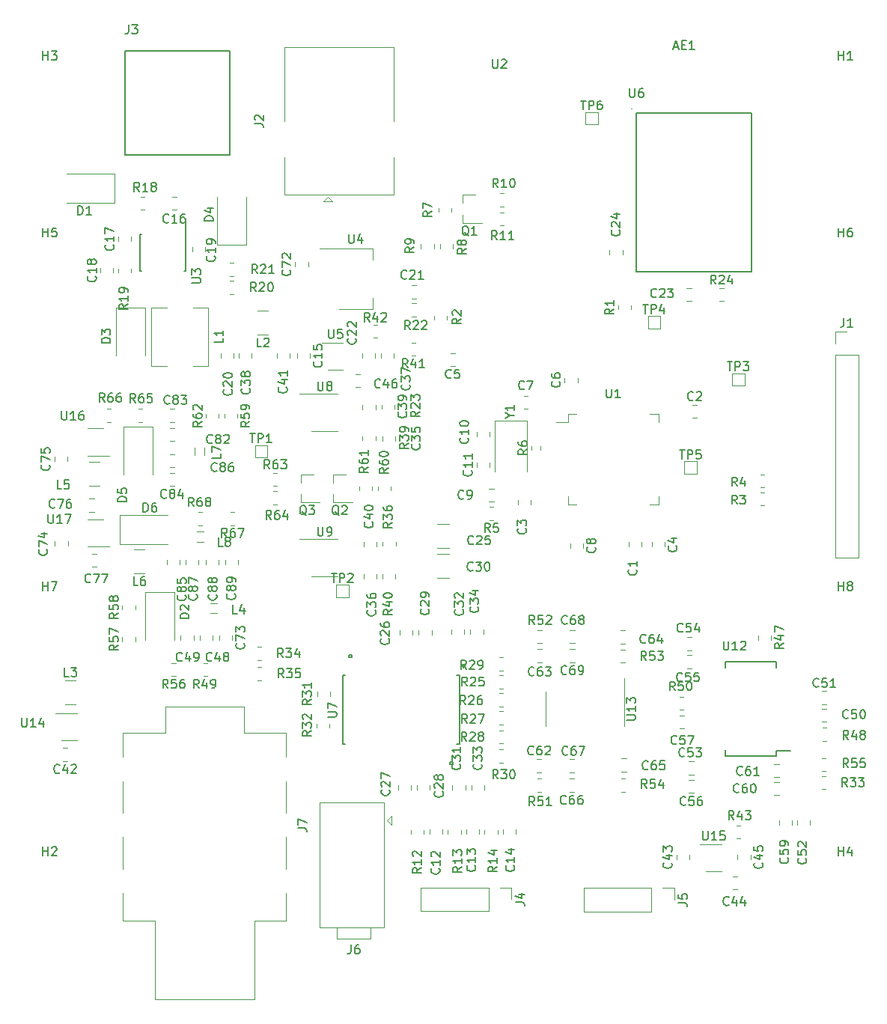
<source format=gbr>
G04 #@! TF.GenerationSoftware,KiCad,Pcbnew,5.1.9*
G04 #@! TF.CreationDate,2021-05-10T13:45:01+08:00*
G04 #@! TF.ProjectId,digital-amplifier2,64696769-7461-46c2-9d61-6d706c696669,rev?*
G04 #@! TF.SameCoordinates,Original*
G04 #@! TF.FileFunction,Legend,Top*
G04 #@! TF.FilePolarity,Positive*
%FSLAX46Y46*%
G04 Gerber Fmt 4.6, Leading zero omitted, Abs format (unit mm)*
G04 Created by KiCad (PCBNEW 5.1.9) date 2021-05-10 13:45:01*
%MOMM*%
%LPD*%
G01*
G04 APERTURE LIST*
%ADD10C,0.120000*%
%ADD11C,0.152400*%
%ADD12C,0.150000*%
G04 APERTURE END LIST*
D10*
X79723064Y-79602500D02*
X78518936Y-79602500D01*
X79723064Y-82322500D02*
X78518936Y-82322500D01*
X89591248Y-86768000D02*
X90113752Y-86768000D01*
X89591248Y-88238000D02*
X90113752Y-88238000D01*
X86432500Y-86269000D02*
X88192500Y-86269000D01*
X88192500Y-83199000D02*
X85762500Y-83199000D01*
X75792064Y-76227000D02*
X75337936Y-76227000D01*
X75792064Y-77697000D02*
X75337936Y-77697000D01*
X130991500Y-139968000D02*
X128561500Y-139968000D01*
X129231500Y-143038000D02*
X130991500Y-143038000D01*
X59318000Y-106285000D02*
X61748000Y-106285000D01*
X61078000Y-103215000D02*
X59318000Y-103215000D01*
X59318000Y-95998000D02*
X61748000Y-95998000D01*
X61078000Y-92928000D02*
X59318000Y-92928000D01*
X58110500Y-125109000D02*
X55680500Y-125109000D01*
X56350500Y-128179000D02*
X58110500Y-128179000D01*
D11*
X100647500Y-130639299D02*
X100647500Y-130893299D01*
X100266500Y-130639299D02*
X100647500Y-130639299D01*
X100266500Y-130893299D02*
X100266500Y-130639299D01*
X100647500Y-130893299D02*
X100266500Y-130893299D01*
X89217500Y-118788701D02*
X89217500Y-118534701D01*
X88836500Y-118788701D02*
X89217500Y-118788701D01*
X88836500Y-118534701D02*
X88836500Y-118788701D01*
X89217500Y-118534701D02*
X88836500Y-118534701D01*
X101068740Y-128638300D02*
X101346000Y-128638300D01*
X88415260Y-120789700D02*
X88138000Y-120789700D01*
X101346000Y-120789700D02*
X101068740Y-120789700D01*
X101346000Y-128638300D02*
X101346000Y-120789700D01*
X88138000Y-128638300D02*
X88415260Y-128638300D01*
X88138000Y-120789700D02*
X88138000Y-128638300D01*
D10*
X72236064Y-102389000D02*
X71781936Y-102389000D01*
X72236064Y-103859000D02*
X71781936Y-103859000D01*
X75919064Y-102389000D02*
X75464936Y-102389000D01*
X75919064Y-103859000D02*
X75464936Y-103859000D01*
X61949064Y-90705000D02*
X61494936Y-90705000D01*
X61949064Y-92175000D02*
X61494936Y-92175000D01*
X65505064Y-90705000D02*
X65050936Y-90705000D01*
X65505064Y-92175000D02*
X65050936Y-92175000D01*
X80290936Y-101509500D02*
X80745064Y-101509500D01*
X80290936Y-100039500D02*
X80745064Y-100039500D01*
X80290936Y-99414000D02*
X80745064Y-99414000D01*
X80290936Y-97944000D02*
X80745064Y-97944000D01*
X74141000Y-91730564D02*
X74141000Y-91276436D01*
X72671000Y-91730564D02*
X72671000Y-91276436D01*
X91476500Y-99922064D02*
X91476500Y-99467936D01*
X90006500Y-99922064D02*
X90006500Y-99467936D01*
X93572000Y-99922064D02*
X93572000Y-99467936D01*
X92102000Y-99922064D02*
X92102000Y-99467936D01*
X74766500Y-91276436D02*
X74766500Y-91730564D01*
X76236500Y-91276436D02*
X76236500Y-91730564D01*
X64679500Y-113384064D02*
X64679500Y-112929936D01*
X63209500Y-113384064D02*
X63209500Y-112929936D01*
X64679500Y-117003564D02*
X64679500Y-116549436D01*
X63209500Y-117003564D02*
X63209500Y-116549436D01*
X69251564Y-119470500D02*
X68797436Y-119470500D01*
X69251564Y-120940500D02*
X68797436Y-120940500D01*
X72388436Y-120940500D02*
X72842564Y-120940500D01*
X72388436Y-119470500D02*
X72842564Y-119470500D01*
X135155000Y-116358936D02*
X135155000Y-116813064D01*
X136625000Y-116358936D02*
X136625000Y-116813064D01*
X92048064Y-81180000D02*
X91593936Y-81180000D01*
X92048064Y-82650000D02*
X91593936Y-82650000D01*
X96366064Y-83212000D02*
X95911936Y-83212000D01*
X96366064Y-84682000D02*
X95911936Y-84682000D01*
X83377500Y-98115000D02*
X84837500Y-98115000D01*
X83377500Y-101275000D02*
X85537500Y-101275000D01*
X83377500Y-101275000D02*
X83377500Y-100345000D01*
X83377500Y-98115000D02*
X83377500Y-99045000D01*
X87060500Y-98115000D02*
X88520500Y-98115000D01*
X87060500Y-101275000D02*
X89220500Y-101275000D01*
X87060500Y-101275000D02*
X87060500Y-100345000D01*
X87060500Y-98115000D02*
X87060500Y-99045000D01*
X72408622Y-104596000D02*
X71609378Y-104596000D01*
X72408622Y-105716000D02*
X71609378Y-105716000D01*
X72505500Y-95903622D02*
X72505500Y-95104378D01*
X71385500Y-95903622D02*
X71385500Y-95104378D01*
X65753064Y-106590000D02*
X64548936Y-106590000D01*
X65753064Y-109310000D02*
X64548936Y-109310000D01*
X60673064Y-96684000D02*
X59468936Y-96684000D01*
X60673064Y-99404000D02*
X59468936Y-99404000D01*
X73932622Y-112660500D02*
X73133378Y-112660500D01*
X73932622Y-113780500D02*
X73133378Y-113780500D01*
X56738436Y-124169000D02*
X57942564Y-124169000D01*
X56738436Y-121449000D02*
X57942564Y-121449000D01*
X62926000Y-102744000D02*
X68326000Y-102744000D01*
X62926000Y-106044000D02*
X68326000Y-106044000D01*
X62926000Y-102744000D02*
X62926000Y-106044000D01*
X66674000Y-92739000D02*
X66674000Y-98139000D01*
X63374000Y-92739000D02*
X63374000Y-98139000D01*
X66674000Y-92739000D02*
X63374000Y-92739000D01*
X69150500Y-111471500D02*
X69150500Y-116871500D01*
X65850500Y-111471500D02*
X65850500Y-116871500D01*
X69150500Y-111471500D02*
X65850500Y-111471500D01*
X62328000Y-67436000D02*
X56928000Y-67436000D01*
X62328000Y-64136000D02*
X56928000Y-64136000D01*
X62328000Y-67436000D02*
X62328000Y-64136000D01*
X76300000Y-108338252D02*
X76300000Y-107815748D01*
X74830000Y-108338252D02*
X74830000Y-107815748D01*
X74141000Y-108338252D02*
X74141000Y-107815748D01*
X72671000Y-108338252D02*
X72671000Y-107815748D01*
X71855000Y-108338252D02*
X71855000Y-107815748D01*
X70385000Y-108338252D02*
X70385000Y-107815748D01*
X69095252Y-95848500D02*
X68572748Y-95848500D01*
X69095252Y-97318500D02*
X68572748Y-97318500D01*
X69696000Y-108338252D02*
X69696000Y-107815748D01*
X68226000Y-108338252D02*
X68226000Y-107815748D01*
X69095252Y-97944000D02*
X68572748Y-97944000D01*
X69095252Y-99414000D02*
X68572748Y-99414000D01*
X69095252Y-90705000D02*
X68572748Y-90705000D01*
X69095252Y-92175000D02*
X68572748Y-92175000D01*
X69095252Y-92864000D02*
X68572748Y-92864000D01*
X69095252Y-94334000D02*
X68572748Y-94334000D01*
X59809748Y-108558000D02*
X60332252Y-108558000D01*
X59809748Y-107088000D02*
X60332252Y-107088000D01*
X59492248Y-102335000D02*
X60014752Y-102335000D01*
X59492248Y-100865000D02*
X60014752Y-100865000D01*
X56996000Y-96654252D02*
X56996000Y-96131748D01*
X55526000Y-96654252D02*
X55526000Y-96131748D01*
X55589500Y-105656748D02*
X55589500Y-106179252D01*
X57059500Y-105656748D02*
X57059500Y-106179252D01*
X74195000Y-116324748D02*
X74195000Y-116847252D01*
X75665000Y-116324748D02*
X75665000Y-116847252D01*
X69813500Y-116324748D02*
X69813500Y-116847252D01*
X71283500Y-116324748D02*
X71283500Y-116847252D01*
X71972500Y-116324748D02*
X71972500Y-116847252D01*
X73442500Y-116324748D02*
X73442500Y-116847252D01*
X132805500Y-141153248D02*
X132805500Y-141675752D01*
X134275500Y-141153248D02*
X134275500Y-141675752D01*
X132263248Y-145070500D02*
X132785752Y-145070500D01*
X132263248Y-143600500D02*
X132785752Y-143600500D01*
X127354000Y-141675752D02*
X127354000Y-141153248D01*
X125884000Y-141675752D02*
X125884000Y-141153248D01*
X57021752Y-129059000D02*
X56499248Y-129059000D01*
X57021752Y-130529000D02*
X56499248Y-130529000D01*
X80672000Y-84447748D02*
X80672000Y-84970252D01*
X82142000Y-84447748D02*
X82142000Y-84970252D01*
X76354000Y-84447748D02*
X76354000Y-84970252D01*
X77824000Y-84447748D02*
X77824000Y-84970252D01*
X92483000Y-84447748D02*
X92483000Y-84970252D01*
X93953000Y-84447748D02*
X93953000Y-84970252D01*
X90324000Y-84447748D02*
X90324000Y-84970252D01*
X91794000Y-84447748D02*
X91794000Y-84970252D01*
X82958000Y-84447748D02*
X82958000Y-84970252D01*
X84428000Y-84447748D02*
X84428000Y-84970252D01*
X115632000Y-58548500D02*
X115632000Y-57148500D01*
X117032000Y-58548500D02*
X115632000Y-58548500D01*
X117032000Y-57148500D02*
X117032000Y-58548500D01*
X115632000Y-57148500D02*
X117032000Y-57148500D01*
X126808000Y-98045500D02*
X126808000Y-96645500D01*
X128208000Y-98045500D02*
X126808000Y-98045500D01*
X128208000Y-96645500D02*
X128208000Y-98045500D01*
X126808000Y-96645500D02*
X128208000Y-96645500D01*
X125663000Y-144910500D02*
X125663000Y-146240500D01*
X124333000Y-144910500D02*
X125663000Y-144910500D01*
X123063000Y-144910500D02*
X123063000Y-147570500D01*
X123063000Y-147570500D02*
X115383000Y-147570500D01*
X123063000Y-144910500D02*
X115383000Y-144910500D01*
X115383000Y-144910500D02*
X115383000Y-147570500D01*
X122680500Y-81599000D02*
X122680500Y-80199000D01*
X124080500Y-81599000D02*
X122680500Y-81599000D01*
X124080500Y-80199000D02*
X124080500Y-81599000D01*
X122680500Y-80199000D02*
X124080500Y-80199000D01*
X132205500Y-88076000D02*
X132205500Y-86676000D01*
X133605500Y-88076000D02*
X132205500Y-88076000D01*
X133605500Y-86676000D02*
X133605500Y-88076000D01*
X132205500Y-86676000D02*
X133605500Y-86676000D01*
X87438000Y-112015500D02*
X87438000Y-110615500D01*
X88838000Y-112015500D02*
X87438000Y-112015500D01*
X88838000Y-110615500D02*
X88838000Y-112015500D01*
X87438000Y-110615500D02*
X88838000Y-110615500D01*
X78230500Y-96204000D02*
X78230500Y-94804000D01*
X79630500Y-96204000D02*
X78230500Y-96204000D01*
X79630500Y-94804000D02*
X79630500Y-96204000D01*
X78230500Y-94804000D02*
X79630500Y-94804000D01*
X86106000Y-105459000D02*
X83231000Y-105459000D01*
X86106000Y-105459000D02*
X87606000Y-105459000D01*
X86106000Y-109679000D02*
X84606000Y-109679000D01*
X86106000Y-109679000D02*
X87606000Y-109679000D01*
X86106000Y-89012500D02*
X83231000Y-89012500D01*
X86106000Y-89012500D02*
X87606000Y-89012500D01*
X86106000Y-93232500D02*
X84606000Y-93232500D01*
X86106000Y-93232500D02*
X87606000Y-93232500D01*
X133132564Y-137822000D02*
X132678436Y-137822000D01*
X133132564Y-139292000D02*
X132678436Y-139292000D01*
X92610000Y-109437436D02*
X92610000Y-109891564D01*
X94080000Y-109437436D02*
X94080000Y-109891564D01*
X91857500Y-94270564D02*
X91857500Y-93816436D01*
X90387500Y-94270564D02*
X90387500Y-93816436D01*
X94143500Y-106208564D02*
X94143500Y-105754436D01*
X92673500Y-106208564D02*
X92673500Y-105754436D01*
X94016500Y-90714564D02*
X94016500Y-90260436D01*
X92546500Y-90714564D02*
X92546500Y-90260436D01*
X73915000Y-72107000D02*
X73915000Y-66707000D01*
X77215000Y-72107000D02*
X77215000Y-66707000D01*
X73915000Y-72107000D02*
X77215000Y-72107000D01*
X91984500Y-106242752D02*
X91984500Y-105720248D01*
X90514500Y-106242752D02*
X90514500Y-105720248D01*
X90387500Y-90289748D02*
X90387500Y-90812252D01*
X91857500Y-90289748D02*
X91857500Y-90812252D01*
X90514500Y-109403248D02*
X90514500Y-109925752D01*
X91984500Y-109403248D02*
X91984500Y-109925752D01*
X94080000Y-94368252D02*
X94080000Y-93845748D01*
X92610000Y-94368252D02*
X92610000Y-93845748D01*
X84237500Y-74619752D02*
X84237500Y-74097248D01*
X82767500Y-74619752D02*
X82767500Y-74097248D01*
X78150000Y-148615000D02*
X81750000Y-148615000D01*
X77000000Y-127375000D02*
X81750000Y-127375000D01*
X77000000Y-124375000D02*
X77000000Y-127375000D01*
X68100000Y-124375000D02*
X77000000Y-124375000D01*
X63310000Y-127375000D02*
X68060000Y-127375000D01*
X81750000Y-127375000D02*
X81750000Y-130095000D01*
X81750000Y-132845000D02*
X81750000Y-136445000D01*
X81750000Y-139145000D02*
X81750000Y-142745000D01*
X63310000Y-142745000D02*
X63310000Y-139145000D01*
X63310000Y-136445000D02*
X63310000Y-132845000D01*
X63310000Y-130095000D02*
X63310000Y-127375000D01*
X63310000Y-148615000D02*
X63310000Y-145495000D01*
X81750000Y-148615000D02*
X81750000Y-145495000D01*
X63310000Y-148615000D02*
X66910000Y-148615000D01*
X68060000Y-124375000D02*
X68060000Y-127375000D01*
X66910000Y-148615000D02*
X66910000Y-157465000D01*
X66910000Y-157465000D02*
X78150000Y-157465000D01*
X78150000Y-148615000D02*
X78150000Y-157465000D01*
X142784564Y-130202000D02*
X142330436Y-130202000D01*
X142784564Y-131672000D02*
X142330436Y-131672000D01*
X119973350Y-124650500D02*
X119973350Y-121200500D01*
X119973350Y-124650500D02*
X119973350Y-126600500D01*
X111103350Y-124650500D02*
X111103350Y-122700500D01*
X111103350Y-124650500D02*
X111103350Y-126600500D01*
D12*
X137177500Y-129400500D02*
X138777500Y-129400500D01*
X137177500Y-119325500D02*
X131427500Y-119325500D01*
X137177500Y-129975500D02*
X131427500Y-129975500D01*
X137177500Y-119325500D02*
X137177500Y-119975500D01*
X131427500Y-119325500D02*
X131427500Y-119975500D01*
X131427500Y-129975500D02*
X131427500Y-129325500D01*
X137177500Y-129975500D02*
X137177500Y-129400500D01*
X121356120Y-57218580D02*
X121356120Y-75229720D01*
X121356120Y-75229720D02*
X134348500Y-75229720D01*
X134348500Y-75229720D02*
X134348500Y-57254140D01*
X134348500Y-57254140D02*
X121371360Y-57254140D01*
X120850660Y-56710580D02*
X120853200Y-56713120D01*
D10*
X110504500Y-95360258D02*
X110504500Y-94885742D01*
X109459500Y-95360258D02*
X109459500Y-94885742D01*
X135408936Y-101636500D02*
X135863064Y-101636500D01*
X135408936Y-100166500D02*
X135863064Y-100166500D01*
D12*
X63500000Y-50210720D02*
X63502540Y-50208180D01*
X75349100Y-50208180D02*
X63502540Y-50208180D01*
X75349100Y-61965840D02*
X75349100Y-50208180D01*
X63492380Y-61965840D02*
X75349100Y-61965840D01*
X63492380Y-50203100D02*
X63492380Y-61965840D01*
D10*
X143831000Y-81982000D02*
X145161000Y-81982000D01*
X143831000Y-83312000D02*
X143831000Y-81982000D01*
X143831000Y-84582000D02*
X146491000Y-84582000D01*
X146491000Y-84582000D02*
X146491000Y-107502000D01*
X143831000Y-84582000D02*
X143831000Y-107502000D01*
X143831000Y-107502000D02*
X146491000Y-107502000D01*
X114370752Y-117883000D02*
X113848248Y-117883000D01*
X114370752Y-119353000D02*
X113848248Y-119353000D01*
X114370752Y-115724000D02*
X113848248Y-115724000D01*
X114370752Y-117194000D02*
X113848248Y-117194000D01*
X114307252Y-130329000D02*
X113784748Y-130329000D01*
X114307252Y-131799000D02*
X113784748Y-131799000D01*
X114307252Y-132551500D02*
X113784748Y-132551500D01*
X114307252Y-134021500D02*
X113784748Y-134021500D01*
X120212752Y-130265500D02*
X119690248Y-130265500D01*
X120212752Y-131735500D02*
X119690248Y-131735500D01*
X120085752Y-115787500D02*
X119563248Y-115787500D01*
X120085752Y-117257500D02*
X119563248Y-117257500D01*
X127832752Y-132678500D02*
X127310248Y-132678500D01*
X127832752Y-134148500D02*
X127310248Y-134148500D01*
X100215752Y-107098000D02*
X98793248Y-107098000D01*
X100215752Y-109818000D02*
X98793248Y-109818000D01*
X100215752Y-103732500D02*
X98793248Y-103732500D01*
X100215752Y-106452500D02*
X98793248Y-106452500D01*
X103278000Y-93276748D02*
X103278000Y-93799252D01*
X104748000Y-93276748D02*
X104748000Y-93799252D01*
X109106064Y-89244500D02*
X108651936Y-89244500D01*
X109106064Y-90714500D02*
X108651936Y-90714500D01*
X105226752Y-99722000D02*
X104704248Y-99722000D01*
X105226752Y-101192000D02*
X104704248Y-101192000D01*
X113882500Y-105910748D02*
X113882500Y-106433252D01*
X115352500Y-105910748D02*
X115352500Y-106433252D01*
X123090000Y-105783748D02*
X123090000Y-106306252D01*
X124560000Y-105783748D02*
X124560000Y-106306252D01*
X109447000Y-101543752D02*
X109447000Y-101021248D01*
X107977000Y-101543752D02*
X107977000Y-101021248D01*
X127691248Y-91730500D02*
X128213752Y-91730500D01*
X127691248Y-90260500D02*
X128213752Y-90260500D01*
X86714000Y-123163064D02*
X86714000Y-122708936D01*
X85244000Y-123163064D02*
X85244000Y-122708936D01*
X105817936Y-130719500D02*
X106272064Y-130719500D01*
X105817936Y-129249500D02*
X106272064Y-129249500D01*
X105817936Y-128560500D02*
X106272064Y-128560500D01*
X105817936Y-127090500D02*
X106272064Y-127090500D01*
X105817936Y-124369500D02*
X106272064Y-124369500D01*
X105817936Y-122899500D02*
X106272064Y-122899500D01*
X87503000Y-150622000D02*
X87503000Y-149352000D01*
X91313000Y-150622000D02*
X87503000Y-150622000D01*
X91313000Y-149352000D02*
X91313000Y-150622000D01*
X93648000Y-136787000D02*
X93148000Y-137287000D01*
X93648000Y-137787000D02*
X93648000Y-136787000D01*
X93148000Y-137287000D02*
X93648000Y-137787000D01*
X92848000Y-146587000D02*
X92848000Y-135187000D01*
X92848000Y-135187000D02*
X86648000Y-135187000D01*
X85548000Y-135187000D02*
X86648000Y-135187000D01*
X85548000Y-149387000D02*
X92848000Y-149387000D01*
X85548000Y-146587000D02*
X85548000Y-135187000D01*
X85548000Y-146587000D02*
X85548000Y-149387000D01*
X92848000Y-146587000D02*
X92848000Y-149387000D01*
X113635000Y-92233000D02*
X112295000Y-92233000D01*
X113635000Y-91283000D02*
X113635000Y-92233000D01*
X114585000Y-91283000D02*
X113635000Y-91283000D01*
X123855000Y-91283000D02*
X123855000Y-92233000D01*
X122905000Y-91283000D02*
X123855000Y-91283000D01*
X113635000Y-101503000D02*
X113635000Y-100553000D01*
X114585000Y-101503000D02*
X113635000Y-101503000D01*
X123855000Y-101503000D02*
X123855000Y-100553000D01*
X122905000Y-101503000D02*
X123855000Y-101503000D01*
X105192564Y-101817500D02*
X104738436Y-101817500D01*
X105192564Y-103287500D02*
X104738436Y-103287500D01*
X72923000Y-85850000D02*
X71223000Y-85850000D01*
X72923000Y-79250000D02*
X72923000Y-85850000D01*
X71223000Y-79250000D02*
X72923000Y-79250000D01*
X66523000Y-79250000D02*
X68223000Y-79250000D01*
X66523000Y-85850000D02*
X66523000Y-79250000D01*
X68223000Y-85850000D02*
X66523000Y-85850000D01*
X107248000Y-144847000D02*
X107248000Y-146177000D01*
X105918000Y-144847000D02*
X107248000Y-144847000D01*
X104648000Y-144847000D02*
X104648000Y-147507000D01*
X104648000Y-147507000D02*
X96968000Y-147507000D01*
X104648000Y-144847000D02*
X96968000Y-144847000D01*
X96968000Y-144847000D02*
X96968000Y-147507000D01*
X86987000Y-67217000D02*
X86487000Y-66717000D01*
X85987000Y-67217000D02*
X86987000Y-67217000D01*
X86487000Y-66717000D02*
X85987000Y-67217000D01*
X93897000Y-49777000D02*
X93897000Y-58137000D01*
X81577000Y-49777000D02*
X93897000Y-49777000D01*
X81577000Y-58137000D02*
X81577000Y-49777000D01*
X93897000Y-66497000D02*
X93897000Y-62237000D01*
X81577000Y-66497000D02*
X93897000Y-66497000D01*
X81577000Y-62237000D02*
X81577000Y-66497000D01*
X110165248Y-119353000D02*
X110687752Y-119353000D01*
X110165248Y-117883000D02*
X110687752Y-117883000D01*
X110101748Y-131799000D02*
X110624252Y-131799000D01*
X110101748Y-130329000D02*
X110624252Y-130329000D01*
X136962248Y-132370500D02*
X137484752Y-132370500D01*
X136962248Y-130900500D02*
X137484752Y-130900500D01*
X64235000Y-71762252D02*
X64235000Y-71239748D01*
X62765000Y-71762252D02*
X62765000Y-71239748D01*
X99419300Y-138798252D02*
X99419300Y-138275748D01*
X97949300Y-138798252D02*
X97949300Y-138275748D01*
X104748000Y-97289252D02*
X104748000Y-96766748D01*
X103278000Y-97289252D02*
X103278000Y-96766748D01*
X114717500Y-87700752D02*
X114717500Y-87178248D01*
X113247500Y-87700752D02*
X113247500Y-87178248D01*
X72617000Y-72905252D02*
X72617000Y-72382748D01*
X71147000Y-72905252D02*
X71147000Y-72382748D01*
X118327500Y-72763748D02*
X118327500Y-73286252D01*
X119797500Y-72763748D02*
X119797500Y-73286252D01*
X98207500Y-116275752D02*
X98207500Y-115753248D01*
X96737500Y-116275752D02*
X96737500Y-115753248D01*
X100547500Y-133279248D02*
X100547500Y-133801752D01*
X102017500Y-133279248D02*
X102017500Y-133801752D01*
X101890500Y-116212252D02*
X101890500Y-115689748D01*
X100420500Y-116212252D02*
X100420500Y-115689748D01*
X139536500Y-137216248D02*
X139536500Y-137738752D01*
X141006500Y-137216248D02*
X141006500Y-137738752D01*
X127832752Y-130583000D02*
X127310248Y-130583000D01*
X127832752Y-132053000D02*
X127310248Y-132053000D01*
X127642252Y-116549500D02*
X127119748Y-116549500D01*
X127642252Y-118019500D02*
X127119748Y-118019500D01*
X127642252Y-118581500D02*
X127119748Y-118581500D01*
X127642252Y-120051500D02*
X127119748Y-120051500D01*
X126753252Y-125376000D02*
X126230748Y-125376000D01*
X126753252Y-126846000D02*
X126230748Y-126846000D01*
X137504500Y-137216248D02*
X137504500Y-137738752D01*
X138974500Y-137216248D02*
X138974500Y-137738752D01*
X136962248Y-134402500D02*
X137484752Y-134402500D01*
X136962248Y-132932500D02*
X137484752Y-132932500D01*
X105817936Y-120305500D02*
X106272064Y-120305500D01*
X105817936Y-118835500D02*
X106272064Y-118835500D01*
X78512936Y-119099000D02*
X78967064Y-119099000D01*
X78512936Y-117629000D02*
X78967064Y-117629000D01*
X142330436Y-133704000D02*
X142784564Y-133704000D01*
X142330436Y-132234000D02*
X142784564Y-132234000D01*
X85180500Y-126328436D02*
X85180500Y-126782564D01*
X86650500Y-126328436D02*
X86650500Y-126782564D01*
X105817936Y-126401500D02*
X106272064Y-126401500D01*
X105817936Y-124931500D02*
X106272064Y-124931500D01*
X142393936Y-128243000D02*
X142848064Y-128243000D01*
X142393936Y-126773000D02*
X142848064Y-126773000D01*
X126719064Y-123280500D02*
X126264936Y-123280500D01*
X126719064Y-124750500D02*
X126264936Y-124750500D01*
X110184436Y-134021500D02*
X110638564Y-134021500D01*
X110184436Y-132551500D02*
X110638564Y-132551500D01*
X120115064Y-132551500D02*
X119660936Y-132551500D01*
X120115064Y-134021500D02*
X119660936Y-134021500D01*
X120051564Y-117946500D02*
X119597436Y-117946500D01*
X120051564Y-119416500D02*
X119597436Y-119416500D01*
X99922000Y-80618064D02*
X99922000Y-80163936D01*
X98452000Y-80618064D02*
X98452000Y-80163936D01*
X110199436Y-117194000D02*
X110653564Y-117194000D01*
X110199436Y-115724000D02*
X110653564Y-115724000D01*
X104049500Y-116212252D02*
X104049500Y-115689748D01*
X102579500Y-116212252D02*
X102579500Y-115689748D01*
X102706500Y-133279248D02*
X102706500Y-133801752D01*
X104176500Y-133279248D02*
X104176500Y-133801752D01*
X142359748Y-124115500D02*
X142882252Y-124115500D01*
X142359748Y-122645500D02*
X142882252Y-122645500D01*
X142359748Y-126084000D02*
X142882252Y-126084000D01*
X142359748Y-124614000D02*
X142882252Y-124614000D01*
X78512936Y-121385000D02*
X78967064Y-121385000D01*
X78512936Y-119915000D02*
X78967064Y-119915000D01*
X101729000Y-66492000D02*
X103189000Y-66492000D01*
X101729000Y-69652000D02*
X103889000Y-69652000D01*
X101729000Y-69652000D02*
X101729000Y-68722000D01*
X101729000Y-66492000D02*
X101729000Y-67422000D01*
X65785000Y-79277000D02*
X65785000Y-84677000D01*
X62485000Y-79277000D02*
X62485000Y-84677000D01*
X65785000Y-79277000D02*
X62485000Y-79277000D01*
X68826748Y-68172000D02*
X69349252Y-68172000D01*
X68826748Y-66702000D02*
X69349252Y-66702000D01*
X120486500Y-105783748D02*
X120486500Y-106306252D01*
X121956500Y-105783748D02*
X121956500Y-106306252D01*
X100845252Y-84418500D02*
X100322748Y-84418500D01*
X100845252Y-85888500D02*
X100322748Y-85888500D01*
X103590900Y-138818252D02*
X103590900Y-138295748D01*
X102120900Y-138818252D02*
X102120900Y-138295748D01*
X62203000Y-75318252D02*
X62203000Y-74795748D01*
X60733000Y-75318252D02*
X60733000Y-74795748D01*
X74322000Y-84447748D02*
X74322000Y-84970252D01*
X75792000Y-84447748D02*
X75792000Y-84970252D01*
X96463752Y-76735000D02*
X95941248Y-76735000D01*
X96463752Y-78205000D02*
X95941248Y-78205000D01*
X127578752Y-77052500D02*
X127056248Y-77052500D01*
X127578752Y-78522500D02*
X127056248Y-78522500D01*
X96048500Y-116275752D02*
X96048500Y-115753248D01*
X94578500Y-116275752D02*
X94578500Y-115753248D01*
X94388000Y-133279248D02*
X94388000Y-133801752D01*
X95858000Y-133279248D02*
X95858000Y-133801752D01*
X96547000Y-133279248D02*
X96547000Y-133801752D01*
X98017000Y-133279248D02*
X98017000Y-133801752D01*
X107732500Y-138818252D02*
X107732500Y-138295748D01*
X106262500Y-138818252D02*
X106262500Y-138295748D01*
X105388000Y-92073000D02*
X105388000Y-97823000D01*
X108988000Y-92073000D02*
X105388000Y-92073000D01*
X108988000Y-97823000D02*
X108988000Y-92073000D01*
D12*
X70343000Y-70950000D02*
X70343000Y-69550000D01*
X65243000Y-70950000D02*
X65243000Y-75100000D01*
X70393000Y-70950000D02*
X70393000Y-75100000D01*
X65243000Y-70950000D02*
X65388000Y-70950000D01*
X65243000Y-75100000D02*
X65388000Y-75100000D01*
X70393000Y-75100000D02*
X70248000Y-75100000D01*
X70393000Y-70950000D02*
X70343000Y-70950000D01*
D10*
X85498500Y-72599500D02*
X91508500Y-72599500D01*
X87748500Y-79419500D02*
X91508500Y-79419500D01*
X91508500Y-72599500D02*
X91508500Y-73859500D01*
X91508500Y-79419500D02*
X91508500Y-78159500D01*
X95848500Y-138329936D02*
X95848500Y-138784064D01*
X97318500Y-138329936D02*
X97318500Y-138784064D01*
X100050100Y-138329936D02*
X100050100Y-138784064D01*
X101520100Y-138329936D02*
X101520100Y-138784064D01*
X104191700Y-138329936D02*
X104191700Y-138784064D01*
X105661700Y-138329936D02*
X105661700Y-138784064D01*
X65759064Y-66702000D02*
X65304936Y-66702000D01*
X65759064Y-68172000D02*
X65304936Y-68172000D01*
X64235000Y-75284064D02*
X64235000Y-74829936D01*
X62765000Y-75284064D02*
X62765000Y-74829936D01*
X75337936Y-75665000D02*
X75792064Y-75665000D01*
X75337936Y-74195000D02*
X75792064Y-74195000D01*
X96429564Y-78767000D02*
X95975436Y-78767000D01*
X96429564Y-80237000D02*
X95975436Y-80237000D01*
X130773436Y-78522500D02*
X131227564Y-78522500D01*
X130773436Y-77052500D02*
X131227564Y-77052500D01*
X105817936Y-122337500D02*
X106272064Y-122337500D01*
X105817936Y-120867500D02*
X106272064Y-120867500D01*
X106399064Y-68480000D02*
X105944936Y-68480000D01*
X106399064Y-69950000D02*
X105944936Y-69950000D01*
X135408936Y-99604500D02*
X135863064Y-99604500D01*
X135408936Y-98134500D02*
X135863064Y-98134500D01*
X105944936Y-67791000D02*
X106399064Y-67791000D01*
X105944936Y-66321000D02*
X106399064Y-66321000D01*
X100620500Y-72553564D02*
X100620500Y-72099436D01*
X99150500Y-72553564D02*
X99150500Y-72099436D01*
X98960000Y-67971936D02*
X98960000Y-68426064D01*
X100430000Y-67971936D02*
X100430000Y-68426064D01*
X98461500Y-72553564D02*
X98461500Y-72099436D01*
X96991500Y-72553564D02*
X96991500Y-72099436D01*
X120750000Y-79460064D02*
X120750000Y-79005936D01*
X119280000Y-79460064D02*
X119280000Y-79005936D01*
D12*
X78954333Y-83694880D02*
X78478142Y-83694880D01*
X78478142Y-82694880D01*
X79240047Y-82790119D02*
X79287666Y-82742500D01*
X79382904Y-82694880D01*
X79621000Y-82694880D01*
X79716238Y-82742500D01*
X79763857Y-82790119D01*
X79811476Y-82885357D01*
X79811476Y-82980595D01*
X79763857Y-83123452D01*
X79192428Y-83694880D01*
X79811476Y-83694880D01*
X92384642Y-88241142D02*
X92337023Y-88288761D01*
X92194166Y-88336380D01*
X92098928Y-88336380D01*
X91956071Y-88288761D01*
X91860833Y-88193523D01*
X91813214Y-88098285D01*
X91765595Y-87907809D01*
X91765595Y-87764952D01*
X91813214Y-87574476D01*
X91860833Y-87479238D01*
X91956071Y-87384000D01*
X92098928Y-87336380D01*
X92194166Y-87336380D01*
X92337023Y-87384000D01*
X92384642Y-87431619D01*
X93241785Y-87669714D02*
X93241785Y-88336380D01*
X93003690Y-87288761D02*
X92765595Y-88003047D01*
X93384642Y-88003047D01*
X94194166Y-87336380D02*
X94003690Y-87336380D01*
X93908452Y-87384000D01*
X93860833Y-87431619D01*
X93765595Y-87574476D01*
X93717976Y-87764952D01*
X93717976Y-88145904D01*
X93765595Y-88241142D01*
X93813214Y-88288761D01*
X93908452Y-88336380D01*
X94098928Y-88336380D01*
X94194166Y-88288761D01*
X94241785Y-88241142D01*
X94289404Y-88145904D01*
X94289404Y-87907809D01*
X94241785Y-87812571D01*
X94194166Y-87764952D01*
X94098928Y-87717333D01*
X93908452Y-87717333D01*
X93813214Y-87764952D01*
X93765595Y-87812571D01*
X93717976Y-87907809D01*
X86550595Y-81711380D02*
X86550595Y-82520904D01*
X86598214Y-82616142D01*
X86645833Y-82663761D01*
X86741071Y-82711380D01*
X86931547Y-82711380D01*
X87026785Y-82663761D01*
X87074404Y-82616142D01*
X87122023Y-82520904D01*
X87122023Y-81711380D01*
X88074404Y-81711380D02*
X87598214Y-81711380D01*
X87550595Y-82187571D01*
X87598214Y-82139952D01*
X87693452Y-82092333D01*
X87931547Y-82092333D01*
X88026785Y-82139952D01*
X88074404Y-82187571D01*
X88122023Y-82282809D01*
X88122023Y-82520904D01*
X88074404Y-82616142D01*
X88026785Y-82663761D01*
X87931547Y-82711380D01*
X87693452Y-82711380D01*
X87598214Y-82663761D01*
X87550595Y-82616142D01*
X78351142Y-77414380D02*
X78017809Y-76938190D01*
X77779714Y-77414380D02*
X77779714Y-76414380D01*
X78160666Y-76414380D01*
X78255904Y-76462000D01*
X78303523Y-76509619D01*
X78351142Y-76604857D01*
X78351142Y-76747714D01*
X78303523Y-76842952D01*
X78255904Y-76890571D01*
X78160666Y-76938190D01*
X77779714Y-76938190D01*
X78732095Y-76509619D02*
X78779714Y-76462000D01*
X78874952Y-76414380D01*
X79113047Y-76414380D01*
X79208285Y-76462000D01*
X79255904Y-76509619D01*
X79303523Y-76604857D01*
X79303523Y-76700095D01*
X79255904Y-76842952D01*
X78684476Y-77414380D01*
X79303523Y-77414380D01*
X79922571Y-76414380D02*
X80017809Y-76414380D01*
X80113047Y-76462000D01*
X80160666Y-76509619D01*
X80208285Y-76604857D01*
X80255904Y-76795333D01*
X80255904Y-77033428D01*
X80208285Y-77223904D01*
X80160666Y-77319142D01*
X80113047Y-77366761D01*
X80017809Y-77414380D01*
X79922571Y-77414380D01*
X79827333Y-77366761D01*
X79779714Y-77319142D01*
X79732095Y-77223904D01*
X79684476Y-77033428D01*
X79684476Y-76795333D01*
X79732095Y-76604857D01*
X79779714Y-76509619D01*
X79827333Y-76462000D01*
X79922571Y-76414380D01*
X128873404Y-138480380D02*
X128873404Y-139289904D01*
X128921023Y-139385142D01*
X128968642Y-139432761D01*
X129063880Y-139480380D01*
X129254357Y-139480380D01*
X129349595Y-139432761D01*
X129397214Y-139385142D01*
X129444833Y-139289904D01*
X129444833Y-138480380D01*
X130444833Y-139480380D02*
X129873404Y-139480380D01*
X130159119Y-139480380D02*
X130159119Y-138480380D01*
X130063880Y-138623238D01*
X129968642Y-138718476D01*
X129873404Y-138766095D01*
X131349595Y-138480380D02*
X130873404Y-138480380D01*
X130825785Y-138956571D01*
X130873404Y-138908952D01*
X130968642Y-138861333D01*
X131206738Y-138861333D01*
X131301976Y-138908952D01*
X131349595Y-138956571D01*
X131397214Y-139051809D01*
X131397214Y-139289904D01*
X131349595Y-139385142D01*
X131301976Y-139432761D01*
X131206738Y-139480380D01*
X130968642Y-139480380D01*
X130873404Y-139432761D01*
X130825785Y-139385142D01*
X54832404Y-102639880D02*
X54832404Y-103449404D01*
X54880023Y-103544642D01*
X54927642Y-103592261D01*
X55022880Y-103639880D01*
X55213357Y-103639880D01*
X55308595Y-103592261D01*
X55356214Y-103544642D01*
X55403833Y-103449404D01*
X55403833Y-102639880D01*
X56403833Y-103639880D02*
X55832404Y-103639880D01*
X56118119Y-103639880D02*
X56118119Y-102639880D01*
X56022880Y-102782738D01*
X55927642Y-102877976D01*
X55832404Y-102925595D01*
X56737166Y-102639880D02*
X57403833Y-102639880D01*
X56975261Y-103639880D01*
X56356404Y-90955880D02*
X56356404Y-91765404D01*
X56404023Y-91860642D01*
X56451642Y-91908261D01*
X56546880Y-91955880D01*
X56737357Y-91955880D01*
X56832595Y-91908261D01*
X56880214Y-91860642D01*
X56927833Y-91765404D01*
X56927833Y-90955880D01*
X57927833Y-91955880D02*
X57356404Y-91955880D01*
X57642119Y-91955880D02*
X57642119Y-90955880D01*
X57546880Y-91098738D01*
X57451642Y-91193976D01*
X57356404Y-91241595D01*
X58784976Y-90955880D02*
X58594500Y-90955880D01*
X58499261Y-91003500D01*
X58451642Y-91051119D01*
X58356404Y-91193976D01*
X58308785Y-91384452D01*
X58308785Y-91765404D01*
X58356404Y-91860642D01*
X58404023Y-91908261D01*
X58499261Y-91955880D01*
X58689738Y-91955880D01*
X58784976Y-91908261D01*
X58832595Y-91860642D01*
X58880214Y-91765404D01*
X58880214Y-91527309D01*
X58832595Y-91432071D01*
X58784976Y-91384452D01*
X58689738Y-91336833D01*
X58499261Y-91336833D01*
X58404023Y-91384452D01*
X58356404Y-91432071D01*
X58308785Y-91527309D01*
X51847904Y-125690380D02*
X51847904Y-126499904D01*
X51895523Y-126595142D01*
X51943142Y-126642761D01*
X52038380Y-126690380D01*
X52228857Y-126690380D01*
X52324095Y-126642761D01*
X52371714Y-126595142D01*
X52419333Y-126499904D01*
X52419333Y-125690380D01*
X53419333Y-126690380D02*
X52847904Y-126690380D01*
X53133619Y-126690380D02*
X53133619Y-125690380D01*
X53038380Y-125833238D01*
X52943142Y-125928476D01*
X52847904Y-125976095D01*
X54276476Y-126023714D02*
X54276476Y-126690380D01*
X54038380Y-125642761D02*
X53800285Y-126357047D01*
X54419333Y-126357047D01*
X86452460Y-125539404D02*
X87261984Y-125539404D01*
X87357222Y-125491785D01*
X87404841Y-125444166D01*
X87452460Y-125348928D01*
X87452460Y-125158452D01*
X87404841Y-125063214D01*
X87357222Y-125015595D01*
X87261984Y-124967976D01*
X86452460Y-124967976D01*
X86452460Y-124587023D02*
X86452460Y-123920357D01*
X87452460Y-124348928D01*
X101610380Y-119773700D02*
X101848476Y-119773700D01*
X101753238Y-120011795D02*
X101848476Y-119773700D01*
X101753238Y-119535604D01*
X102038952Y-119916557D02*
X101848476Y-119773700D01*
X102038952Y-119630842D01*
X101610380Y-119773700D02*
X101848476Y-119773700D01*
X101753238Y-120011795D02*
X101848476Y-119773700D01*
X101753238Y-119535604D01*
X102038952Y-119916557D02*
X101848476Y-119773700D01*
X102038952Y-119630842D01*
X71302642Y-101734880D02*
X70969309Y-101258690D01*
X70731214Y-101734880D02*
X70731214Y-100734880D01*
X71112166Y-100734880D01*
X71207404Y-100782500D01*
X71255023Y-100830119D01*
X71302642Y-100925357D01*
X71302642Y-101068214D01*
X71255023Y-101163452D01*
X71207404Y-101211071D01*
X71112166Y-101258690D01*
X70731214Y-101258690D01*
X72159785Y-100734880D02*
X71969309Y-100734880D01*
X71874071Y-100782500D01*
X71826452Y-100830119D01*
X71731214Y-100972976D01*
X71683595Y-101163452D01*
X71683595Y-101544404D01*
X71731214Y-101639642D01*
X71778833Y-101687261D01*
X71874071Y-101734880D01*
X72064547Y-101734880D01*
X72159785Y-101687261D01*
X72207404Y-101639642D01*
X72255023Y-101544404D01*
X72255023Y-101306309D01*
X72207404Y-101211071D01*
X72159785Y-101163452D01*
X72064547Y-101115833D01*
X71874071Y-101115833D01*
X71778833Y-101163452D01*
X71731214Y-101211071D01*
X71683595Y-101306309D01*
X72826452Y-101163452D02*
X72731214Y-101115833D01*
X72683595Y-101068214D01*
X72635976Y-100972976D01*
X72635976Y-100925357D01*
X72683595Y-100830119D01*
X72731214Y-100782500D01*
X72826452Y-100734880D01*
X73016928Y-100734880D01*
X73112166Y-100782500D01*
X73159785Y-100830119D01*
X73207404Y-100925357D01*
X73207404Y-100972976D01*
X73159785Y-101068214D01*
X73112166Y-101115833D01*
X73016928Y-101163452D01*
X72826452Y-101163452D01*
X72731214Y-101211071D01*
X72683595Y-101258690D01*
X72635976Y-101353928D01*
X72635976Y-101544404D01*
X72683595Y-101639642D01*
X72731214Y-101687261D01*
X72826452Y-101734880D01*
X73016928Y-101734880D01*
X73112166Y-101687261D01*
X73159785Y-101639642D01*
X73207404Y-101544404D01*
X73207404Y-101353928D01*
X73159785Y-101258690D01*
X73112166Y-101211071D01*
X73016928Y-101163452D01*
X75049142Y-105226380D02*
X74715809Y-104750190D01*
X74477714Y-105226380D02*
X74477714Y-104226380D01*
X74858666Y-104226380D01*
X74953904Y-104274000D01*
X75001523Y-104321619D01*
X75049142Y-104416857D01*
X75049142Y-104559714D01*
X75001523Y-104654952D01*
X74953904Y-104702571D01*
X74858666Y-104750190D01*
X74477714Y-104750190D01*
X75906285Y-104226380D02*
X75715809Y-104226380D01*
X75620571Y-104274000D01*
X75572952Y-104321619D01*
X75477714Y-104464476D01*
X75430095Y-104654952D01*
X75430095Y-105035904D01*
X75477714Y-105131142D01*
X75525333Y-105178761D01*
X75620571Y-105226380D01*
X75811047Y-105226380D01*
X75906285Y-105178761D01*
X75953904Y-105131142D01*
X76001523Y-105035904D01*
X76001523Y-104797809D01*
X75953904Y-104702571D01*
X75906285Y-104654952D01*
X75811047Y-104607333D01*
X75620571Y-104607333D01*
X75525333Y-104654952D01*
X75477714Y-104702571D01*
X75430095Y-104797809D01*
X76334857Y-104226380D02*
X77001523Y-104226380D01*
X76572952Y-105226380D01*
X61206142Y-89923880D02*
X60872809Y-89447690D01*
X60634714Y-89923880D02*
X60634714Y-88923880D01*
X61015666Y-88923880D01*
X61110904Y-88971500D01*
X61158523Y-89019119D01*
X61206142Y-89114357D01*
X61206142Y-89257214D01*
X61158523Y-89352452D01*
X61110904Y-89400071D01*
X61015666Y-89447690D01*
X60634714Y-89447690D01*
X62063285Y-88923880D02*
X61872809Y-88923880D01*
X61777571Y-88971500D01*
X61729952Y-89019119D01*
X61634714Y-89161976D01*
X61587095Y-89352452D01*
X61587095Y-89733404D01*
X61634714Y-89828642D01*
X61682333Y-89876261D01*
X61777571Y-89923880D01*
X61968047Y-89923880D01*
X62063285Y-89876261D01*
X62110904Y-89828642D01*
X62158523Y-89733404D01*
X62158523Y-89495309D01*
X62110904Y-89400071D01*
X62063285Y-89352452D01*
X61968047Y-89304833D01*
X61777571Y-89304833D01*
X61682333Y-89352452D01*
X61634714Y-89400071D01*
X61587095Y-89495309D01*
X63015666Y-88923880D02*
X62825190Y-88923880D01*
X62729952Y-88971500D01*
X62682333Y-89019119D01*
X62587095Y-89161976D01*
X62539476Y-89352452D01*
X62539476Y-89733404D01*
X62587095Y-89828642D01*
X62634714Y-89876261D01*
X62729952Y-89923880D01*
X62920428Y-89923880D01*
X63015666Y-89876261D01*
X63063285Y-89828642D01*
X63110904Y-89733404D01*
X63110904Y-89495309D01*
X63063285Y-89400071D01*
X63015666Y-89352452D01*
X62920428Y-89304833D01*
X62729952Y-89304833D01*
X62634714Y-89352452D01*
X62587095Y-89400071D01*
X62539476Y-89495309D01*
X64698642Y-89987380D02*
X64365309Y-89511190D01*
X64127214Y-89987380D02*
X64127214Y-88987380D01*
X64508166Y-88987380D01*
X64603404Y-89035000D01*
X64651023Y-89082619D01*
X64698642Y-89177857D01*
X64698642Y-89320714D01*
X64651023Y-89415952D01*
X64603404Y-89463571D01*
X64508166Y-89511190D01*
X64127214Y-89511190D01*
X65555785Y-88987380D02*
X65365309Y-88987380D01*
X65270071Y-89035000D01*
X65222452Y-89082619D01*
X65127214Y-89225476D01*
X65079595Y-89415952D01*
X65079595Y-89796904D01*
X65127214Y-89892142D01*
X65174833Y-89939761D01*
X65270071Y-89987380D01*
X65460547Y-89987380D01*
X65555785Y-89939761D01*
X65603404Y-89892142D01*
X65651023Y-89796904D01*
X65651023Y-89558809D01*
X65603404Y-89463571D01*
X65555785Y-89415952D01*
X65460547Y-89368333D01*
X65270071Y-89368333D01*
X65174833Y-89415952D01*
X65127214Y-89463571D01*
X65079595Y-89558809D01*
X66555785Y-88987380D02*
X66079595Y-88987380D01*
X66031976Y-89463571D01*
X66079595Y-89415952D01*
X66174833Y-89368333D01*
X66412928Y-89368333D01*
X66508166Y-89415952D01*
X66555785Y-89463571D01*
X66603404Y-89558809D01*
X66603404Y-89796904D01*
X66555785Y-89892142D01*
X66508166Y-89939761D01*
X66412928Y-89987380D01*
X66174833Y-89987380D01*
X66079595Y-89939761D01*
X66031976Y-89892142D01*
X80065642Y-103195380D02*
X79732309Y-102719190D01*
X79494214Y-103195380D02*
X79494214Y-102195380D01*
X79875166Y-102195380D01*
X79970404Y-102243000D01*
X80018023Y-102290619D01*
X80065642Y-102385857D01*
X80065642Y-102528714D01*
X80018023Y-102623952D01*
X79970404Y-102671571D01*
X79875166Y-102719190D01*
X79494214Y-102719190D01*
X80922785Y-102195380D02*
X80732309Y-102195380D01*
X80637071Y-102243000D01*
X80589452Y-102290619D01*
X80494214Y-102433476D01*
X80446595Y-102623952D01*
X80446595Y-103004904D01*
X80494214Y-103100142D01*
X80541833Y-103147761D01*
X80637071Y-103195380D01*
X80827547Y-103195380D01*
X80922785Y-103147761D01*
X80970404Y-103100142D01*
X81018023Y-103004904D01*
X81018023Y-102766809D01*
X80970404Y-102671571D01*
X80922785Y-102623952D01*
X80827547Y-102576333D01*
X80637071Y-102576333D01*
X80541833Y-102623952D01*
X80494214Y-102671571D01*
X80446595Y-102766809D01*
X81875166Y-102528714D02*
X81875166Y-103195380D01*
X81637071Y-102147761D02*
X81398976Y-102862047D01*
X82018023Y-102862047D01*
X79875142Y-97481380D02*
X79541809Y-97005190D01*
X79303714Y-97481380D02*
X79303714Y-96481380D01*
X79684666Y-96481380D01*
X79779904Y-96529000D01*
X79827523Y-96576619D01*
X79875142Y-96671857D01*
X79875142Y-96814714D01*
X79827523Y-96909952D01*
X79779904Y-96957571D01*
X79684666Y-97005190D01*
X79303714Y-97005190D01*
X80732285Y-96481380D02*
X80541809Y-96481380D01*
X80446571Y-96529000D01*
X80398952Y-96576619D01*
X80303714Y-96719476D01*
X80256095Y-96909952D01*
X80256095Y-97290904D01*
X80303714Y-97386142D01*
X80351333Y-97433761D01*
X80446571Y-97481380D01*
X80637047Y-97481380D01*
X80732285Y-97433761D01*
X80779904Y-97386142D01*
X80827523Y-97290904D01*
X80827523Y-97052809D01*
X80779904Y-96957571D01*
X80732285Y-96909952D01*
X80637047Y-96862333D01*
X80446571Y-96862333D01*
X80351333Y-96909952D01*
X80303714Y-96957571D01*
X80256095Y-97052809D01*
X81160857Y-96481380D02*
X81779904Y-96481380D01*
X81446571Y-96862333D01*
X81589428Y-96862333D01*
X81684666Y-96909952D01*
X81732285Y-96957571D01*
X81779904Y-97052809D01*
X81779904Y-97290904D01*
X81732285Y-97386142D01*
X81684666Y-97433761D01*
X81589428Y-97481380D01*
X81303714Y-97481380D01*
X81208476Y-97433761D01*
X81160857Y-97386142D01*
X72208380Y-92146357D02*
X71732190Y-92479690D01*
X72208380Y-92717785D02*
X71208380Y-92717785D01*
X71208380Y-92336833D01*
X71256000Y-92241595D01*
X71303619Y-92193976D01*
X71398857Y-92146357D01*
X71541714Y-92146357D01*
X71636952Y-92193976D01*
X71684571Y-92241595D01*
X71732190Y-92336833D01*
X71732190Y-92717785D01*
X71208380Y-91289214D02*
X71208380Y-91479690D01*
X71256000Y-91574928D01*
X71303619Y-91622547D01*
X71446476Y-91717785D01*
X71636952Y-91765404D01*
X72017904Y-91765404D01*
X72113142Y-91717785D01*
X72160761Y-91670166D01*
X72208380Y-91574928D01*
X72208380Y-91384452D01*
X72160761Y-91289214D01*
X72113142Y-91241595D01*
X72017904Y-91193976D01*
X71779809Y-91193976D01*
X71684571Y-91241595D01*
X71636952Y-91289214D01*
X71589333Y-91384452D01*
X71589333Y-91574928D01*
X71636952Y-91670166D01*
X71684571Y-91717785D01*
X71779809Y-91765404D01*
X71303619Y-90813023D02*
X71256000Y-90765404D01*
X71208380Y-90670166D01*
X71208380Y-90432071D01*
X71256000Y-90336833D01*
X71303619Y-90289214D01*
X71398857Y-90241595D01*
X71494095Y-90241595D01*
X71636952Y-90289214D01*
X72208380Y-90860642D01*
X72208380Y-90241595D01*
X91003380Y-97289857D02*
X90527190Y-97623190D01*
X91003380Y-97861285D02*
X90003380Y-97861285D01*
X90003380Y-97480333D01*
X90051000Y-97385095D01*
X90098619Y-97337476D01*
X90193857Y-97289857D01*
X90336714Y-97289857D01*
X90431952Y-97337476D01*
X90479571Y-97385095D01*
X90527190Y-97480333D01*
X90527190Y-97861285D01*
X90003380Y-96432714D02*
X90003380Y-96623190D01*
X90051000Y-96718428D01*
X90098619Y-96766047D01*
X90241476Y-96861285D01*
X90431952Y-96908904D01*
X90812904Y-96908904D01*
X90908142Y-96861285D01*
X90955761Y-96813666D01*
X91003380Y-96718428D01*
X91003380Y-96527952D01*
X90955761Y-96432714D01*
X90908142Y-96385095D01*
X90812904Y-96337476D01*
X90574809Y-96337476D01*
X90479571Y-96385095D01*
X90431952Y-96432714D01*
X90384333Y-96527952D01*
X90384333Y-96718428D01*
X90431952Y-96813666D01*
X90479571Y-96861285D01*
X90574809Y-96908904D01*
X91003380Y-95385095D02*
X91003380Y-95956523D01*
X91003380Y-95670809D02*
X90003380Y-95670809D01*
X90146238Y-95766047D01*
X90241476Y-95861285D01*
X90289095Y-95956523D01*
X93289380Y-97416857D02*
X92813190Y-97750190D01*
X93289380Y-97988285D02*
X92289380Y-97988285D01*
X92289380Y-97607333D01*
X92337000Y-97512095D01*
X92384619Y-97464476D01*
X92479857Y-97416857D01*
X92622714Y-97416857D01*
X92717952Y-97464476D01*
X92765571Y-97512095D01*
X92813190Y-97607333D01*
X92813190Y-97988285D01*
X92289380Y-96559714D02*
X92289380Y-96750190D01*
X92337000Y-96845428D01*
X92384619Y-96893047D01*
X92527476Y-96988285D01*
X92717952Y-97035904D01*
X93098904Y-97035904D01*
X93194142Y-96988285D01*
X93241761Y-96940666D01*
X93289380Y-96845428D01*
X93289380Y-96654952D01*
X93241761Y-96559714D01*
X93194142Y-96512095D01*
X93098904Y-96464476D01*
X92860809Y-96464476D01*
X92765571Y-96512095D01*
X92717952Y-96559714D01*
X92670333Y-96654952D01*
X92670333Y-96845428D01*
X92717952Y-96940666D01*
X92765571Y-96988285D01*
X92860809Y-97035904D01*
X92289380Y-95845428D02*
X92289380Y-95750190D01*
X92337000Y-95654952D01*
X92384619Y-95607333D01*
X92479857Y-95559714D01*
X92670333Y-95512095D01*
X92908428Y-95512095D01*
X93098904Y-95559714D01*
X93194142Y-95607333D01*
X93241761Y-95654952D01*
X93289380Y-95750190D01*
X93289380Y-95845428D01*
X93241761Y-95940666D01*
X93194142Y-95988285D01*
X93098904Y-96035904D01*
X92908428Y-96083523D01*
X92670333Y-96083523D01*
X92479857Y-96035904D01*
X92384619Y-95988285D01*
X92337000Y-95940666D01*
X92289380Y-95845428D01*
X77603880Y-92146357D02*
X77127690Y-92479690D01*
X77603880Y-92717785D02*
X76603880Y-92717785D01*
X76603880Y-92336833D01*
X76651500Y-92241595D01*
X76699119Y-92193976D01*
X76794357Y-92146357D01*
X76937214Y-92146357D01*
X77032452Y-92193976D01*
X77080071Y-92241595D01*
X77127690Y-92336833D01*
X77127690Y-92717785D01*
X76603880Y-91241595D02*
X76603880Y-91717785D01*
X77080071Y-91765404D01*
X77032452Y-91717785D01*
X76984833Y-91622547D01*
X76984833Y-91384452D01*
X77032452Y-91289214D01*
X77080071Y-91241595D01*
X77175309Y-91193976D01*
X77413404Y-91193976D01*
X77508642Y-91241595D01*
X77556261Y-91289214D01*
X77603880Y-91384452D01*
X77603880Y-91622547D01*
X77556261Y-91717785D01*
X77508642Y-91765404D01*
X77603880Y-90717785D02*
X77603880Y-90527309D01*
X77556261Y-90432071D01*
X77508642Y-90384452D01*
X77365785Y-90289214D01*
X77175309Y-90241595D01*
X76794357Y-90241595D01*
X76699119Y-90289214D01*
X76651500Y-90336833D01*
X76603880Y-90432071D01*
X76603880Y-90622547D01*
X76651500Y-90717785D01*
X76699119Y-90765404D01*
X76794357Y-90813023D01*
X77032452Y-90813023D01*
X77127690Y-90765404D01*
X77175309Y-90717785D01*
X77222928Y-90622547D01*
X77222928Y-90432071D01*
X77175309Y-90336833D01*
X77127690Y-90289214D01*
X77032452Y-90241595D01*
X62746880Y-113799857D02*
X62270690Y-114133190D01*
X62746880Y-114371285D02*
X61746880Y-114371285D01*
X61746880Y-113990333D01*
X61794500Y-113895095D01*
X61842119Y-113847476D01*
X61937357Y-113799857D01*
X62080214Y-113799857D01*
X62175452Y-113847476D01*
X62223071Y-113895095D01*
X62270690Y-113990333D01*
X62270690Y-114371285D01*
X61746880Y-112895095D02*
X61746880Y-113371285D01*
X62223071Y-113418904D01*
X62175452Y-113371285D01*
X62127833Y-113276047D01*
X62127833Y-113037952D01*
X62175452Y-112942714D01*
X62223071Y-112895095D01*
X62318309Y-112847476D01*
X62556404Y-112847476D01*
X62651642Y-112895095D01*
X62699261Y-112942714D01*
X62746880Y-113037952D01*
X62746880Y-113276047D01*
X62699261Y-113371285D01*
X62651642Y-113418904D01*
X62175452Y-112276047D02*
X62127833Y-112371285D01*
X62080214Y-112418904D01*
X61984976Y-112466523D01*
X61937357Y-112466523D01*
X61842119Y-112418904D01*
X61794500Y-112371285D01*
X61746880Y-112276047D01*
X61746880Y-112085571D01*
X61794500Y-111990333D01*
X61842119Y-111942714D01*
X61937357Y-111895095D01*
X61984976Y-111895095D01*
X62080214Y-111942714D01*
X62127833Y-111990333D01*
X62175452Y-112085571D01*
X62175452Y-112276047D01*
X62223071Y-112371285D01*
X62270690Y-112418904D01*
X62365928Y-112466523D01*
X62556404Y-112466523D01*
X62651642Y-112418904D01*
X62699261Y-112371285D01*
X62746880Y-112276047D01*
X62746880Y-112085571D01*
X62699261Y-111990333D01*
X62651642Y-111942714D01*
X62556404Y-111895095D01*
X62365928Y-111895095D01*
X62270690Y-111942714D01*
X62223071Y-111990333D01*
X62175452Y-112085571D01*
X62746880Y-117419357D02*
X62270690Y-117752690D01*
X62746880Y-117990785D02*
X61746880Y-117990785D01*
X61746880Y-117609833D01*
X61794500Y-117514595D01*
X61842119Y-117466976D01*
X61937357Y-117419357D01*
X62080214Y-117419357D01*
X62175452Y-117466976D01*
X62223071Y-117514595D01*
X62270690Y-117609833D01*
X62270690Y-117990785D01*
X61746880Y-116514595D02*
X61746880Y-116990785D01*
X62223071Y-117038404D01*
X62175452Y-116990785D01*
X62127833Y-116895547D01*
X62127833Y-116657452D01*
X62175452Y-116562214D01*
X62223071Y-116514595D01*
X62318309Y-116466976D01*
X62556404Y-116466976D01*
X62651642Y-116514595D01*
X62699261Y-116562214D01*
X62746880Y-116657452D01*
X62746880Y-116895547D01*
X62699261Y-116990785D01*
X62651642Y-117038404D01*
X61746880Y-116133642D02*
X61746880Y-115466976D01*
X62746880Y-115895547D01*
X68381642Y-122307880D02*
X68048309Y-121831690D01*
X67810214Y-122307880D02*
X67810214Y-121307880D01*
X68191166Y-121307880D01*
X68286404Y-121355500D01*
X68334023Y-121403119D01*
X68381642Y-121498357D01*
X68381642Y-121641214D01*
X68334023Y-121736452D01*
X68286404Y-121784071D01*
X68191166Y-121831690D01*
X67810214Y-121831690D01*
X69286404Y-121307880D02*
X68810214Y-121307880D01*
X68762595Y-121784071D01*
X68810214Y-121736452D01*
X68905452Y-121688833D01*
X69143547Y-121688833D01*
X69238785Y-121736452D01*
X69286404Y-121784071D01*
X69334023Y-121879309D01*
X69334023Y-122117404D01*
X69286404Y-122212642D01*
X69238785Y-122260261D01*
X69143547Y-122307880D01*
X68905452Y-122307880D01*
X68810214Y-122260261D01*
X68762595Y-122212642D01*
X70191166Y-121307880D02*
X70000690Y-121307880D01*
X69905452Y-121355500D01*
X69857833Y-121403119D01*
X69762595Y-121545976D01*
X69714976Y-121736452D01*
X69714976Y-122117404D01*
X69762595Y-122212642D01*
X69810214Y-122260261D01*
X69905452Y-122307880D01*
X70095928Y-122307880D01*
X70191166Y-122260261D01*
X70238785Y-122212642D01*
X70286404Y-122117404D01*
X70286404Y-121879309D01*
X70238785Y-121784071D01*
X70191166Y-121736452D01*
X70095928Y-121688833D01*
X69905452Y-121688833D01*
X69810214Y-121736452D01*
X69762595Y-121784071D01*
X69714976Y-121879309D01*
X71874142Y-122308880D02*
X71540809Y-121832690D01*
X71302714Y-122308880D02*
X71302714Y-121308880D01*
X71683666Y-121308880D01*
X71778904Y-121356500D01*
X71826523Y-121404119D01*
X71874142Y-121499357D01*
X71874142Y-121642214D01*
X71826523Y-121737452D01*
X71778904Y-121785071D01*
X71683666Y-121832690D01*
X71302714Y-121832690D01*
X72731285Y-121642214D02*
X72731285Y-122308880D01*
X72493190Y-121261261D02*
X72255095Y-121975547D01*
X72874142Y-121975547D01*
X73302714Y-122308880D02*
X73493190Y-122308880D01*
X73588428Y-122261261D01*
X73636047Y-122213642D01*
X73731285Y-122070785D01*
X73778904Y-121880309D01*
X73778904Y-121499357D01*
X73731285Y-121404119D01*
X73683666Y-121356500D01*
X73588428Y-121308880D01*
X73397952Y-121308880D01*
X73302714Y-121356500D01*
X73255095Y-121404119D01*
X73207476Y-121499357D01*
X73207476Y-121737452D01*
X73255095Y-121832690D01*
X73302714Y-121880309D01*
X73397952Y-121927928D01*
X73588428Y-121927928D01*
X73683666Y-121880309D01*
X73731285Y-121832690D01*
X73778904Y-121737452D01*
X137992380Y-117228857D02*
X137516190Y-117562190D01*
X137992380Y-117800285D02*
X136992380Y-117800285D01*
X136992380Y-117419333D01*
X137040000Y-117324095D01*
X137087619Y-117276476D01*
X137182857Y-117228857D01*
X137325714Y-117228857D01*
X137420952Y-117276476D01*
X137468571Y-117324095D01*
X137516190Y-117419333D01*
X137516190Y-117800285D01*
X137325714Y-116371714D02*
X137992380Y-116371714D01*
X136944761Y-116609809D02*
X137659047Y-116847904D01*
X137659047Y-116228857D01*
X136992380Y-115943142D02*
X136992380Y-115276476D01*
X137992380Y-115705047D01*
X91178142Y-80843380D02*
X90844809Y-80367190D01*
X90606714Y-80843380D02*
X90606714Y-79843380D01*
X90987666Y-79843380D01*
X91082904Y-79891000D01*
X91130523Y-79938619D01*
X91178142Y-80033857D01*
X91178142Y-80176714D01*
X91130523Y-80271952D01*
X91082904Y-80319571D01*
X90987666Y-80367190D01*
X90606714Y-80367190D01*
X92035285Y-80176714D02*
X92035285Y-80843380D01*
X91797190Y-79795761D02*
X91559095Y-80510047D01*
X92178142Y-80510047D01*
X92511476Y-79938619D02*
X92559095Y-79891000D01*
X92654333Y-79843380D01*
X92892428Y-79843380D01*
X92987666Y-79891000D01*
X93035285Y-79938619D01*
X93082904Y-80033857D01*
X93082904Y-80129095D01*
X93035285Y-80271952D01*
X92463857Y-80843380D01*
X93082904Y-80843380D01*
X95496142Y-86049380D02*
X95162809Y-85573190D01*
X94924714Y-86049380D02*
X94924714Y-85049380D01*
X95305666Y-85049380D01*
X95400904Y-85097000D01*
X95448523Y-85144619D01*
X95496142Y-85239857D01*
X95496142Y-85382714D01*
X95448523Y-85477952D01*
X95400904Y-85525571D01*
X95305666Y-85573190D01*
X94924714Y-85573190D01*
X96353285Y-85382714D02*
X96353285Y-86049380D01*
X96115190Y-85001761D02*
X95877095Y-85716047D01*
X96496142Y-85716047D01*
X97400904Y-86049380D02*
X96829476Y-86049380D01*
X97115190Y-86049380D02*
X97115190Y-85049380D01*
X97019952Y-85192238D01*
X96924714Y-85287476D01*
X96829476Y-85335095D01*
X84042261Y-102742619D02*
X83947023Y-102695000D01*
X83851785Y-102599761D01*
X83708928Y-102456904D01*
X83613690Y-102409285D01*
X83518452Y-102409285D01*
X83566071Y-102647380D02*
X83470833Y-102599761D01*
X83375595Y-102504523D01*
X83327976Y-102314047D01*
X83327976Y-101980714D01*
X83375595Y-101790238D01*
X83470833Y-101695000D01*
X83566071Y-101647380D01*
X83756547Y-101647380D01*
X83851785Y-101695000D01*
X83947023Y-101790238D01*
X83994642Y-101980714D01*
X83994642Y-102314047D01*
X83947023Y-102504523D01*
X83851785Y-102599761D01*
X83756547Y-102647380D01*
X83566071Y-102647380D01*
X84327976Y-101647380D02*
X84947023Y-101647380D01*
X84613690Y-102028333D01*
X84756547Y-102028333D01*
X84851785Y-102075952D01*
X84899404Y-102123571D01*
X84947023Y-102218809D01*
X84947023Y-102456904D01*
X84899404Y-102552142D01*
X84851785Y-102599761D01*
X84756547Y-102647380D01*
X84470833Y-102647380D01*
X84375595Y-102599761D01*
X84327976Y-102552142D01*
X87725261Y-102742619D02*
X87630023Y-102695000D01*
X87534785Y-102599761D01*
X87391928Y-102456904D01*
X87296690Y-102409285D01*
X87201452Y-102409285D01*
X87249071Y-102647380D02*
X87153833Y-102599761D01*
X87058595Y-102504523D01*
X87010976Y-102314047D01*
X87010976Y-101980714D01*
X87058595Y-101790238D01*
X87153833Y-101695000D01*
X87249071Y-101647380D01*
X87439547Y-101647380D01*
X87534785Y-101695000D01*
X87630023Y-101790238D01*
X87677642Y-101980714D01*
X87677642Y-102314047D01*
X87630023Y-102504523D01*
X87534785Y-102599761D01*
X87439547Y-102647380D01*
X87249071Y-102647380D01*
X88058595Y-101742619D02*
X88106214Y-101695000D01*
X88201452Y-101647380D01*
X88439547Y-101647380D01*
X88534785Y-101695000D01*
X88582404Y-101742619D01*
X88630023Y-101837857D01*
X88630023Y-101933095D01*
X88582404Y-102075952D01*
X88010976Y-102647380D01*
X88630023Y-102647380D01*
X74572833Y-106243380D02*
X74096642Y-106243380D01*
X74096642Y-105243380D01*
X75049023Y-105671952D02*
X74953785Y-105624333D01*
X74906166Y-105576714D01*
X74858547Y-105481476D01*
X74858547Y-105433857D01*
X74906166Y-105338619D01*
X74953785Y-105291000D01*
X75049023Y-105243380D01*
X75239500Y-105243380D01*
X75334738Y-105291000D01*
X75382357Y-105338619D01*
X75429976Y-105433857D01*
X75429976Y-105481476D01*
X75382357Y-105576714D01*
X75334738Y-105624333D01*
X75239500Y-105671952D01*
X75049023Y-105671952D01*
X74953785Y-105719571D01*
X74906166Y-105767190D01*
X74858547Y-105862428D01*
X74858547Y-106052904D01*
X74906166Y-106148142D01*
X74953785Y-106195761D01*
X75049023Y-106243380D01*
X75239500Y-106243380D01*
X75334738Y-106195761D01*
X75382357Y-106148142D01*
X75429976Y-106052904D01*
X75429976Y-105862428D01*
X75382357Y-105767190D01*
X75334738Y-105719571D01*
X75239500Y-105671952D01*
X74366380Y-95797666D02*
X74366380Y-96273857D01*
X73366380Y-96273857D01*
X73366380Y-95559571D02*
X73366380Y-94892904D01*
X74366380Y-95321476D01*
X64984333Y-110682380D02*
X64508142Y-110682380D01*
X64508142Y-109682380D01*
X65746238Y-109682380D02*
X65555761Y-109682380D01*
X65460523Y-109730000D01*
X65412904Y-109777619D01*
X65317666Y-109920476D01*
X65270047Y-110110952D01*
X65270047Y-110491904D01*
X65317666Y-110587142D01*
X65365285Y-110634761D01*
X65460523Y-110682380D01*
X65651000Y-110682380D01*
X65746238Y-110634761D01*
X65793857Y-110587142D01*
X65841476Y-110491904D01*
X65841476Y-110253809D01*
X65793857Y-110158571D01*
X65746238Y-110110952D01*
X65651000Y-110063333D01*
X65460523Y-110063333D01*
X65365285Y-110110952D01*
X65317666Y-110158571D01*
X65270047Y-110253809D01*
X56348333Y-99766380D02*
X55872142Y-99766380D01*
X55872142Y-98766380D01*
X57157857Y-98766380D02*
X56681666Y-98766380D01*
X56634047Y-99242571D01*
X56681666Y-99194952D01*
X56776904Y-99147333D01*
X57015000Y-99147333D01*
X57110238Y-99194952D01*
X57157857Y-99242571D01*
X57205476Y-99337809D01*
X57205476Y-99575904D01*
X57157857Y-99671142D01*
X57110238Y-99718761D01*
X57015000Y-99766380D01*
X56776904Y-99766380D01*
X56681666Y-99718761D01*
X56634047Y-99671142D01*
X76223833Y-113863380D02*
X75747642Y-113863380D01*
X75747642Y-112863380D01*
X76985738Y-113196714D02*
X76985738Y-113863380D01*
X76747642Y-112815761D02*
X76509547Y-113530047D01*
X77128595Y-113530047D01*
X57173833Y-120981380D02*
X56697642Y-120981380D01*
X56697642Y-119981380D01*
X57411928Y-119981380D02*
X58030976Y-119981380D01*
X57697642Y-120362333D01*
X57840500Y-120362333D01*
X57935738Y-120409952D01*
X57983357Y-120457571D01*
X58030976Y-120552809D01*
X58030976Y-120790904D01*
X57983357Y-120886142D01*
X57935738Y-120933761D01*
X57840500Y-120981380D01*
X57554785Y-120981380D01*
X57459547Y-120933761D01*
X57411928Y-120886142D01*
X65587904Y-102346380D02*
X65587904Y-101346380D01*
X65826000Y-101346380D01*
X65968857Y-101394000D01*
X66064095Y-101489238D01*
X66111714Y-101584476D01*
X66159333Y-101774952D01*
X66159333Y-101917809D01*
X66111714Y-102108285D01*
X66064095Y-102203523D01*
X65968857Y-102298761D01*
X65826000Y-102346380D01*
X65587904Y-102346380D01*
X67016476Y-101346380D02*
X66826000Y-101346380D01*
X66730761Y-101394000D01*
X66683142Y-101441619D01*
X66587904Y-101584476D01*
X66540285Y-101774952D01*
X66540285Y-102155904D01*
X66587904Y-102251142D01*
X66635523Y-102298761D01*
X66730761Y-102346380D01*
X66921238Y-102346380D01*
X67016476Y-102298761D01*
X67064095Y-102251142D01*
X67111714Y-102155904D01*
X67111714Y-101917809D01*
X67064095Y-101822571D01*
X67016476Y-101774952D01*
X66921238Y-101727333D01*
X66730761Y-101727333D01*
X66635523Y-101774952D01*
X66587904Y-101822571D01*
X66540285Y-101917809D01*
X63698380Y-101195095D02*
X62698380Y-101195095D01*
X62698380Y-100957000D01*
X62746000Y-100814142D01*
X62841238Y-100718904D01*
X62936476Y-100671285D01*
X63126952Y-100623666D01*
X63269809Y-100623666D01*
X63460285Y-100671285D01*
X63555523Y-100718904D01*
X63650761Y-100814142D01*
X63698380Y-100957000D01*
X63698380Y-101195095D01*
X62698380Y-99718904D02*
X62698380Y-100195095D01*
X63174571Y-100242714D01*
X63126952Y-100195095D01*
X63079333Y-100099857D01*
X63079333Y-99861761D01*
X63126952Y-99766523D01*
X63174571Y-99718904D01*
X63269809Y-99671285D01*
X63507904Y-99671285D01*
X63603142Y-99718904D01*
X63650761Y-99766523D01*
X63698380Y-99861761D01*
X63698380Y-100099857D01*
X63650761Y-100195095D01*
X63603142Y-100242714D01*
X70746880Y-114403095D02*
X69746880Y-114403095D01*
X69746880Y-114165000D01*
X69794500Y-114022142D01*
X69889738Y-113926904D01*
X69984976Y-113879285D01*
X70175452Y-113831666D01*
X70318309Y-113831666D01*
X70508785Y-113879285D01*
X70604023Y-113926904D01*
X70699261Y-114022142D01*
X70746880Y-114165000D01*
X70746880Y-114403095D01*
X69842119Y-113450714D02*
X69794500Y-113403095D01*
X69746880Y-113307857D01*
X69746880Y-113069761D01*
X69794500Y-112974523D01*
X69842119Y-112926904D01*
X69937357Y-112879285D01*
X70032595Y-112879285D01*
X70175452Y-112926904D01*
X70746880Y-113498333D01*
X70746880Y-112879285D01*
X58189904Y-68738380D02*
X58189904Y-67738380D01*
X58428000Y-67738380D01*
X58570857Y-67786000D01*
X58666095Y-67881238D01*
X58713714Y-67976476D01*
X58761333Y-68166952D01*
X58761333Y-68309809D01*
X58713714Y-68500285D01*
X58666095Y-68595523D01*
X58570857Y-68690761D01*
X58428000Y-68738380D01*
X58189904Y-68738380D01*
X59713714Y-68738380D02*
X59142285Y-68738380D01*
X59428000Y-68738380D02*
X59428000Y-67738380D01*
X59332761Y-67881238D01*
X59237523Y-67976476D01*
X59142285Y-68024095D01*
X75922142Y-111640857D02*
X75969761Y-111688476D01*
X76017380Y-111831333D01*
X76017380Y-111926571D01*
X75969761Y-112069428D01*
X75874523Y-112164666D01*
X75779285Y-112212285D01*
X75588809Y-112259904D01*
X75445952Y-112259904D01*
X75255476Y-112212285D01*
X75160238Y-112164666D01*
X75065000Y-112069428D01*
X75017380Y-111926571D01*
X75017380Y-111831333D01*
X75065000Y-111688476D01*
X75112619Y-111640857D01*
X75445952Y-111069428D02*
X75398333Y-111164666D01*
X75350714Y-111212285D01*
X75255476Y-111259904D01*
X75207857Y-111259904D01*
X75112619Y-111212285D01*
X75065000Y-111164666D01*
X75017380Y-111069428D01*
X75017380Y-110878952D01*
X75065000Y-110783714D01*
X75112619Y-110736095D01*
X75207857Y-110688476D01*
X75255476Y-110688476D01*
X75350714Y-110736095D01*
X75398333Y-110783714D01*
X75445952Y-110878952D01*
X75445952Y-111069428D01*
X75493571Y-111164666D01*
X75541190Y-111212285D01*
X75636428Y-111259904D01*
X75826904Y-111259904D01*
X75922142Y-111212285D01*
X75969761Y-111164666D01*
X76017380Y-111069428D01*
X76017380Y-110878952D01*
X75969761Y-110783714D01*
X75922142Y-110736095D01*
X75826904Y-110688476D01*
X75636428Y-110688476D01*
X75541190Y-110736095D01*
X75493571Y-110783714D01*
X75445952Y-110878952D01*
X76017380Y-110212285D02*
X76017380Y-110021809D01*
X75969761Y-109926571D01*
X75922142Y-109878952D01*
X75779285Y-109783714D01*
X75588809Y-109736095D01*
X75207857Y-109736095D01*
X75112619Y-109783714D01*
X75065000Y-109831333D01*
X75017380Y-109926571D01*
X75017380Y-110117047D01*
X75065000Y-110212285D01*
X75112619Y-110259904D01*
X75207857Y-110307523D01*
X75445952Y-110307523D01*
X75541190Y-110259904D01*
X75588809Y-110212285D01*
X75636428Y-110117047D01*
X75636428Y-109926571D01*
X75588809Y-109831333D01*
X75541190Y-109783714D01*
X75445952Y-109736095D01*
X73826642Y-111704357D02*
X73874261Y-111751976D01*
X73921880Y-111894833D01*
X73921880Y-111990071D01*
X73874261Y-112132928D01*
X73779023Y-112228166D01*
X73683785Y-112275785D01*
X73493309Y-112323404D01*
X73350452Y-112323404D01*
X73159976Y-112275785D01*
X73064738Y-112228166D01*
X72969500Y-112132928D01*
X72921880Y-111990071D01*
X72921880Y-111894833D01*
X72969500Y-111751976D01*
X73017119Y-111704357D01*
X73350452Y-111132928D02*
X73302833Y-111228166D01*
X73255214Y-111275785D01*
X73159976Y-111323404D01*
X73112357Y-111323404D01*
X73017119Y-111275785D01*
X72969500Y-111228166D01*
X72921880Y-111132928D01*
X72921880Y-110942452D01*
X72969500Y-110847214D01*
X73017119Y-110799595D01*
X73112357Y-110751976D01*
X73159976Y-110751976D01*
X73255214Y-110799595D01*
X73302833Y-110847214D01*
X73350452Y-110942452D01*
X73350452Y-111132928D01*
X73398071Y-111228166D01*
X73445690Y-111275785D01*
X73540928Y-111323404D01*
X73731404Y-111323404D01*
X73826642Y-111275785D01*
X73874261Y-111228166D01*
X73921880Y-111132928D01*
X73921880Y-110942452D01*
X73874261Y-110847214D01*
X73826642Y-110799595D01*
X73731404Y-110751976D01*
X73540928Y-110751976D01*
X73445690Y-110799595D01*
X73398071Y-110847214D01*
X73350452Y-110942452D01*
X73350452Y-110180547D02*
X73302833Y-110275785D01*
X73255214Y-110323404D01*
X73159976Y-110371023D01*
X73112357Y-110371023D01*
X73017119Y-110323404D01*
X72969500Y-110275785D01*
X72921880Y-110180547D01*
X72921880Y-109990071D01*
X72969500Y-109894833D01*
X73017119Y-109847214D01*
X73112357Y-109799595D01*
X73159976Y-109799595D01*
X73255214Y-109847214D01*
X73302833Y-109894833D01*
X73350452Y-109990071D01*
X73350452Y-110180547D01*
X73398071Y-110275785D01*
X73445690Y-110323404D01*
X73540928Y-110371023D01*
X73731404Y-110371023D01*
X73826642Y-110323404D01*
X73874261Y-110275785D01*
X73921880Y-110180547D01*
X73921880Y-109990071D01*
X73874261Y-109894833D01*
X73826642Y-109847214D01*
X73731404Y-109799595D01*
X73540928Y-109799595D01*
X73445690Y-109847214D01*
X73398071Y-109894833D01*
X73350452Y-109990071D01*
X71604142Y-111704357D02*
X71651761Y-111751976D01*
X71699380Y-111894833D01*
X71699380Y-111990071D01*
X71651761Y-112132928D01*
X71556523Y-112228166D01*
X71461285Y-112275785D01*
X71270809Y-112323404D01*
X71127952Y-112323404D01*
X70937476Y-112275785D01*
X70842238Y-112228166D01*
X70747000Y-112132928D01*
X70699380Y-111990071D01*
X70699380Y-111894833D01*
X70747000Y-111751976D01*
X70794619Y-111704357D01*
X71127952Y-111132928D02*
X71080333Y-111228166D01*
X71032714Y-111275785D01*
X70937476Y-111323404D01*
X70889857Y-111323404D01*
X70794619Y-111275785D01*
X70747000Y-111228166D01*
X70699380Y-111132928D01*
X70699380Y-110942452D01*
X70747000Y-110847214D01*
X70794619Y-110799595D01*
X70889857Y-110751976D01*
X70937476Y-110751976D01*
X71032714Y-110799595D01*
X71080333Y-110847214D01*
X71127952Y-110942452D01*
X71127952Y-111132928D01*
X71175571Y-111228166D01*
X71223190Y-111275785D01*
X71318428Y-111323404D01*
X71508904Y-111323404D01*
X71604142Y-111275785D01*
X71651761Y-111228166D01*
X71699380Y-111132928D01*
X71699380Y-110942452D01*
X71651761Y-110847214D01*
X71604142Y-110799595D01*
X71508904Y-110751976D01*
X71318428Y-110751976D01*
X71223190Y-110799595D01*
X71175571Y-110847214D01*
X71127952Y-110942452D01*
X70699380Y-110418642D02*
X70699380Y-109751976D01*
X71699380Y-110180547D01*
X73906142Y-97702642D02*
X73858523Y-97750261D01*
X73715666Y-97797880D01*
X73620428Y-97797880D01*
X73477571Y-97750261D01*
X73382333Y-97655023D01*
X73334714Y-97559785D01*
X73287095Y-97369309D01*
X73287095Y-97226452D01*
X73334714Y-97035976D01*
X73382333Y-96940738D01*
X73477571Y-96845500D01*
X73620428Y-96797880D01*
X73715666Y-96797880D01*
X73858523Y-96845500D01*
X73906142Y-96893119D01*
X74477571Y-97226452D02*
X74382333Y-97178833D01*
X74334714Y-97131214D01*
X74287095Y-97035976D01*
X74287095Y-96988357D01*
X74334714Y-96893119D01*
X74382333Y-96845500D01*
X74477571Y-96797880D01*
X74668047Y-96797880D01*
X74763285Y-96845500D01*
X74810904Y-96893119D01*
X74858523Y-96988357D01*
X74858523Y-97035976D01*
X74810904Y-97131214D01*
X74763285Y-97178833D01*
X74668047Y-97226452D01*
X74477571Y-97226452D01*
X74382333Y-97274071D01*
X74334714Y-97321690D01*
X74287095Y-97416928D01*
X74287095Y-97607404D01*
X74334714Y-97702642D01*
X74382333Y-97750261D01*
X74477571Y-97797880D01*
X74668047Y-97797880D01*
X74763285Y-97750261D01*
X74810904Y-97702642D01*
X74858523Y-97607404D01*
X74858523Y-97416928D01*
X74810904Y-97321690D01*
X74763285Y-97274071D01*
X74668047Y-97226452D01*
X75715666Y-96797880D02*
X75525190Y-96797880D01*
X75429952Y-96845500D01*
X75382333Y-96893119D01*
X75287095Y-97035976D01*
X75239476Y-97226452D01*
X75239476Y-97607404D01*
X75287095Y-97702642D01*
X75334714Y-97750261D01*
X75429952Y-97797880D01*
X75620428Y-97797880D01*
X75715666Y-97750261D01*
X75763285Y-97702642D01*
X75810904Y-97607404D01*
X75810904Y-97369309D01*
X75763285Y-97274071D01*
X75715666Y-97226452D01*
X75620428Y-97178833D01*
X75429952Y-97178833D01*
X75334714Y-97226452D01*
X75287095Y-97274071D01*
X75239476Y-97369309D01*
X70334142Y-111767857D02*
X70381761Y-111815476D01*
X70429380Y-111958333D01*
X70429380Y-112053571D01*
X70381761Y-112196428D01*
X70286523Y-112291666D01*
X70191285Y-112339285D01*
X70000809Y-112386904D01*
X69857952Y-112386904D01*
X69667476Y-112339285D01*
X69572238Y-112291666D01*
X69477000Y-112196428D01*
X69429380Y-112053571D01*
X69429380Y-111958333D01*
X69477000Y-111815476D01*
X69524619Y-111767857D01*
X69857952Y-111196428D02*
X69810333Y-111291666D01*
X69762714Y-111339285D01*
X69667476Y-111386904D01*
X69619857Y-111386904D01*
X69524619Y-111339285D01*
X69477000Y-111291666D01*
X69429380Y-111196428D01*
X69429380Y-111005952D01*
X69477000Y-110910714D01*
X69524619Y-110863095D01*
X69619857Y-110815476D01*
X69667476Y-110815476D01*
X69762714Y-110863095D01*
X69810333Y-110910714D01*
X69857952Y-111005952D01*
X69857952Y-111196428D01*
X69905571Y-111291666D01*
X69953190Y-111339285D01*
X70048428Y-111386904D01*
X70238904Y-111386904D01*
X70334142Y-111339285D01*
X70381761Y-111291666D01*
X70429380Y-111196428D01*
X70429380Y-111005952D01*
X70381761Y-110910714D01*
X70334142Y-110863095D01*
X70238904Y-110815476D01*
X70048428Y-110815476D01*
X69953190Y-110863095D01*
X69905571Y-110910714D01*
X69857952Y-111005952D01*
X69429380Y-109910714D02*
X69429380Y-110386904D01*
X69905571Y-110434523D01*
X69857952Y-110386904D01*
X69810333Y-110291666D01*
X69810333Y-110053571D01*
X69857952Y-109958333D01*
X69905571Y-109910714D01*
X70000809Y-109863095D01*
X70238904Y-109863095D01*
X70334142Y-109910714D01*
X70381761Y-109958333D01*
X70429380Y-110053571D01*
X70429380Y-110291666D01*
X70381761Y-110386904D01*
X70334142Y-110434523D01*
X68191142Y-100716142D02*
X68143523Y-100763761D01*
X68000666Y-100811380D01*
X67905428Y-100811380D01*
X67762571Y-100763761D01*
X67667333Y-100668523D01*
X67619714Y-100573285D01*
X67572095Y-100382809D01*
X67572095Y-100239952D01*
X67619714Y-100049476D01*
X67667333Y-99954238D01*
X67762571Y-99859000D01*
X67905428Y-99811380D01*
X68000666Y-99811380D01*
X68143523Y-99859000D01*
X68191142Y-99906619D01*
X68762571Y-100239952D02*
X68667333Y-100192333D01*
X68619714Y-100144714D01*
X68572095Y-100049476D01*
X68572095Y-100001857D01*
X68619714Y-99906619D01*
X68667333Y-99859000D01*
X68762571Y-99811380D01*
X68953047Y-99811380D01*
X69048285Y-99859000D01*
X69095904Y-99906619D01*
X69143523Y-100001857D01*
X69143523Y-100049476D01*
X69095904Y-100144714D01*
X69048285Y-100192333D01*
X68953047Y-100239952D01*
X68762571Y-100239952D01*
X68667333Y-100287571D01*
X68619714Y-100335190D01*
X68572095Y-100430428D01*
X68572095Y-100620904D01*
X68619714Y-100716142D01*
X68667333Y-100763761D01*
X68762571Y-100811380D01*
X68953047Y-100811380D01*
X69048285Y-100763761D01*
X69095904Y-100716142D01*
X69143523Y-100620904D01*
X69143523Y-100430428D01*
X69095904Y-100335190D01*
X69048285Y-100287571D01*
X68953047Y-100239952D01*
X70000666Y-100144714D02*
X70000666Y-100811380D01*
X69762571Y-99763761D02*
X69524476Y-100478047D01*
X70143523Y-100478047D01*
X68572142Y-90082642D02*
X68524523Y-90130261D01*
X68381666Y-90177880D01*
X68286428Y-90177880D01*
X68143571Y-90130261D01*
X68048333Y-90035023D01*
X68000714Y-89939785D01*
X67953095Y-89749309D01*
X67953095Y-89606452D01*
X68000714Y-89415976D01*
X68048333Y-89320738D01*
X68143571Y-89225500D01*
X68286428Y-89177880D01*
X68381666Y-89177880D01*
X68524523Y-89225500D01*
X68572142Y-89273119D01*
X69143571Y-89606452D02*
X69048333Y-89558833D01*
X69000714Y-89511214D01*
X68953095Y-89415976D01*
X68953095Y-89368357D01*
X69000714Y-89273119D01*
X69048333Y-89225500D01*
X69143571Y-89177880D01*
X69334047Y-89177880D01*
X69429285Y-89225500D01*
X69476904Y-89273119D01*
X69524523Y-89368357D01*
X69524523Y-89415976D01*
X69476904Y-89511214D01*
X69429285Y-89558833D01*
X69334047Y-89606452D01*
X69143571Y-89606452D01*
X69048333Y-89654071D01*
X69000714Y-89701690D01*
X68953095Y-89796928D01*
X68953095Y-89987404D01*
X69000714Y-90082642D01*
X69048333Y-90130261D01*
X69143571Y-90177880D01*
X69334047Y-90177880D01*
X69429285Y-90130261D01*
X69476904Y-90082642D01*
X69524523Y-89987404D01*
X69524523Y-89796928D01*
X69476904Y-89701690D01*
X69429285Y-89654071D01*
X69334047Y-89606452D01*
X69857857Y-89177880D02*
X70476904Y-89177880D01*
X70143571Y-89558833D01*
X70286428Y-89558833D01*
X70381666Y-89606452D01*
X70429285Y-89654071D01*
X70476904Y-89749309D01*
X70476904Y-89987404D01*
X70429285Y-90082642D01*
X70381666Y-90130261D01*
X70286428Y-90177880D01*
X70000714Y-90177880D01*
X69905476Y-90130261D01*
X69857857Y-90082642D01*
X73398142Y-94527642D02*
X73350523Y-94575261D01*
X73207666Y-94622880D01*
X73112428Y-94622880D01*
X72969571Y-94575261D01*
X72874333Y-94480023D01*
X72826714Y-94384785D01*
X72779095Y-94194309D01*
X72779095Y-94051452D01*
X72826714Y-93860976D01*
X72874333Y-93765738D01*
X72969571Y-93670500D01*
X73112428Y-93622880D01*
X73207666Y-93622880D01*
X73350523Y-93670500D01*
X73398142Y-93718119D01*
X73969571Y-94051452D02*
X73874333Y-94003833D01*
X73826714Y-93956214D01*
X73779095Y-93860976D01*
X73779095Y-93813357D01*
X73826714Y-93718119D01*
X73874333Y-93670500D01*
X73969571Y-93622880D01*
X74160047Y-93622880D01*
X74255285Y-93670500D01*
X74302904Y-93718119D01*
X74350523Y-93813357D01*
X74350523Y-93860976D01*
X74302904Y-93956214D01*
X74255285Y-94003833D01*
X74160047Y-94051452D01*
X73969571Y-94051452D01*
X73874333Y-94099071D01*
X73826714Y-94146690D01*
X73779095Y-94241928D01*
X73779095Y-94432404D01*
X73826714Y-94527642D01*
X73874333Y-94575261D01*
X73969571Y-94622880D01*
X74160047Y-94622880D01*
X74255285Y-94575261D01*
X74302904Y-94527642D01*
X74350523Y-94432404D01*
X74350523Y-94241928D01*
X74302904Y-94146690D01*
X74255285Y-94099071D01*
X74160047Y-94051452D01*
X74731476Y-93718119D02*
X74779095Y-93670500D01*
X74874333Y-93622880D01*
X75112428Y-93622880D01*
X75207666Y-93670500D01*
X75255285Y-93718119D01*
X75302904Y-93813357D01*
X75302904Y-93908595D01*
X75255285Y-94051452D01*
X74683857Y-94622880D01*
X75302904Y-94622880D01*
X59618642Y-110275642D02*
X59571023Y-110323261D01*
X59428166Y-110370880D01*
X59332928Y-110370880D01*
X59190071Y-110323261D01*
X59094833Y-110228023D01*
X59047214Y-110132785D01*
X58999595Y-109942309D01*
X58999595Y-109799452D01*
X59047214Y-109608976D01*
X59094833Y-109513738D01*
X59190071Y-109418500D01*
X59332928Y-109370880D01*
X59428166Y-109370880D01*
X59571023Y-109418500D01*
X59618642Y-109466119D01*
X59951976Y-109370880D02*
X60618642Y-109370880D01*
X60190071Y-110370880D01*
X60904357Y-109370880D02*
X61571023Y-109370880D01*
X61142452Y-110370880D01*
X55554642Y-101830142D02*
X55507023Y-101877761D01*
X55364166Y-101925380D01*
X55268928Y-101925380D01*
X55126071Y-101877761D01*
X55030833Y-101782523D01*
X54983214Y-101687285D01*
X54935595Y-101496809D01*
X54935595Y-101353952D01*
X54983214Y-101163476D01*
X55030833Y-101068238D01*
X55126071Y-100973000D01*
X55268928Y-100925380D01*
X55364166Y-100925380D01*
X55507023Y-100973000D01*
X55554642Y-101020619D01*
X55887976Y-100925380D02*
X56554642Y-100925380D01*
X56126071Y-101925380D01*
X57364166Y-100925380D02*
X57173690Y-100925380D01*
X57078452Y-100973000D01*
X57030833Y-101020619D01*
X56935595Y-101163476D01*
X56887976Y-101353952D01*
X56887976Y-101734904D01*
X56935595Y-101830142D01*
X56983214Y-101877761D01*
X57078452Y-101925380D01*
X57268928Y-101925380D01*
X57364166Y-101877761D01*
X57411785Y-101830142D01*
X57459404Y-101734904D01*
X57459404Y-101496809D01*
X57411785Y-101401571D01*
X57364166Y-101353952D01*
X57268928Y-101306333D01*
X57078452Y-101306333D01*
X56983214Y-101353952D01*
X56935595Y-101401571D01*
X56887976Y-101496809D01*
X54938142Y-97035857D02*
X54985761Y-97083476D01*
X55033380Y-97226333D01*
X55033380Y-97321571D01*
X54985761Y-97464428D01*
X54890523Y-97559666D01*
X54795285Y-97607285D01*
X54604809Y-97654904D01*
X54461952Y-97654904D01*
X54271476Y-97607285D01*
X54176238Y-97559666D01*
X54081000Y-97464428D01*
X54033380Y-97321571D01*
X54033380Y-97226333D01*
X54081000Y-97083476D01*
X54128619Y-97035857D01*
X54033380Y-96702523D02*
X54033380Y-96035857D01*
X55033380Y-96464428D01*
X54033380Y-95178714D02*
X54033380Y-95654904D01*
X54509571Y-95702523D01*
X54461952Y-95654904D01*
X54414333Y-95559666D01*
X54414333Y-95321571D01*
X54461952Y-95226333D01*
X54509571Y-95178714D01*
X54604809Y-95131095D01*
X54842904Y-95131095D01*
X54938142Y-95178714D01*
X54985761Y-95226333D01*
X55033380Y-95321571D01*
X55033380Y-95559666D01*
X54985761Y-95654904D01*
X54938142Y-95702523D01*
X54649642Y-106624357D02*
X54697261Y-106671976D01*
X54744880Y-106814833D01*
X54744880Y-106910071D01*
X54697261Y-107052928D01*
X54602023Y-107148166D01*
X54506785Y-107195785D01*
X54316309Y-107243404D01*
X54173452Y-107243404D01*
X53982976Y-107195785D01*
X53887738Y-107148166D01*
X53792500Y-107052928D01*
X53744880Y-106910071D01*
X53744880Y-106814833D01*
X53792500Y-106671976D01*
X53840119Y-106624357D01*
X53744880Y-106291023D02*
X53744880Y-105624357D01*
X54744880Y-106052928D01*
X54078214Y-104814833D02*
X54744880Y-104814833D01*
X53697261Y-105052928D02*
X54411547Y-105291023D01*
X54411547Y-104671976D01*
X76967142Y-117228857D02*
X77014761Y-117276476D01*
X77062380Y-117419333D01*
X77062380Y-117514571D01*
X77014761Y-117657428D01*
X76919523Y-117752666D01*
X76824285Y-117800285D01*
X76633809Y-117847904D01*
X76490952Y-117847904D01*
X76300476Y-117800285D01*
X76205238Y-117752666D01*
X76110000Y-117657428D01*
X76062380Y-117514571D01*
X76062380Y-117419333D01*
X76110000Y-117276476D01*
X76157619Y-117228857D01*
X76062380Y-116895523D02*
X76062380Y-116228857D01*
X77062380Y-116657428D01*
X76062380Y-115943142D02*
X76062380Y-115324095D01*
X76443333Y-115657428D01*
X76443333Y-115514571D01*
X76490952Y-115419333D01*
X76538571Y-115371714D01*
X76633809Y-115324095D01*
X76871904Y-115324095D01*
X76967142Y-115371714D01*
X77014761Y-115419333D01*
X77062380Y-115514571D01*
X77062380Y-115800285D01*
X77014761Y-115895523D01*
X76967142Y-115943142D01*
X69969142Y-119165642D02*
X69921523Y-119213261D01*
X69778666Y-119260880D01*
X69683428Y-119260880D01*
X69540571Y-119213261D01*
X69445333Y-119118023D01*
X69397714Y-119022785D01*
X69350095Y-118832309D01*
X69350095Y-118689452D01*
X69397714Y-118498976D01*
X69445333Y-118403738D01*
X69540571Y-118308500D01*
X69683428Y-118260880D01*
X69778666Y-118260880D01*
X69921523Y-118308500D01*
X69969142Y-118356119D01*
X70826285Y-118594214D02*
X70826285Y-119260880D01*
X70588190Y-118213261D02*
X70350095Y-118927547D01*
X70969142Y-118927547D01*
X71397714Y-119260880D02*
X71588190Y-119260880D01*
X71683428Y-119213261D01*
X71731047Y-119165642D01*
X71826285Y-119022785D01*
X71873904Y-118832309D01*
X71873904Y-118451357D01*
X71826285Y-118356119D01*
X71778666Y-118308500D01*
X71683428Y-118260880D01*
X71492952Y-118260880D01*
X71397714Y-118308500D01*
X71350095Y-118356119D01*
X71302476Y-118451357D01*
X71302476Y-118689452D01*
X71350095Y-118784690D01*
X71397714Y-118832309D01*
X71492952Y-118879928D01*
X71683428Y-118879928D01*
X71778666Y-118832309D01*
X71826285Y-118784690D01*
X71873904Y-118689452D01*
X73334642Y-119165642D02*
X73287023Y-119213261D01*
X73144166Y-119260880D01*
X73048928Y-119260880D01*
X72906071Y-119213261D01*
X72810833Y-119118023D01*
X72763214Y-119022785D01*
X72715595Y-118832309D01*
X72715595Y-118689452D01*
X72763214Y-118498976D01*
X72810833Y-118403738D01*
X72906071Y-118308500D01*
X73048928Y-118260880D01*
X73144166Y-118260880D01*
X73287023Y-118308500D01*
X73334642Y-118356119D01*
X74191785Y-118594214D02*
X74191785Y-119260880D01*
X73953690Y-118213261D02*
X73715595Y-118927547D01*
X74334642Y-118927547D01*
X74858452Y-118689452D02*
X74763214Y-118641833D01*
X74715595Y-118594214D01*
X74667976Y-118498976D01*
X74667976Y-118451357D01*
X74715595Y-118356119D01*
X74763214Y-118308500D01*
X74858452Y-118260880D01*
X75048928Y-118260880D01*
X75144166Y-118308500D01*
X75191785Y-118356119D01*
X75239404Y-118451357D01*
X75239404Y-118498976D01*
X75191785Y-118594214D01*
X75144166Y-118641833D01*
X75048928Y-118689452D01*
X74858452Y-118689452D01*
X74763214Y-118737071D01*
X74715595Y-118784690D01*
X74667976Y-118879928D01*
X74667976Y-119070404D01*
X74715595Y-119165642D01*
X74763214Y-119213261D01*
X74858452Y-119260880D01*
X75048928Y-119260880D01*
X75144166Y-119213261D01*
X75191785Y-119165642D01*
X75239404Y-119070404D01*
X75239404Y-118879928D01*
X75191785Y-118784690D01*
X75144166Y-118737071D01*
X75048928Y-118689452D01*
X135577642Y-142057357D02*
X135625261Y-142104976D01*
X135672880Y-142247833D01*
X135672880Y-142343071D01*
X135625261Y-142485928D01*
X135530023Y-142581166D01*
X135434785Y-142628785D01*
X135244309Y-142676404D01*
X135101452Y-142676404D01*
X134910976Y-142628785D01*
X134815738Y-142581166D01*
X134720500Y-142485928D01*
X134672880Y-142343071D01*
X134672880Y-142247833D01*
X134720500Y-142104976D01*
X134768119Y-142057357D01*
X135006214Y-141200214D02*
X135672880Y-141200214D01*
X134625261Y-141438309D02*
X135339547Y-141676404D01*
X135339547Y-141057357D01*
X134672880Y-140200214D02*
X134672880Y-140676404D01*
X135149071Y-140724023D01*
X135101452Y-140676404D01*
X135053833Y-140581166D01*
X135053833Y-140343071D01*
X135101452Y-140247833D01*
X135149071Y-140200214D01*
X135244309Y-140152595D01*
X135482404Y-140152595D01*
X135577642Y-140200214D01*
X135625261Y-140247833D01*
X135672880Y-140343071D01*
X135672880Y-140581166D01*
X135625261Y-140676404D01*
X135577642Y-140724023D01*
X131818142Y-146788142D02*
X131770523Y-146835761D01*
X131627666Y-146883380D01*
X131532428Y-146883380D01*
X131389571Y-146835761D01*
X131294333Y-146740523D01*
X131246714Y-146645285D01*
X131199095Y-146454809D01*
X131199095Y-146311952D01*
X131246714Y-146121476D01*
X131294333Y-146026238D01*
X131389571Y-145931000D01*
X131532428Y-145883380D01*
X131627666Y-145883380D01*
X131770523Y-145931000D01*
X131818142Y-145978619D01*
X132675285Y-146216714D02*
X132675285Y-146883380D01*
X132437190Y-145835761D02*
X132199095Y-146550047D01*
X132818142Y-146550047D01*
X133627666Y-146216714D02*
X133627666Y-146883380D01*
X133389571Y-145835761D02*
X133151476Y-146550047D01*
X133770523Y-146550047D01*
X125296142Y-142057357D02*
X125343761Y-142104976D01*
X125391380Y-142247833D01*
X125391380Y-142343071D01*
X125343761Y-142485928D01*
X125248523Y-142581166D01*
X125153285Y-142628785D01*
X124962809Y-142676404D01*
X124819952Y-142676404D01*
X124629476Y-142628785D01*
X124534238Y-142581166D01*
X124439000Y-142485928D01*
X124391380Y-142343071D01*
X124391380Y-142247833D01*
X124439000Y-142104976D01*
X124486619Y-142057357D01*
X124724714Y-141200214D02*
X125391380Y-141200214D01*
X124343761Y-141438309D02*
X125058047Y-141676404D01*
X125058047Y-141057357D01*
X124391380Y-140771642D02*
X124391380Y-140152595D01*
X124772333Y-140485928D01*
X124772333Y-140343071D01*
X124819952Y-140247833D01*
X124867571Y-140200214D01*
X124962809Y-140152595D01*
X125200904Y-140152595D01*
X125296142Y-140200214D01*
X125343761Y-140247833D01*
X125391380Y-140343071D01*
X125391380Y-140628785D01*
X125343761Y-140724023D01*
X125296142Y-140771642D01*
X56117642Y-131831142D02*
X56070023Y-131878761D01*
X55927166Y-131926380D01*
X55831928Y-131926380D01*
X55689071Y-131878761D01*
X55593833Y-131783523D01*
X55546214Y-131688285D01*
X55498595Y-131497809D01*
X55498595Y-131354952D01*
X55546214Y-131164476D01*
X55593833Y-131069238D01*
X55689071Y-130974000D01*
X55831928Y-130926380D01*
X55927166Y-130926380D01*
X56070023Y-130974000D01*
X56117642Y-131021619D01*
X56974785Y-131259714D02*
X56974785Y-131926380D01*
X56736690Y-130878761D02*
X56498595Y-131593047D01*
X57117642Y-131593047D01*
X57450976Y-131021619D02*
X57498595Y-130974000D01*
X57593833Y-130926380D01*
X57831928Y-130926380D01*
X57927166Y-130974000D01*
X57974785Y-131021619D01*
X58022404Y-131116857D01*
X58022404Y-131212095D01*
X57974785Y-131354952D01*
X57403357Y-131926380D01*
X58022404Y-131926380D01*
X81764142Y-88272857D02*
X81811761Y-88320476D01*
X81859380Y-88463333D01*
X81859380Y-88558571D01*
X81811761Y-88701428D01*
X81716523Y-88796666D01*
X81621285Y-88844285D01*
X81430809Y-88891904D01*
X81287952Y-88891904D01*
X81097476Y-88844285D01*
X81002238Y-88796666D01*
X80907000Y-88701428D01*
X80859380Y-88558571D01*
X80859380Y-88463333D01*
X80907000Y-88320476D01*
X80954619Y-88272857D01*
X81192714Y-87415714D02*
X81859380Y-87415714D01*
X80811761Y-87653809D02*
X81526047Y-87891904D01*
X81526047Y-87272857D01*
X81859380Y-86368095D02*
X81859380Y-86939523D01*
X81859380Y-86653809D02*
X80859380Y-86653809D01*
X81002238Y-86749047D01*
X81097476Y-86844285D01*
X81145095Y-86939523D01*
X77573142Y-88399857D02*
X77620761Y-88447476D01*
X77668380Y-88590333D01*
X77668380Y-88685571D01*
X77620761Y-88828428D01*
X77525523Y-88923666D01*
X77430285Y-88971285D01*
X77239809Y-89018904D01*
X77096952Y-89018904D01*
X76906476Y-88971285D01*
X76811238Y-88923666D01*
X76716000Y-88828428D01*
X76668380Y-88685571D01*
X76668380Y-88590333D01*
X76716000Y-88447476D01*
X76763619Y-88399857D01*
X76668380Y-88066523D02*
X76668380Y-87447476D01*
X77049333Y-87780809D01*
X77049333Y-87637952D01*
X77096952Y-87542714D01*
X77144571Y-87495095D01*
X77239809Y-87447476D01*
X77477904Y-87447476D01*
X77573142Y-87495095D01*
X77620761Y-87542714D01*
X77668380Y-87637952D01*
X77668380Y-87923666D01*
X77620761Y-88018904D01*
X77573142Y-88066523D01*
X77096952Y-86876047D02*
X77049333Y-86971285D01*
X77001714Y-87018904D01*
X76906476Y-87066523D01*
X76858857Y-87066523D01*
X76763619Y-87018904D01*
X76716000Y-86971285D01*
X76668380Y-86876047D01*
X76668380Y-86685571D01*
X76716000Y-86590333D01*
X76763619Y-86542714D01*
X76858857Y-86495095D01*
X76906476Y-86495095D01*
X77001714Y-86542714D01*
X77049333Y-86590333D01*
X77096952Y-86685571D01*
X77096952Y-86876047D01*
X77144571Y-86971285D01*
X77192190Y-87018904D01*
X77287428Y-87066523D01*
X77477904Y-87066523D01*
X77573142Y-87018904D01*
X77620761Y-86971285D01*
X77668380Y-86876047D01*
X77668380Y-86685571D01*
X77620761Y-86590333D01*
X77573142Y-86542714D01*
X77477904Y-86495095D01*
X77287428Y-86495095D01*
X77192190Y-86542714D01*
X77144571Y-86590333D01*
X77096952Y-86685571D01*
X95670642Y-87955357D02*
X95718261Y-88002976D01*
X95765880Y-88145833D01*
X95765880Y-88241071D01*
X95718261Y-88383928D01*
X95623023Y-88479166D01*
X95527785Y-88526785D01*
X95337309Y-88574404D01*
X95194452Y-88574404D01*
X95003976Y-88526785D01*
X94908738Y-88479166D01*
X94813500Y-88383928D01*
X94765880Y-88241071D01*
X94765880Y-88145833D01*
X94813500Y-88002976D01*
X94861119Y-87955357D01*
X94765880Y-87622023D02*
X94765880Y-87002976D01*
X95146833Y-87336309D01*
X95146833Y-87193452D01*
X95194452Y-87098214D01*
X95242071Y-87050595D01*
X95337309Y-87002976D01*
X95575404Y-87002976D01*
X95670642Y-87050595D01*
X95718261Y-87098214D01*
X95765880Y-87193452D01*
X95765880Y-87479166D01*
X95718261Y-87574404D01*
X95670642Y-87622023D01*
X94765880Y-86669642D02*
X94765880Y-86002976D01*
X95765880Y-86431547D01*
X89574642Y-82748357D02*
X89622261Y-82795976D01*
X89669880Y-82938833D01*
X89669880Y-83034071D01*
X89622261Y-83176928D01*
X89527023Y-83272166D01*
X89431785Y-83319785D01*
X89241309Y-83367404D01*
X89098452Y-83367404D01*
X88907976Y-83319785D01*
X88812738Y-83272166D01*
X88717500Y-83176928D01*
X88669880Y-83034071D01*
X88669880Y-82938833D01*
X88717500Y-82795976D01*
X88765119Y-82748357D01*
X88765119Y-82367404D02*
X88717500Y-82319785D01*
X88669880Y-82224547D01*
X88669880Y-81986452D01*
X88717500Y-81891214D01*
X88765119Y-81843595D01*
X88860357Y-81795976D01*
X88955595Y-81795976D01*
X89098452Y-81843595D01*
X89669880Y-82415023D01*
X89669880Y-81795976D01*
X88765119Y-81415023D02*
X88717500Y-81367404D01*
X88669880Y-81272166D01*
X88669880Y-81034071D01*
X88717500Y-80938833D01*
X88765119Y-80891214D01*
X88860357Y-80843595D01*
X88955595Y-80843595D01*
X89098452Y-80891214D01*
X89669880Y-81462642D01*
X89669880Y-80843595D01*
X85730142Y-85351857D02*
X85777761Y-85399476D01*
X85825380Y-85542333D01*
X85825380Y-85637571D01*
X85777761Y-85780428D01*
X85682523Y-85875666D01*
X85587285Y-85923285D01*
X85396809Y-85970904D01*
X85253952Y-85970904D01*
X85063476Y-85923285D01*
X84968238Y-85875666D01*
X84873000Y-85780428D01*
X84825380Y-85637571D01*
X84825380Y-85542333D01*
X84873000Y-85399476D01*
X84920619Y-85351857D01*
X85825380Y-84399476D02*
X85825380Y-84970904D01*
X85825380Y-84685190D02*
X84825380Y-84685190D01*
X84968238Y-84780428D01*
X85063476Y-84875666D01*
X85111095Y-84970904D01*
X84825380Y-83494714D02*
X84825380Y-83970904D01*
X85301571Y-84018523D01*
X85253952Y-83970904D01*
X85206333Y-83875666D01*
X85206333Y-83637571D01*
X85253952Y-83542333D01*
X85301571Y-83494714D01*
X85396809Y-83447095D01*
X85634904Y-83447095D01*
X85730142Y-83494714D01*
X85777761Y-83542333D01*
X85825380Y-83637571D01*
X85825380Y-83875666D01*
X85777761Y-83970904D01*
X85730142Y-84018523D01*
X115070095Y-55852880D02*
X115641523Y-55852880D01*
X115355809Y-56852880D02*
X115355809Y-55852880D01*
X115974857Y-56852880D02*
X115974857Y-55852880D01*
X116355809Y-55852880D01*
X116451047Y-55900500D01*
X116498666Y-55948119D01*
X116546285Y-56043357D01*
X116546285Y-56186214D01*
X116498666Y-56281452D01*
X116451047Y-56329071D01*
X116355809Y-56376690D01*
X115974857Y-56376690D01*
X117403428Y-55852880D02*
X117212952Y-55852880D01*
X117117714Y-55900500D01*
X117070095Y-55948119D01*
X116974857Y-56090976D01*
X116927238Y-56281452D01*
X116927238Y-56662404D01*
X116974857Y-56757642D01*
X117022476Y-56805261D01*
X117117714Y-56852880D01*
X117308190Y-56852880D01*
X117403428Y-56805261D01*
X117451047Y-56757642D01*
X117498666Y-56662404D01*
X117498666Y-56424309D01*
X117451047Y-56329071D01*
X117403428Y-56281452D01*
X117308190Y-56233833D01*
X117117714Y-56233833D01*
X117022476Y-56281452D01*
X116974857Y-56329071D01*
X116927238Y-56424309D01*
X126246095Y-95349880D02*
X126817523Y-95349880D01*
X126531809Y-96349880D02*
X126531809Y-95349880D01*
X127150857Y-96349880D02*
X127150857Y-95349880D01*
X127531809Y-95349880D01*
X127627047Y-95397500D01*
X127674666Y-95445119D01*
X127722285Y-95540357D01*
X127722285Y-95683214D01*
X127674666Y-95778452D01*
X127627047Y-95826071D01*
X127531809Y-95873690D01*
X127150857Y-95873690D01*
X128627047Y-95349880D02*
X128150857Y-95349880D01*
X128103238Y-95826071D01*
X128150857Y-95778452D01*
X128246095Y-95730833D01*
X128484190Y-95730833D01*
X128579428Y-95778452D01*
X128627047Y-95826071D01*
X128674666Y-95921309D01*
X128674666Y-96159404D01*
X128627047Y-96254642D01*
X128579428Y-96302261D01*
X128484190Y-96349880D01*
X128246095Y-96349880D01*
X128150857Y-96302261D01*
X128103238Y-96254642D01*
X126115380Y-146573833D02*
X126829666Y-146573833D01*
X126972523Y-146621452D01*
X127067761Y-146716690D01*
X127115380Y-146859547D01*
X127115380Y-146954785D01*
X126115380Y-145621452D02*
X126115380Y-146097642D01*
X126591571Y-146145261D01*
X126543952Y-146097642D01*
X126496333Y-146002404D01*
X126496333Y-145764309D01*
X126543952Y-145669071D01*
X126591571Y-145621452D01*
X126686809Y-145573833D01*
X126924904Y-145573833D01*
X127020142Y-145621452D01*
X127067761Y-145669071D01*
X127115380Y-145764309D01*
X127115380Y-146002404D01*
X127067761Y-146097642D01*
X127020142Y-146145261D01*
X122118595Y-78903380D02*
X122690023Y-78903380D01*
X122404309Y-79903380D02*
X122404309Y-78903380D01*
X123023357Y-79903380D02*
X123023357Y-78903380D01*
X123404309Y-78903380D01*
X123499547Y-78951000D01*
X123547166Y-78998619D01*
X123594785Y-79093857D01*
X123594785Y-79236714D01*
X123547166Y-79331952D01*
X123499547Y-79379571D01*
X123404309Y-79427190D01*
X123023357Y-79427190D01*
X124451928Y-79236714D02*
X124451928Y-79903380D01*
X124213833Y-78855761D02*
X123975738Y-79570047D01*
X124594785Y-79570047D01*
X131643595Y-85380380D02*
X132215023Y-85380380D01*
X131929309Y-86380380D02*
X131929309Y-85380380D01*
X132548357Y-86380380D02*
X132548357Y-85380380D01*
X132929309Y-85380380D01*
X133024547Y-85428000D01*
X133072166Y-85475619D01*
X133119785Y-85570857D01*
X133119785Y-85713714D01*
X133072166Y-85808952D01*
X133024547Y-85856571D01*
X132929309Y-85904190D01*
X132548357Y-85904190D01*
X133453119Y-85380380D02*
X134072166Y-85380380D01*
X133738833Y-85761333D01*
X133881690Y-85761333D01*
X133976928Y-85808952D01*
X134024547Y-85856571D01*
X134072166Y-85951809D01*
X134072166Y-86189904D01*
X134024547Y-86285142D01*
X133976928Y-86332761D01*
X133881690Y-86380380D01*
X133595976Y-86380380D01*
X133500738Y-86332761D01*
X133453119Y-86285142D01*
X86876095Y-109319880D02*
X87447523Y-109319880D01*
X87161809Y-110319880D02*
X87161809Y-109319880D01*
X87780857Y-110319880D02*
X87780857Y-109319880D01*
X88161809Y-109319880D01*
X88257047Y-109367500D01*
X88304666Y-109415119D01*
X88352285Y-109510357D01*
X88352285Y-109653214D01*
X88304666Y-109748452D01*
X88257047Y-109796071D01*
X88161809Y-109843690D01*
X87780857Y-109843690D01*
X88733238Y-109415119D02*
X88780857Y-109367500D01*
X88876095Y-109319880D01*
X89114190Y-109319880D01*
X89209428Y-109367500D01*
X89257047Y-109415119D01*
X89304666Y-109510357D01*
X89304666Y-109605595D01*
X89257047Y-109748452D01*
X88685619Y-110319880D01*
X89304666Y-110319880D01*
X77668595Y-93508380D02*
X78240023Y-93508380D01*
X77954309Y-94508380D02*
X77954309Y-93508380D01*
X78573357Y-94508380D02*
X78573357Y-93508380D01*
X78954309Y-93508380D01*
X79049547Y-93556000D01*
X79097166Y-93603619D01*
X79144785Y-93698857D01*
X79144785Y-93841714D01*
X79097166Y-93936952D01*
X79049547Y-93984571D01*
X78954309Y-94032190D01*
X78573357Y-94032190D01*
X80097166Y-94508380D02*
X79525738Y-94508380D01*
X79811452Y-94508380D02*
X79811452Y-93508380D01*
X79716214Y-93651238D01*
X79620976Y-93746476D01*
X79525738Y-93794095D01*
X85344095Y-104071380D02*
X85344095Y-104880904D01*
X85391714Y-104976142D01*
X85439333Y-105023761D01*
X85534571Y-105071380D01*
X85725047Y-105071380D01*
X85820285Y-105023761D01*
X85867904Y-104976142D01*
X85915523Y-104880904D01*
X85915523Y-104071380D01*
X86439333Y-105071380D02*
X86629809Y-105071380D01*
X86725047Y-105023761D01*
X86772666Y-104976142D01*
X86867904Y-104833285D01*
X86915523Y-104642809D01*
X86915523Y-104261857D01*
X86867904Y-104166619D01*
X86820285Y-104119000D01*
X86725047Y-104071380D01*
X86534571Y-104071380D01*
X86439333Y-104119000D01*
X86391714Y-104166619D01*
X86344095Y-104261857D01*
X86344095Y-104499952D01*
X86391714Y-104595190D01*
X86439333Y-104642809D01*
X86534571Y-104690428D01*
X86725047Y-104690428D01*
X86820285Y-104642809D01*
X86867904Y-104595190D01*
X86915523Y-104499952D01*
X85344095Y-87624880D02*
X85344095Y-88434404D01*
X85391714Y-88529642D01*
X85439333Y-88577261D01*
X85534571Y-88624880D01*
X85725047Y-88624880D01*
X85820285Y-88577261D01*
X85867904Y-88529642D01*
X85915523Y-88434404D01*
X85915523Y-87624880D01*
X86534571Y-88053452D02*
X86439333Y-88005833D01*
X86391714Y-87958214D01*
X86344095Y-87862976D01*
X86344095Y-87815357D01*
X86391714Y-87720119D01*
X86439333Y-87672500D01*
X86534571Y-87624880D01*
X86725047Y-87624880D01*
X86820285Y-87672500D01*
X86867904Y-87720119D01*
X86915523Y-87815357D01*
X86915523Y-87862976D01*
X86867904Y-87958214D01*
X86820285Y-88005833D01*
X86725047Y-88053452D01*
X86534571Y-88053452D01*
X86439333Y-88101071D01*
X86391714Y-88148690D01*
X86344095Y-88243928D01*
X86344095Y-88434404D01*
X86391714Y-88529642D01*
X86439333Y-88577261D01*
X86534571Y-88624880D01*
X86725047Y-88624880D01*
X86820285Y-88577261D01*
X86867904Y-88529642D01*
X86915523Y-88434404D01*
X86915523Y-88243928D01*
X86867904Y-88148690D01*
X86820285Y-88101071D01*
X86725047Y-88053452D01*
X132389642Y-137167880D02*
X132056309Y-136691690D01*
X131818214Y-137167880D02*
X131818214Y-136167880D01*
X132199166Y-136167880D01*
X132294404Y-136215500D01*
X132342023Y-136263119D01*
X132389642Y-136358357D01*
X132389642Y-136501214D01*
X132342023Y-136596452D01*
X132294404Y-136644071D01*
X132199166Y-136691690D01*
X131818214Y-136691690D01*
X133246785Y-136501214D02*
X133246785Y-137167880D01*
X133008690Y-136120261D02*
X132770595Y-136834547D01*
X133389642Y-136834547D01*
X133675357Y-136167880D02*
X134294404Y-136167880D01*
X133961071Y-136548833D01*
X134103928Y-136548833D01*
X134199166Y-136596452D01*
X134246785Y-136644071D01*
X134294404Y-136739309D01*
X134294404Y-136977404D01*
X134246785Y-137072642D01*
X134199166Y-137120261D01*
X134103928Y-137167880D01*
X133818214Y-137167880D01*
X133722976Y-137120261D01*
X133675357Y-137072642D01*
X93733880Y-113418857D02*
X93257690Y-113752190D01*
X93733880Y-113990285D02*
X92733880Y-113990285D01*
X92733880Y-113609333D01*
X92781500Y-113514095D01*
X92829119Y-113466476D01*
X92924357Y-113418857D01*
X93067214Y-113418857D01*
X93162452Y-113466476D01*
X93210071Y-113514095D01*
X93257690Y-113609333D01*
X93257690Y-113990285D01*
X93067214Y-112561714D02*
X93733880Y-112561714D01*
X92686261Y-112799809D02*
X93400547Y-113037904D01*
X93400547Y-112418857D01*
X92733880Y-111847428D02*
X92733880Y-111752190D01*
X92781500Y-111656952D01*
X92829119Y-111609333D01*
X92924357Y-111561714D01*
X93114833Y-111514095D01*
X93352928Y-111514095D01*
X93543404Y-111561714D01*
X93638642Y-111609333D01*
X93686261Y-111656952D01*
X93733880Y-111752190D01*
X93733880Y-111847428D01*
X93686261Y-111942666D01*
X93638642Y-111990285D01*
X93543404Y-112037904D01*
X93352928Y-112085523D01*
X93114833Y-112085523D01*
X92924357Y-112037904D01*
X92829119Y-111990285D01*
X92781500Y-111942666D01*
X92733880Y-111847428D01*
X95575380Y-94622857D02*
X95099190Y-94956190D01*
X95575380Y-95194285D02*
X94575380Y-95194285D01*
X94575380Y-94813333D01*
X94623000Y-94718095D01*
X94670619Y-94670476D01*
X94765857Y-94622857D01*
X94908714Y-94622857D01*
X95003952Y-94670476D01*
X95051571Y-94718095D01*
X95099190Y-94813333D01*
X95099190Y-95194285D01*
X94575380Y-94289523D02*
X94575380Y-93670476D01*
X94956333Y-94003809D01*
X94956333Y-93860952D01*
X95003952Y-93765714D01*
X95051571Y-93718095D01*
X95146809Y-93670476D01*
X95384904Y-93670476D01*
X95480142Y-93718095D01*
X95527761Y-93765714D01*
X95575380Y-93860952D01*
X95575380Y-94146666D01*
X95527761Y-94241904D01*
X95480142Y-94289523D01*
X95575380Y-93194285D02*
X95575380Y-93003809D01*
X95527761Y-92908571D01*
X95480142Y-92860952D01*
X95337285Y-92765714D01*
X95146809Y-92718095D01*
X94765857Y-92718095D01*
X94670619Y-92765714D01*
X94623000Y-92813333D01*
X94575380Y-92908571D01*
X94575380Y-93099047D01*
X94623000Y-93194285D01*
X94670619Y-93241904D01*
X94765857Y-93289523D01*
X95003952Y-93289523D01*
X95099190Y-93241904D01*
X95146809Y-93194285D01*
X95194428Y-93099047D01*
X95194428Y-92908571D01*
X95146809Y-92813333D01*
X95099190Y-92765714D01*
X95003952Y-92718095D01*
X93733880Y-103576357D02*
X93257690Y-103909690D01*
X93733880Y-104147785D02*
X92733880Y-104147785D01*
X92733880Y-103766833D01*
X92781500Y-103671595D01*
X92829119Y-103623976D01*
X92924357Y-103576357D01*
X93067214Y-103576357D01*
X93162452Y-103623976D01*
X93210071Y-103671595D01*
X93257690Y-103766833D01*
X93257690Y-104147785D01*
X92733880Y-103243023D02*
X92733880Y-102623976D01*
X93114833Y-102957309D01*
X93114833Y-102814452D01*
X93162452Y-102719214D01*
X93210071Y-102671595D01*
X93305309Y-102623976D01*
X93543404Y-102623976D01*
X93638642Y-102671595D01*
X93686261Y-102719214D01*
X93733880Y-102814452D01*
X93733880Y-103100166D01*
X93686261Y-103195404D01*
X93638642Y-103243023D01*
X92733880Y-101766833D02*
X92733880Y-101957309D01*
X92781500Y-102052547D01*
X92829119Y-102100166D01*
X92971976Y-102195404D01*
X93162452Y-102243023D01*
X93543404Y-102243023D01*
X93638642Y-102195404D01*
X93686261Y-102147785D01*
X93733880Y-102052547D01*
X93733880Y-101862071D01*
X93686261Y-101766833D01*
X93638642Y-101719214D01*
X93543404Y-101671595D01*
X93305309Y-101671595D01*
X93210071Y-101719214D01*
X93162452Y-101766833D01*
X93114833Y-101862071D01*
X93114833Y-102052547D01*
X93162452Y-102147785D01*
X93210071Y-102195404D01*
X93305309Y-102243023D01*
X96845380Y-91003357D02*
X96369190Y-91336690D01*
X96845380Y-91574785D02*
X95845380Y-91574785D01*
X95845380Y-91193833D01*
X95893000Y-91098595D01*
X95940619Y-91050976D01*
X96035857Y-91003357D01*
X96178714Y-91003357D01*
X96273952Y-91050976D01*
X96321571Y-91098595D01*
X96369190Y-91193833D01*
X96369190Y-91574785D01*
X95940619Y-90622404D02*
X95893000Y-90574785D01*
X95845380Y-90479547D01*
X95845380Y-90241452D01*
X95893000Y-90146214D01*
X95940619Y-90098595D01*
X96035857Y-90050976D01*
X96131095Y-90050976D01*
X96273952Y-90098595D01*
X96845380Y-90670023D01*
X96845380Y-90050976D01*
X95845380Y-89717642D02*
X95845380Y-89098595D01*
X96226333Y-89431928D01*
X96226333Y-89289071D01*
X96273952Y-89193833D01*
X96321571Y-89146214D01*
X96416809Y-89098595D01*
X96654904Y-89098595D01*
X96750142Y-89146214D01*
X96797761Y-89193833D01*
X96845380Y-89289071D01*
X96845380Y-89574785D01*
X96797761Y-89670023D01*
X96750142Y-89717642D01*
X73517380Y-69445095D02*
X72517380Y-69445095D01*
X72517380Y-69207000D01*
X72565000Y-69064142D01*
X72660238Y-68968904D01*
X72755476Y-68921285D01*
X72945952Y-68873666D01*
X73088809Y-68873666D01*
X73279285Y-68921285D01*
X73374523Y-68968904D01*
X73469761Y-69064142D01*
X73517380Y-69207000D01*
X73517380Y-69445095D01*
X72850714Y-68016523D02*
X73517380Y-68016523D01*
X72469761Y-68254619D02*
X73184047Y-68492714D01*
X73184047Y-67873666D01*
X91479642Y-103512857D02*
X91527261Y-103560476D01*
X91574880Y-103703333D01*
X91574880Y-103798571D01*
X91527261Y-103941428D01*
X91432023Y-104036666D01*
X91336785Y-104084285D01*
X91146309Y-104131904D01*
X91003452Y-104131904D01*
X90812976Y-104084285D01*
X90717738Y-104036666D01*
X90622500Y-103941428D01*
X90574880Y-103798571D01*
X90574880Y-103703333D01*
X90622500Y-103560476D01*
X90670119Y-103512857D01*
X90908214Y-102655714D02*
X91574880Y-102655714D01*
X90527261Y-102893809D02*
X91241547Y-103131904D01*
X91241547Y-102512857D01*
X90574880Y-101941428D02*
X90574880Y-101846190D01*
X90622500Y-101750952D01*
X90670119Y-101703333D01*
X90765357Y-101655714D01*
X90955833Y-101608095D01*
X91193928Y-101608095D01*
X91384404Y-101655714D01*
X91479642Y-101703333D01*
X91527261Y-101750952D01*
X91574880Y-101846190D01*
X91574880Y-101941428D01*
X91527261Y-102036666D01*
X91479642Y-102084285D01*
X91384404Y-102131904D01*
X91193928Y-102179523D01*
X90955833Y-102179523D01*
X90765357Y-102131904D01*
X90670119Y-102084285D01*
X90622500Y-102036666D01*
X90574880Y-101941428D01*
X95289642Y-91066857D02*
X95337261Y-91114476D01*
X95384880Y-91257333D01*
X95384880Y-91352571D01*
X95337261Y-91495428D01*
X95242023Y-91590666D01*
X95146785Y-91638285D01*
X94956309Y-91685904D01*
X94813452Y-91685904D01*
X94622976Y-91638285D01*
X94527738Y-91590666D01*
X94432500Y-91495428D01*
X94384880Y-91352571D01*
X94384880Y-91257333D01*
X94432500Y-91114476D01*
X94480119Y-91066857D01*
X94384880Y-90733523D02*
X94384880Y-90114476D01*
X94765833Y-90447809D01*
X94765833Y-90304952D01*
X94813452Y-90209714D01*
X94861071Y-90162095D01*
X94956309Y-90114476D01*
X95194404Y-90114476D01*
X95289642Y-90162095D01*
X95337261Y-90209714D01*
X95384880Y-90304952D01*
X95384880Y-90590666D01*
X95337261Y-90685904D01*
X95289642Y-90733523D01*
X95384880Y-89638285D02*
X95384880Y-89447809D01*
X95337261Y-89352571D01*
X95289642Y-89304952D01*
X95146785Y-89209714D01*
X94956309Y-89162095D01*
X94575357Y-89162095D01*
X94480119Y-89209714D01*
X94432500Y-89257333D01*
X94384880Y-89352571D01*
X94384880Y-89543047D01*
X94432500Y-89638285D01*
X94480119Y-89685904D01*
X94575357Y-89733523D01*
X94813452Y-89733523D01*
X94908690Y-89685904D01*
X94956309Y-89638285D01*
X95003928Y-89543047D01*
X95003928Y-89352571D01*
X94956309Y-89257333D01*
X94908690Y-89209714D01*
X94813452Y-89162095D01*
X91797142Y-113482357D02*
X91844761Y-113529976D01*
X91892380Y-113672833D01*
X91892380Y-113768071D01*
X91844761Y-113910928D01*
X91749523Y-114006166D01*
X91654285Y-114053785D01*
X91463809Y-114101404D01*
X91320952Y-114101404D01*
X91130476Y-114053785D01*
X91035238Y-114006166D01*
X90940000Y-113910928D01*
X90892380Y-113768071D01*
X90892380Y-113672833D01*
X90940000Y-113529976D01*
X90987619Y-113482357D01*
X90892380Y-113149023D02*
X90892380Y-112529976D01*
X91273333Y-112863309D01*
X91273333Y-112720452D01*
X91320952Y-112625214D01*
X91368571Y-112577595D01*
X91463809Y-112529976D01*
X91701904Y-112529976D01*
X91797142Y-112577595D01*
X91844761Y-112625214D01*
X91892380Y-112720452D01*
X91892380Y-113006166D01*
X91844761Y-113101404D01*
X91797142Y-113149023D01*
X90892380Y-111672833D02*
X90892380Y-111863309D01*
X90940000Y-111958547D01*
X90987619Y-112006166D01*
X91130476Y-112101404D01*
X91320952Y-112149023D01*
X91701904Y-112149023D01*
X91797142Y-112101404D01*
X91844761Y-112053785D01*
X91892380Y-111958547D01*
X91892380Y-111768071D01*
X91844761Y-111672833D01*
X91797142Y-111625214D01*
X91701904Y-111577595D01*
X91463809Y-111577595D01*
X91368571Y-111625214D01*
X91320952Y-111672833D01*
X91273333Y-111768071D01*
X91273333Y-111958547D01*
X91320952Y-112053785D01*
X91368571Y-112101404D01*
X91463809Y-112149023D01*
X96813642Y-94686357D02*
X96861261Y-94733976D01*
X96908880Y-94876833D01*
X96908880Y-94972071D01*
X96861261Y-95114928D01*
X96766023Y-95210166D01*
X96670785Y-95257785D01*
X96480309Y-95305404D01*
X96337452Y-95305404D01*
X96146976Y-95257785D01*
X96051738Y-95210166D01*
X95956500Y-95114928D01*
X95908880Y-94972071D01*
X95908880Y-94876833D01*
X95956500Y-94733976D01*
X96004119Y-94686357D01*
X95908880Y-94353023D02*
X95908880Y-93733976D01*
X96289833Y-94067309D01*
X96289833Y-93924452D01*
X96337452Y-93829214D01*
X96385071Y-93781595D01*
X96480309Y-93733976D01*
X96718404Y-93733976D01*
X96813642Y-93781595D01*
X96861261Y-93829214D01*
X96908880Y-93924452D01*
X96908880Y-94210166D01*
X96861261Y-94305404D01*
X96813642Y-94353023D01*
X95908880Y-92829214D02*
X95908880Y-93305404D01*
X96385071Y-93353023D01*
X96337452Y-93305404D01*
X96289833Y-93210166D01*
X96289833Y-92972071D01*
X96337452Y-92876833D01*
X96385071Y-92829214D01*
X96480309Y-92781595D01*
X96718404Y-92781595D01*
X96813642Y-92829214D01*
X96861261Y-92876833D01*
X96908880Y-92972071D01*
X96908880Y-93210166D01*
X96861261Y-93305404D01*
X96813642Y-93353023D01*
X82179642Y-75001357D02*
X82227261Y-75048976D01*
X82274880Y-75191833D01*
X82274880Y-75287071D01*
X82227261Y-75429928D01*
X82132023Y-75525166D01*
X82036785Y-75572785D01*
X81846309Y-75620404D01*
X81703452Y-75620404D01*
X81512976Y-75572785D01*
X81417738Y-75525166D01*
X81322500Y-75429928D01*
X81274880Y-75287071D01*
X81274880Y-75191833D01*
X81322500Y-75048976D01*
X81370119Y-75001357D01*
X81274880Y-74668023D02*
X81274880Y-74001357D01*
X82274880Y-74429928D01*
X81370119Y-73668023D02*
X81322500Y-73620404D01*
X81274880Y-73525166D01*
X81274880Y-73287071D01*
X81322500Y-73191833D01*
X81370119Y-73144214D01*
X81465357Y-73096595D01*
X81560595Y-73096595D01*
X81703452Y-73144214D01*
X82274880Y-73715642D01*
X82274880Y-73096595D01*
X83097380Y-138128333D02*
X83811666Y-138128333D01*
X83954523Y-138175952D01*
X84049761Y-138271190D01*
X84097380Y-138414047D01*
X84097380Y-138509285D01*
X83097380Y-137747380D02*
X83097380Y-137080714D01*
X84097380Y-137509285D01*
X145343642Y-131262380D02*
X145010309Y-130786190D01*
X144772214Y-131262380D02*
X144772214Y-130262380D01*
X145153166Y-130262380D01*
X145248404Y-130310000D01*
X145296023Y-130357619D01*
X145343642Y-130452857D01*
X145343642Y-130595714D01*
X145296023Y-130690952D01*
X145248404Y-130738571D01*
X145153166Y-130786190D01*
X144772214Y-130786190D01*
X146248404Y-130262380D02*
X145772214Y-130262380D01*
X145724595Y-130738571D01*
X145772214Y-130690952D01*
X145867452Y-130643333D01*
X146105547Y-130643333D01*
X146200785Y-130690952D01*
X146248404Y-130738571D01*
X146296023Y-130833809D01*
X146296023Y-131071904D01*
X146248404Y-131167142D01*
X146200785Y-131214761D01*
X146105547Y-131262380D01*
X145867452Y-131262380D01*
X145772214Y-131214761D01*
X145724595Y-131167142D01*
X147200785Y-130262380D02*
X146724595Y-130262380D01*
X146676976Y-130738571D01*
X146724595Y-130690952D01*
X146819833Y-130643333D01*
X147057928Y-130643333D01*
X147153166Y-130690952D01*
X147200785Y-130738571D01*
X147248404Y-130833809D01*
X147248404Y-131071904D01*
X147200785Y-131167142D01*
X147153166Y-131214761D01*
X147057928Y-131262380D01*
X146819833Y-131262380D01*
X146724595Y-131214761D01*
X146676976Y-131167142D01*
X120270730Y-125888595D02*
X121080254Y-125888595D01*
X121175492Y-125840976D01*
X121223111Y-125793357D01*
X121270730Y-125698119D01*
X121270730Y-125507642D01*
X121223111Y-125412404D01*
X121175492Y-125364785D01*
X121080254Y-125317166D01*
X120270730Y-125317166D01*
X121270730Y-124317166D02*
X121270730Y-124888595D01*
X121270730Y-124602880D02*
X120270730Y-124602880D01*
X120413588Y-124698119D01*
X120508826Y-124793357D01*
X120556445Y-124888595D01*
X120270730Y-123983833D02*
X120270730Y-123364785D01*
X120651683Y-123698119D01*
X120651683Y-123555261D01*
X120699302Y-123460023D01*
X120746921Y-123412404D01*
X120842159Y-123364785D01*
X121080254Y-123364785D01*
X121175492Y-123412404D01*
X121223111Y-123460023D01*
X121270730Y-123555261D01*
X121270730Y-123840976D01*
X121223111Y-123936214D01*
X121175492Y-123983833D01*
X131222904Y-116990880D02*
X131222904Y-117800404D01*
X131270523Y-117895642D01*
X131318142Y-117943261D01*
X131413380Y-117990880D01*
X131603857Y-117990880D01*
X131699095Y-117943261D01*
X131746714Y-117895642D01*
X131794333Y-117800404D01*
X131794333Y-116990880D01*
X132794333Y-117990880D02*
X132222904Y-117990880D01*
X132508619Y-117990880D02*
X132508619Y-116990880D01*
X132413380Y-117133738D01*
X132318142Y-117228976D01*
X132222904Y-117276595D01*
X133175285Y-117086119D02*
X133222904Y-117038500D01*
X133318142Y-116990880D01*
X133556238Y-116990880D01*
X133651476Y-117038500D01*
X133699095Y-117086119D01*
X133746714Y-117181357D01*
X133746714Y-117276595D01*
X133699095Y-117419452D01*
X133127666Y-117990880D01*
X133746714Y-117990880D01*
X120606915Y-54468780D02*
X120606915Y-55278304D01*
X120654534Y-55373542D01*
X120702153Y-55421161D01*
X120797391Y-55468780D01*
X120987867Y-55468780D01*
X121083105Y-55421161D01*
X121130724Y-55373542D01*
X121178343Y-55278304D01*
X121178343Y-54468780D01*
X122083105Y-54468780D02*
X121892629Y-54468780D01*
X121797391Y-54516400D01*
X121749772Y-54564019D01*
X121654534Y-54706876D01*
X121606915Y-54897352D01*
X121606915Y-55278304D01*
X121654534Y-55373542D01*
X121702153Y-55421161D01*
X121797391Y-55468780D01*
X121987867Y-55468780D01*
X122083105Y-55421161D01*
X122130724Y-55373542D01*
X122178343Y-55278304D01*
X122178343Y-55040209D01*
X122130724Y-54944971D01*
X122083105Y-54897352D01*
X121987867Y-54849733D01*
X121797391Y-54849733D01*
X121702153Y-54897352D01*
X121654534Y-54944971D01*
X121606915Y-55040209D01*
X109004380Y-95289666D02*
X108528190Y-95623000D01*
X109004380Y-95861095D02*
X108004380Y-95861095D01*
X108004380Y-95480142D01*
X108052000Y-95384904D01*
X108099619Y-95337285D01*
X108194857Y-95289666D01*
X108337714Y-95289666D01*
X108432952Y-95337285D01*
X108480571Y-95384904D01*
X108528190Y-95480142D01*
X108528190Y-95861095D01*
X108004380Y-94432523D02*
X108004380Y-94623000D01*
X108052000Y-94718238D01*
X108099619Y-94765857D01*
X108242476Y-94861095D01*
X108432952Y-94908714D01*
X108813904Y-94908714D01*
X108909142Y-94861095D01*
X108956761Y-94813476D01*
X109004380Y-94718238D01*
X109004380Y-94527761D01*
X108956761Y-94432523D01*
X108909142Y-94384904D01*
X108813904Y-94337285D01*
X108575809Y-94337285D01*
X108480571Y-94384904D01*
X108432952Y-94432523D01*
X108385333Y-94527761D01*
X108385333Y-94718238D01*
X108432952Y-94813476D01*
X108480571Y-94861095D01*
X108575809Y-94908714D01*
X132738833Y-101480880D02*
X132405500Y-101004690D01*
X132167404Y-101480880D02*
X132167404Y-100480880D01*
X132548357Y-100480880D01*
X132643595Y-100528500D01*
X132691214Y-100576119D01*
X132738833Y-100671357D01*
X132738833Y-100814214D01*
X132691214Y-100909452D01*
X132643595Y-100957071D01*
X132548357Y-101004690D01*
X132167404Y-101004690D01*
X133072166Y-100480880D02*
X133691214Y-100480880D01*
X133357880Y-100861833D01*
X133500738Y-100861833D01*
X133595976Y-100909452D01*
X133643595Y-100957071D01*
X133691214Y-101052309D01*
X133691214Y-101290404D01*
X133643595Y-101385642D01*
X133595976Y-101433261D01*
X133500738Y-101480880D01*
X133215023Y-101480880D01*
X133119785Y-101433261D01*
X133072166Y-101385642D01*
X63923586Y-47288200D02*
X63923586Y-48002486D01*
X63875967Y-48145343D01*
X63780729Y-48240581D01*
X63637872Y-48288200D01*
X63542634Y-48288200D01*
X64304539Y-47288200D02*
X64923586Y-47288200D01*
X64590253Y-47669153D01*
X64733110Y-47669153D01*
X64828348Y-47716772D01*
X64875967Y-47764391D01*
X64923586Y-47859629D01*
X64923586Y-48097724D01*
X64875967Y-48192962D01*
X64828348Y-48240581D01*
X64733110Y-48288200D01*
X64447396Y-48288200D01*
X64352158Y-48240581D01*
X64304539Y-48192962D01*
X144827666Y-80434380D02*
X144827666Y-81148666D01*
X144780047Y-81291523D01*
X144684809Y-81386761D01*
X144541952Y-81434380D01*
X144446714Y-81434380D01*
X145827666Y-81434380D02*
X145256238Y-81434380D01*
X145541952Y-81434380D02*
X145541952Y-80434380D01*
X145446714Y-80577238D01*
X145351476Y-80672476D01*
X145256238Y-80720095D01*
X144238095Y-111252380D02*
X144238095Y-110252380D01*
X144238095Y-110728571D02*
X144809523Y-110728571D01*
X144809523Y-111252380D02*
X144809523Y-110252380D01*
X145428571Y-110680952D02*
X145333333Y-110633333D01*
X145285714Y-110585714D01*
X145238095Y-110490476D01*
X145238095Y-110442857D01*
X145285714Y-110347619D01*
X145333333Y-110300000D01*
X145428571Y-110252380D01*
X145619047Y-110252380D01*
X145714285Y-110300000D01*
X145761904Y-110347619D01*
X145809523Y-110442857D01*
X145809523Y-110490476D01*
X145761904Y-110585714D01*
X145714285Y-110633333D01*
X145619047Y-110680952D01*
X145428571Y-110680952D01*
X145333333Y-110728571D01*
X145285714Y-110776190D01*
X145238095Y-110871428D01*
X145238095Y-111061904D01*
X145285714Y-111157142D01*
X145333333Y-111204761D01*
X145428571Y-111252380D01*
X145619047Y-111252380D01*
X145714285Y-111204761D01*
X145761904Y-111157142D01*
X145809523Y-111061904D01*
X145809523Y-110871428D01*
X145761904Y-110776190D01*
X145714285Y-110728571D01*
X145619047Y-110680952D01*
X54238095Y-111252380D02*
X54238095Y-110252380D01*
X54238095Y-110728571D02*
X54809523Y-110728571D01*
X54809523Y-111252380D02*
X54809523Y-110252380D01*
X55190476Y-110252380D02*
X55857142Y-110252380D01*
X55428571Y-111252380D01*
X113466642Y-120655142D02*
X113419023Y-120702761D01*
X113276166Y-120750380D01*
X113180928Y-120750380D01*
X113038071Y-120702761D01*
X112942833Y-120607523D01*
X112895214Y-120512285D01*
X112847595Y-120321809D01*
X112847595Y-120178952D01*
X112895214Y-119988476D01*
X112942833Y-119893238D01*
X113038071Y-119798000D01*
X113180928Y-119750380D01*
X113276166Y-119750380D01*
X113419023Y-119798000D01*
X113466642Y-119845619D01*
X114323785Y-119750380D02*
X114133309Y-119750380D01*
X114038071Y-119798000D01*
X113990452Y-119845619D01*
X113895214Y-119988476D01*
X113847595Y-120178952D01*
X113847595Y-120559904D01*
X113895214Y-120655142D01*
X113942833Y-120702761D01*
X114038071Y-120750380D01*
X114228547Y-120750380D01*
X114323785Y-120702761D01*
X114371404Y-120655142D01*
X114419023Y-120559904D01*
X114419023Y-120321809D01*
X114371404Y-120226571D01*
X114323785Y-120178952D01*
X114228547Y-120131333D01*
X114038071Y-120131333D01*
X113942833Y-120178952D01*
X113895214Y-120226571D01*
X113847595Y-120321809D01*
X114895214Y-120750380D02*
X115085690Y-120750380D01*
X115180928Y-120702761D01*
X115228547Y-120655142D01*
X115323785Y-120512285D01*
X115371404Y-120321809D01*
X115371404Y-119940857D01*
X115323785Y-119845619D01*
X115276166Y-119798000D01*
X115180928Y-119750380D01*
X114990452Y-119750380D01*
X114895214Y-119798000D01*
X114847595Y-119845619D01*
X114799976Y-119940857D01*
X114799976Y-120178952D01*
X114847595Y-120274190D01*
X114895214Y-120321809D01*
X114990452Y-120369428D01*
X115180928Y-120369428D01*
X115276166Y-120321809D01*
X115323785Y-120274190D01*
X115371404Y-120178952D01*
X113530142Y-114974642D02*
X113482523Y-115022261D01*
X113339666Y-115069880D01*
X113244428Y-115069880D01*
X113101571Y-115022261D01*
X113006333Y-114927023D01*
X112958714Y-114831785D01*
X112911095Y-114641309D01*
X112911095Y-114498452D01*
X112958714Y-114307976D01*
X113006333Y-114212738D01*
X113101571Y-114117500D01*
X113244428Y-114069880D01*
X113339666Y-114069880D01*
X113482523Y-114117500D01*
X113530142Y-114165119D01*
X114387285Y-114069880D02*
X114196809Y-114069880D01*
X114101571Y-114117500D01*
X114053952Y-114165119D01*
X113958714Y-114307976D01*
X113911095Y-114498452D01*
X113911095Y-114879404D01*
X113958714Y-114974642D01*
X114006333Y-115022261D01*
X114101571Y-115069880D01*
X114292047Y-115069880D01*
X114387285Y-115022261D01*
X114434904Y-114974642D01*
X114482523Y-114879404D01*
X114482523Y-114641309D01*
X114434904Y-114546071D01*
X114387285Y-114498452D01*
X114292047Y-114450833D01*
X114101571Y-114450833D01*
X114006333Y-114498452D01*
X113958714Y-114546071D01*
X113911095Y-114641309D01*
X115053952Y-114498452D02*
X114958714Y-114450833D01*
X114911095Y-114403214D01*
X114863476Y-114307976D01*
X114863476Y-114260357D01*
X114911095Y-114165119D01*
X114958714Y-114117500D01*
X115053952Y-114069880D01*
X115244428Y-114069880D01*
X115339666Y-114117500D01*
X115387285Y-114165119D01*
X115434904Y-114260357D01*
X115434904Y-114307976D01*
X115387285Y-114403214D01*
X115339666Y-114450833D01*
X115244428Y-114498452D01*
X115053952Y-114498452D01*
X114958714Y-114546071D01*
X114911095Y-114593690D01*
X114863476Y-114688928D01*
X114863476Y-114879404D01*
X114911095Y-114974642D01*
X114958714Y-115022261D01*
X115053952Y-115069880D01*
X115244428Y-115069880D01*
X115339666Y-115022261D01*
X115387285Y-114974642D01*
X115434904Y-114879404D01*
X115434904Y-114688928D01*
X115387285Y-114593690D01*
X115339666Y-114546071D01*
X115244428Y-114498452D01*
X113593642Y-129770142D02*
X113546023Y-129817761D01*
X113403166Y-129865380D01*
X113307928Y-129865380D01*
X113165071Y-129817761D01*
X113069833Y-129722523D01*
X113022214Y-129627285D01*
X112974595Y-129436809D01*
X112974595Y-129293952D01*
X113022214Y-129103476D01*
X113069833Y-129008238D01*
X113165071Y-128913000D01*
X113307928Y-128865380D01*
X113403166Y-128865380D01*
X113546023Y-128913000D01*
X113593642Y-128960619D01*
X114450785Y-128865380D02*
X114260309Y-128865380D01*
X114165071Y-128913000D01*
X114117452Y-128960619D01*
X114022214Y-129103476D01*
X113974595Y-129293952D01*
X113974595Y-129674904D01*
X114022214Y-129770142D01*
X114069833Y-129817761D01*
X114165071Y-129865380D01*
X114355547Y-129865380D01*
X114450785Y-129817761D01*
X114498404Y-129770142D01*
X114546023Y-129674904D01*
X114546023Y-129436809D01*
X114498404Y-129341571D01*
X114450785Y-129293952D01*
X114355547Y-129246333D01*
X114165071Y-129246333D01*
X114069833Y-129293952D01*
X114022214Y-129341571D01*
X113974595Y-129436809D01*
X114879357Y-128865380D02*
X115546023Y-128865380D01*
X115117452Y-129865380D01*
X113403142Y-135323642D02*
X113355523Y-135371261D01*
X113212666Y-135418880D01*
X113117428Y-135418880D01*
X112974571Y-135371261D01*
X112879333Y-135276023D01*
X112831714Y-135180785D01*
X112784095Y-134990309D01*
X112784095Y-134847452D01*
X112831714Y-134656976D01*
X112879333Y-134561738D01*
X112974571Y-134466500D01*
X113117428Y-134418880D01*
X113212666Y-134418880D01*
X113355523Y-134466500D01*
X113403142Y-134514119D01*
X114260285Y-134418880D02*
X114069809Y-134418880D01*
X113974571Y-134466500D01*
X113926952Y-134514119D01*
X113831714Y-134656976D01*
X113784095Y-134847452D01*
X113784095Y-135228404D01*
X113831714Y-135323642D01*
X113879333Y-135371261D01*
X113974571Y-135418880D01*
X114165047Y-135418880D01*
X114260285Y-135371261D01*
X114307904Y-135323642D01*
X114355523Y-135228404D01*
X114355523Y-134990309D01*
X114307904Y-134895071D01*
X114260285Y-134847452D01*
X114165047Y-134799833D01*
X113974571Y-134799833D01*
X113879333Y-134847452D01*
X113831714Y-134895071D01*
X113784095Y-134990309D01*
X115212666Y-134418880D02*
X115022190Y-134418880D01*
X114926952Y-134466500D01*
X114879333Y-134514119D01*
X114784095Y-134656976D01*
X114736476Y-134847452D01*
X114736476Y-135228404D01*
X114784095Y-135323642D01*
X114831714Y-135371261D01*
X114926952Y-135418880D01*
X115117428Y-135418880D01*
X115212666Y-135371261D01*
X115260285Y-135323642D01*
X115307904Y-135228404D01*
X115307904Y-134990309D01*
X115260285Y-134895071D01*
X115212666Y-134847452D01*
X115117428Y-134799833D01*
X114926952Y-134799833D01*
X114831714Y-134847452D01*
X114784095Y-134895071D01*
X114736476Y-134990309D01*
X122674142Y-131421142D02*
X122626523Y-131468761D01*
X122483666Y-131516380D01*
X122388428Y-131516380D01*
X122245571Y-131468761D01*
X122150333Y-131373523D01*
X122102714Y-131278285D01*
X122055095Y-131087809D01*
X122055095Y-130944952D01*
X122102714Y-130754476D01*
X122150333Y-130659238D01*
X122245571Y-130564000D01*
X122388428Y-130516380D01*
X122483666Y-130516380D01*
X122626523Y-130564000D01*
X122674142Y-130611619D01*
X123531285Y-130516380D02*
X123340809Y-130516380D01*
X123245571Y-130564000D01*
X123197952Y-130611619D01*
X123102714Y-130754476D01*
X123055095Y-130944952D01*
X123055095Y-131325904D01*
X123102714Y-131421142D01*
X123150333Y-131468761D01*
X123245571Y-131516380D01*
X123436047Y-131516380D01*
X123531285Y-131468761D01*
X123578904Y-131421142D01*
X123626523Y-131325904D01*
X123626523Y-131087809D01*
X123578904Y-130992571D01*
X123531285Y-130944952D01*
X123436047Y-130897333D01*
X123245571Y-130897333D01*
X123150333Y-130944952D01*
X123102714Y-130992571D01*
X123055095Y-131087809D01*
X124531285Y-130516380D02*
X124055095Y-130516380D01*
X124007476Y-130992571D01*
X124055095Y-130944952D01*
X124150333Y-130897333D01*
X124388428Y-130897333D01*
X124483666Y-130944952D01*
X124531285Y-130992571D01*
X124578904Y-131087809D01*
X124578904Y-131325904D01*
X124531285Y-131421142D01*
X124483666Y-131468761D01*
X124388428Y-131516380D01*
X124150333Y-131516380D01*
X124055095Y-131468761D01*
X124007476Y-131421142D01*
X122420142Y-117133642D02*
X122372523Y-117181261D01*
X122229666Y-117228880D01*
X122134428Y-117228880D01*
X121991571Y-117181261D01*
X121896333Y-117086023D01*
X121848714Y-116990785D01*
X121801095Y-116800309D01*
X121801095Y-116657452D01*
X121848714Y-116466976D01*
X121896333Y-116371738D01*
X121991571Y-116276500D01*
X122134428Y-116228880D01*
X122229666Y-116228880D01*
X122372523Y-116276500D01*
X122420142Y-116324119D01*
X123277285Y-116228880D02*
X123086809Y-116228880D01*
X122991571Y-116276500D01*
X122943952Y-116324119D01*
X122848714Y-116466976D01*
X122801095Y-116657452D01*
X122801095Y-117038404D01*
X122848714Y-117133642D01*
X122896333Y-117181261D01*
X122991571Y-117228880D01*
X123182047Y-117228880D01*
X123277285Y-117181261D01*
X123324904Y-117133642D01*
X123372523Y-117038404D01*
X123372523Y-116800309D01*
X123324904Y-116705071D01*
X123277285Y-116657452D01*
X123182047Y-116609833D01*
X122991571Y-116609833D01*
X122896333Y-116657452D01*
X122848714Y-116705071D01*
X122801095Y-116800309D01*
X124229666Y-116562214D02*
X124229666Y-117228880D01*
X123991571Y-116181261D02*
X123753476Y-116895547D01*
X124372523Y-116895547D01*
X126928642Y-135450642D02*
X126881023Y-135498261D01*
X126738166Y-135545880D01*
X126642928Y-135545880D01*
X126500071Y-135498261D01*
X126404833Y-135403023D01*
X126357214Y-135307785D01*
X126309595Y-135117309D01*
X126309595Y-134974452D01*
X126357214Y-134783976D01*
X126404833Y-134688738D01*
X126500071Y-134593500D01*
X126642928Y-134545880D01*
X126738166Y-134545880D01*
X126881023Y-134593500D01*
X126928642Y-134641119D01*
X127833404Y-134545880D02*
X127357214Y-134545880D01*
X127309595Y-135022071D01*
X127357214Y-134974452D01*
X127452452Y-134926833D01*
X127690547Y-134926833D01*
X127785785Y-134974452D01*
X127833404Y-135022071D01*
X127881023Y-135117309D01*
X127881023Y-135355404D01*
X127833404Y-135450642D01*
X127785785Y-135498261D01*
X127690547Y-135545880D01*
X127452452Y-135545880D01*
X127357214Y-135498261D01*
X127309595Y-135450642D01*
X128738166Y-134545880D02*
X128547690Y-134545880D01*
X128452452Y-134593500D01*
X128404833Y-134641119D01*
X128309595Y-134783976D01*
X128261976Y-134974452D01*
X128261976Y-135355404D01*
X128309595Y-135450642D01*
X128357214Y-135498261D01*
X128452452Y-135545880D01*
X128642928Y-135545880D01*
X128738166Y-135498261D01*
X128785785Y-135450642D01*
X128833404Y-135355404D01*
X128833404Y-135117309D01*
X128785785Y-135022071D01*
X128738166Y-134974452D01*
X128642928Y-134926833D01*
X128452452Y-134926833D01*
X128357214Y-134974452D01*
X128309595Y-135022071D01*
X128261976Y-135117309D01*
X102862142Y-108942142D02*
X102814523Y-108989761D01*
X102671666Y-109037380D01*
X102576428Y-109037380D01*
X102433571Y-108989761D01*
X102338333Y-108894523D01*
X102290714Y-108799285D01*
X102243095Y-108608809D01*
X102243095Y-108465952D01*
X102290714Y-108275476D01*
X102338333Y-108180238D01*
X102433571Y-108085000D01*
X102576428Y-108037380D01*
X102671666Y-108037380D01*
X102814523Y-108085000D01*
X102862142Y-108132619D01*
X103195476Y-108037380D02*
X103814523Y-108037380D01*
X103481190Y-108418333D01*
X103624047Y-108418333D01*
X103719285Y-108465952D01*
X103766904Y-108513571D01*
X103814523Y-108608809D01*
X103814523Y-108846904D01*
X103766904Y-108942142D01*
X103719285Y-108989761D01*
X103624047Y-109037380D01*
X103338333Y-109037380D01*
X103243095Y-108989761D01*
X103195476Y-108942142D01*
X104433571Y-108037380D02*
X104528809Y-108037380D01*
X104624047Y-108085000D01*
X104671666Y-108132619D01*
X104719285Y-108227857D01*
X104766904Y-108418333D01*
X104766904Y-108656428D01*
X104719285Y-108846904D01*
X104671666Y-108942142D01*
X104624047Y-108989761D01*
X104528809Y-109037380D01*
X104433571Y-109037380D01*
X104338333Y-108989761D01*
X104290714Y-108942142D01*
X104243095Y-108846904D01*
X104195476Y-108656428D01*
X104195476Y-108418333D01*
X104243095Y-108227857D01*
X104290714Y-108132619D01*
X104338333Y-108085000D01*
X104433571Y-108037380D01*
X102925642Y-105957642D02*
X102878023Y-106005261D01*
X102735166Y-106052880D01*
X102639928Y-106052880D01*
X102497071Y-106005261D01*
X102401833Y-105910023D01*
X102354214Y-105814785D01*
X102306595Y-105624309D01*
X102306595Y-105481452D01*
X102354214Y-105290976D01*
X102401833Y-105195738D01*
X102497071Y-105100500D01*
X102639928Y-105052880D01*
X102735166Y-105052880D01*
X102878023Y-105100500D01*
X102925642Y-105148119D01*
X103306595Y-105148119D02*
X103354214Y-105100500D01*
X103449452Y-105052880D01*
X103687547Y-105052880D01*
X103782785Y-105100500D01*
X103830404Y-105148119D01*
X103878023Y-105243357D01*
X103878023Y-105338595D01*
X103830404Y-105481452D01*
X103258976Y-106052880D01*
X103878023Y-106052880D01*
X104782785Y-105052880D02*
X104306595Y-105052880D01*
X104258976Y-105529071D01*
X104306595Y-105481452D01*
X104401833Y-105433833D01*
X104639928Y-105433833D01*
X104735166Y-105481452D01*
X104782785Y-105529071D01*
X104830404Y-105624309D01*
X104830404Y-105862404D01*
X104782785Y-105957642D01*
X104735166Y-106005261D01*
X104639928Y-106052880D01*
X104401833Y-106052880D01*
X104306595Y-106005261D01*
X104258976Y-105957642D01*
X102274642Y-93987857D02*
X102322261Y-94035476D01*
X102369880Y-94178333D01*
X102369880Y-94273571D01*
X102322261Y-94416428D01*
X102227023Y-94511666D01*
X102131785Y-94559285D01*
X101941309Y-94606904D01*
X101798452Y-94606904D01*
X101607976Y-94559285D01*
X101512738Y-94511666D01*
X101417500Y-94416428D01*
X101369880Y-94273571D01*
X101369880Y-94178333D01*
X101417500Y-94035476D01*
X101465119Y-93987857D01*
X102369880Y-93035476D02*
X102369880Y-93606904D01*
X102369880Y-93321190D02*
X101369880Y-93321190D01*
X101512738Y-93416428D01*
X101607976Y-93511666D01*
X101655595Y-93606904D01*
X101369880Y-92416428D02*
X101369880Y-92321190D01*
X101417500Y-92225952D01*
X101465119Y-92178333D01*
X101560357Y-92130714D01*
X101750833Y-92083095D01*
X101988928Y-92083095D01*
X102179404Y-92130714D01*
X102274642Y-92178333D01*
X102322261Y-92225952D01*
X102369880Y-92321190D01*
X102369880Y-92416428D01*
X102322261Y-92511666D01*
X102274642Y-92559285D01*
X102179404Y-92606904D01*
X101988928Y-92654523D01*
X101750833Y-92654523D01*
X101560357Y-92606904D01*
X101465119Y-92559285D01*
X101417500Y-92511666D01*
X101369880Y-92416428D01*
X108672333Y-88431642D02*
X108624714Y-88479261D01*
X108481857Y-88526880D01*
X108386619Y-88526880D01*
X108243761Y-88479261D01*
X108148523Y-88384023D01*
X108100904Y-88288785D01*
X108053285Y-88098309D01*
X108053285Y-87955452D01*
X108100904Y-87764976D01*
X108148523Y-87669738D01*
X108243761Y-87574500D01*
X108386619Y-87526880D01*
X108481857Y-87526880D01*
X108624714Y-87574500D01*
X108672333Y-87622119D01*
X109005666Y-87526880D02*
X109672333Y-87526880D01*
X109243761Y-88526880D01*
X101814333Y-100814142D02*
X101766714Y-100861761D01*
X101623857Y-100909380D01*
X101528619Y-100909380D01*
X101385761Y-100861761D01*
X101290523Y-100766523D01*
X101242904Y-100671285D01*
X101195285Y-100480809D01*
X101195285Y-100337952D01*
X101242904Y-100147476D01*
X101290523Y-100052238D01*
X101385761Y-99957000D01*
X101528619Y-99909380D01*
X101623857Y-99909380D01*
X101766714Y-99957000D01*
X101814333Y-100004619D01*
X102290523Y-100909380D02*
X102481000Y-100909380D01*
X102576238Y-100861761D01*
X102623857Y-100814142D01*
X102719095Y-100671285D01*
X102766714Y-100480809D01*
X102766714Y-100099857D01*
X102719095Y-100004619D01*
X102671476Y-99957000D01*
X102576238Y-99909380D01*
X102385761Y-99909380D01*
X102290523Y-99957000D01*
X102242904Y-100004619D01*
X102195285Y-100099857D01*
X102195285Y-100337952D01*
X102242904Y-100433190D01*
X102290523Y-100480809D01*
X102385761Y-100528428D01*
X102576238Y-100528428D01*
X102671476Y-100480809D01*
X102719095Y-100433190D01*
X102766714Y-100337952D01*
X116654642Y-106338666D02*
X116702261Y-106386285D01*
X116749880Y-106529142D01*
X116749880Y-106624380D01*
X116702261Y-106767238D01*
X116607023Y-106862476D01*
X116511785Y-106910095D01*
X116321309Y-106957714D01*
X116178452Y-106957714D01*
X115987976Y-106910095D01*
X115892738Y-106862476D01*
X115797500Y-106767238D01*
X115749880Y-106624380D01*
X115749880Y-106529142D01*
X115797500Y-106386285D01*
X115845119Y-106338666D01*
X116178452Y-105767238D02*
X116130833Y-105862476D01*
X116083214Y-105910095D01*
X115987976Y-105957714D01*
X115940357Y-105957714D01*
X115845119Y-105910095D01*
X115797500Y-105862476D01*
X115749880Y-105767238D01*
X115749880Y-105576761D01*
X115797500Y-105481523D01*
X115845119Y-105433904D01*
X115940357Y-105386285D01*
X115987976Y-105386285D01*
X116083214Y-105433904D01*
X116130833Y-105481523D01*
X116178452Y-105576761D01*
X116178452Y-105767238D01*
X116226071Y-105862476D01*
X116273690Y-105910095D01*
X116368928Y-105957714D01*
X116559404Y-105957714D01*
X116654642Y-105910095D01*
X116702261Y-105862476D01*
X116749880Y-105767238D01*
X116749880Y-105576761D01*
X116702261Y-105481523D01*
X116654642Y-105433904D01*
X116559404Y-105386285D01*
X116368928Y-105386285D01*
X116273690Y-105433904D01*
X116226071Y-105481523D01*
X116178452Y-105576761D01*
X125862142Y-106211666D02*
X125909761Y-106259285D01*
X125957380Y-106402142D01*
X125957380Y-106497380D01*
X125909761Y-106640238D01*
X125814523Y-106735476D01*
X125719285Y-106783095D01*
X125528809Y-106830714D01*
X125385952Y-106830714D01*
X125195476Y-106783095D01*
X125100238Y-106735476D01*
X125005000Y-106640238D01*
X124957380Y-106497380D01*
X124957380Y-106402142D01*
X125005000Y-106259285D01*
X125052619Y-106211666D01*
X125290714Y-105354523D02*
X125957380Y-105354523D01*
X124909761Y-105592619D02*
X125624047Y-105830714D01*
X125624047Y-105211666D01*
X108815142Y-104243166D02*
X108862761Y-104290785D01*
X108910380Y-104433642D01*
X108910380Y-104528880D01*
X108862761Y-104671738D01*
X108767523Y-104766976D01*
X108672285Y-104814595D01*
X108481809Y-104862214D01*
X108338952Y-104862214D01*
X108148476Y-104814595D01*
X108053238Y-104766976D01*
X107958000Y-104671738D01*
X107910380Y-104528880D01*
X107910380Y-104433642D01*
X107958000Y-104290785D01*
X108005619Y-104243166D01*
X107910380Y-103909833D02*
X107910380Y-103290785D01*
X108291333Y-103624119D01*
X108291333Y-103481261D01*
X108338952Y-103386023D01*
X108386571Y-103338404D01*
X108481809Y-103290785D01*
X108719904Y-103290785D01*
X108815142Y-103338404D01*
X108862761Y-103386023D01*
X108910380Y-103481261D01*
X108910380Y-103766976D01*
X108862761Y-103862214D01*
X108815142Y-103909833D01*
X127785833Y-89672642D02*
X127738214Y-89720261D01*
X127595357Y-89767880D01*
X127500119Y-89767880D01*
X127357261Y-89720261D01*
X127262023Y-89625023D01*
X127214404Y-89529785D01*
X127166785Y-89339309D01*
X127166785Y-89196452D01*
X127214404Y-89005976D01*
X127262023Y-88910738D01*
X127357261Y-88815500D01*
X127500119Y-88767880D01*
X127595357Y-88767880D01*
X127738214Y-88815500D01*
X127785833Y-88863119D01*
X128166785Y-88863119D02*
X128214404Y-88815500D01*
X128309642Y-88767880D01*
X128547738Y-88767880D01*
X128642976Y-88815500D01*
X128690595Y-88863119D01*
X128738214Y-88958357D01*
X128738214Y-89053595D01*
X128690595Y-89196452D01*
X128119166Y-89767880D01*
X128738214Y-89767880D01*
X144238095Y-71252380D02*
X144238095Y-70252380D01*
X144238095Y-70728571D02*
X144809523Y-70728571D01*
X144809523Y-71252380D02*
X144809523Y-70252380D01*
X145714285Y-70252380D02*
X145523809Y-70252380D01*
X145428571Y-70300000D01*
X145380952Y-70347619D01*
X145285714Y-70490476D01*
X145238095Y-70680952D01*
X145238095Y-71061904D01*
X145285714Y-71157142D01*
X145333333Y-71204761D01*
X145428571Y-71252380D01*
X145619047Y-71252380D01*
X145714285Y-71204761D01*
X145761904Y-71157142D01*
X145809523Y-71061904D01*
X145809523Y-70823809D01*
X145761904Y-70728571D01*
X145714285Y-70680952D01*
X145619047Y-70633333D01*
X145428571Y-70633333D01*
X145333333Y-70680952D01*
X145285714Y-70728571D01*
X145238095Y-70823809D01*
X54238095Y-71252380D02*
X54238095Y-70252380D01*
X54238095Y-70728571D02*
X54809523Y-70728571D01*
X54809523Y-71252380D02*
X54809523Y-70252380D01*
X55761904Y-70252380D02*
X55285714Y-70252380D01*
X55238095Y-70728571D01*
X55285714Y-70680952D01*
X55380952Y-70633333D01*
X55619047Y-70633333D01*
X55714285Y-70680952D01*
X55761904Y-70728571D01*
X55809523Y-70823809D01*
X55809523Y-71061904D01*
X55761904Y-71157142D01*
X55714285Y-71204761D01*
X55619047Y-71252380D01*
X55380952Y-71252380D01*
X55285714Y-71204761D01*
X55238095Y-71157142D01*
X84589880Y-123578857D02*
X84113690Y-123912190D01*
X84589880Y-124150285D02*
X83589880Y-124150285D01*
X83589880Y-123769333D01*
X83637500Y-123674095D01*
X83685119Y-123626476D01*
X83780357Y-123578857D01*
X83923214Y-123578857D01*
X84018452Y-123626476D01*
X84066071Y-123674095D01*
X84113690Y-123769333D01*
X84113690Y-124150285D01*
X83589880Y-123245523D02*
X83589880Y-122626476D01*
X83970833Y-122959809D01*
X83970833Y-122816952D01*
X84018452Y-122721714D01*
X84066071Y-122674095D01*
X84161309Y-122626476D01*
X84399404Y-122626476D01*
X84494642Y-122674095D01*
X84542261Y-122721714D01*
X84589880Y-122816952D01*
X84589880Y-123102666D01*
X84542261Y-123197904D01*
X84494642Y-123245523D01*
X84589880Y-121674095D02*
X84589880Y-122245523D01*
X84589880Y-121959809D02*
X83589880Y-121959809D01*
X83732738Y-122055047D01*
X83827976Y-122150285D01*
X83875595Y-122245523D01*
X105719642Y-132532380D02*
X105386309Y-132056190D01*
X105148214Y-132532380D02*
X105148214Y-131532380D01*
X105529166Y-131532380D01*
X105624404Y-131580000D01*
X105672023Y-131627619D01*
X105719642Y-131722857D01*
X105719642Y-131865714D01*
X105672023Y-131960952D01*
X105624404Y-132008571D01*
X105529166Y-132056190D01*
X105148214Y-132056190D01*
X106052976Y-131532380D02*
X106672023Y-131532380D01*
X106338690Y-131913333D01*
X106481547Y-131913333D01*
X106576785Y-131960952D01*
X106624404Y-132008571D01*
X106672023Y-132103809D01*
X106672023Y-132341904D01*
X106624404Y-132437142D01*
X106576785Y-132484761D01*
X106481547Y-132532380D01*
X106195833Y-132532380D01*
X106100595Y-132484761D01*
X106052976Y-132437142D01*
X107291071Y-131532380D02*
X107386309Y-131532380D01*
X107481547Y-131580000D01*
X107529166Y-131627619D01*
X107576785Y-131722857D01*
X107624404Y-131913333D01*
X107624404Y-132151428D01*
X107576785Y-132341904D01*
X107529166Y-132437142D01*
X107481547Y-132484761D01*
X107386309Y-132532380D01*
X107291071Y-132532380D01*
X107195833Y-132484761D01*
X107148214Y-132437142D01*
X107100595Y-132341904D01*
X107052976Y-132151428D01*
X107052976Y-131913333D01*
X107100595Y-131722857D01*
X107148214Y-131627619D01*
X107195833Y-131580000D01*
X107291071Y-131532380D01*
X102163642Y-128277880D02*
X101830309Y-127801690D01*
X101592214Y-128277880D02*
X101592214Y-127277880D01*
X101973166Y-127277880D01*
X102068404Y-127325500D01*
X102116023Y-127373119D01*
X102163642Y-127468357D01*
X102163642Y-127611214D01*
X102116023Y-127706452D01*
X102068404Y-127754071D01*
X101973166Y-127801690D01*
X101592214Y-127801690D01*
X102544595Y-127373119D02*
X102592214Y-127325500D01*
X102687452Y-127277880D01*
X102925547Y-127277880D01*
X103020785Y-127325500D01*
X103068404Y-127373119D01*
X103116023Y-127468357D01*
X103116023Y-127563595D01*
X103068404Y-127706452D01*
X102496976Y-128277880D01*
X103116023Y-128277880D01*
X103687452Y-127706452D02*
X103592214Y-127658833D01*
X103544595Y-127611214D01*
X103496976Y-127515976D01*
X103496976Y-127468357D01*
X103544595Y-127373119D01*
X103592214Y-127325500D01*
X103687452Y-127277880D01*
X103877928Y-127277880D01*
X103973166Y-127325500D01*
X104020785Y-127373119D01*
X104068404Y-127468357D01*
X104068404Y-127515976D01*
X104020785Y-127611214D01*
X103973166Y-127658833D01*
X103877928Y-127706452D01*
X103687452Y-127706452D01*
X103592214Y-127754071D01*
X103544595Y-127801690D01*
X103496976Y-127896928D01*
X103496976Y-128087404D01*
X103544595Y-128182642D01*
X103592214Y-128230261D01*
X103687452Y-128277880D01*
X103877928Y-128277880D01*
X103973166Y-128230261D01*
X104020785Y-128182642D01*
X104068404Y-128087404D01*
X104068404Y-127896928D01*
X104020785Y-127801690D01*
X103973166Y-127754071D01*
X103877928Y-127706452D01*
X102036642Y-124150380D02*
X101703309Y-123674190D01*
X101465214Y-124150380D02*
X101465214Y-123150380D01*
X101846166Y-123150380D01*
X101941404Y-123198000D01*
X101989023Y-123245619D01*
X102036642Y-123340857D01*
X102036642Y-123483714D01*
X101989023Y-123578952D01*
X101941404Y-123626571D01*
X101846166Y-123674190D01*
X101465214Y-123674190D01*
X102417595Y-123245619D02*
X102465214Y-123198000D01*
X102560452Y-123150380D01*
X102798547Y-123150380D01*
X102893785Y-123198000D01*
X102941404Y-123245619D01*
X102989023Y-123340857D01*
X102989023Y-123436095D01*
X102941404Y-123578952D01*
X102369976Y-124150380D01*
X102989023Y-124150380D01*
X103846166Y-123150380D02*
X103655690Y-123150380D01*
X103560452Y-123198000D01*
X103512833Y-123245619D01*
X103417595Y-123388476D01*
X103369976Y-123578952D01*
X103369976Y-123959904D01*
X103417595Y-124055142D01*
X103465214Y-124102761D01*
X103560452Y-124150380D01*
X103750928Y-124150380D01*
X103846166Y-124102761D01*
X103893785Y-124055142D01*
X103941404Y-123959904D01*
X103941404Y-123721809D01*
X103893785Y-123626571D01*
X103846166Y-123578952D01*
X103750928Y-123531333D01*
X103560452Y-123531333D01*
X103465214Y-123578952D01*
X103417595Y-123626571D01*
X103369976Y-123721809D01*
X89074666Y-151344380D02*
X89074666Y-152058666D01*
X89027047Y-152201523D01*
X88931809Y-152296761D01*
X88788952Y-152344380D01*
X88693714Y-152344380D01*
X89979428Y-151344380D02*
X89788952Y-151344380D01*
X89693714Y-151392000D01*
X89646095Y-151439619D01*
X89550857Y-151582476D01*
X89503238Y-151772952D01*
X89503238Y-152153904D01*
X89550857Y-152249142D01*
X89598476Y-152296761D01*
X89693714Y-152344380D01*
X89884190Y-152344380D01*
X89979428Y-152296761D01*
X90027047Y-152249142D01*
X90074666Y-152153904D01*
X90074666Y-151915809D01*
X90027047Y-151820571D01*
X89979428Y-151772952D01*
X89884190Y-151725333D01*
X89693714Y-151725333D01*
X89598476Y-151772952D01*
X89550857Y-151820571D01*
X89503238Y-151915809D01*
X105098195Y-51176570D02*
X105098195Y-51986094D01*
X105145814Y-52081332D01*
X105193433Y-52128951D01*
X105288671Y-52176570D01*
X105479147Y-52176570D01*
X105574385Y-52128951D01*
X105622004Y-52081332D01*
X105669623Y-51986094D01*
X105669623Y-51176570D01*
X106098195Y-51271809D02*
X106145814Y-51224190D01*
X106241052Y-51176570D01*
X106479147Y-51176570D01*
X106574385Y-51224190D01*
X106622004Y-51271809D01*
X106669623Y-51367047D01*
X106669623Y-51462285D01*
X106622004Y-51605142D01*
X106050576Y-52176570D01*
X106669623Y-52176570D01*
X117983095Y-88445380D02*
X117983095Y-89254904D01*
X118030714Y-89350142D01*
X118078333Y-89397761D01*
X118173571Y-89445380D01*
X118364047Y-89445380D01*
X118459285Y-89397761D01*
X118506904Y-89350142D01*
X118554523Y-89254904D01*
X118554523Y-88445380D01*
X119554523Y-89445380D02*
X118983095Y-89445380D01*
X119268809Y-89445380D02*
X119268809Y-88445380D01*
X119173571Y-88588238D01*
X119078333Y-88683476D01*
X118983095Y-88731095D01*
X104798833Y-104654880D02*
X104465500Y-104178690D01*
X104227404Y-104654880D02*
X104227404Y-103654880D01*
X104608357Y-103654880D01*
X104703595Y-103702500D01*
X104751214Y-103750119D01*
X104798833Y-103845357D01*
X104798833Y-103988214D01*
X104751214Y-104083452D01*
X104703595Y-104131071D01*
X104608357Y-104178690D01*
X104227404Y-104178690D01*
X105703595Y-103654880D02*
X105227404Y-103654880D01*
X105179785Y-104131071D01*
X105227404Y-104083452D01*
X105322642Y-104035833D01*
X105560738Y-104035833D01*
X105655976Y-104083452D01*
X105703595Y-104131071D01*
X105751214Y-104226309D01*
X105751214Y-104464404D01*
X105703595Y-104559642D01*
X105655976Y-104607261D01*
X105560738Y-104654880D01*
X105322642Y-104654880D01*
X105227404Y-104607261D01*
X105179785Y-104559642D01*
X74625380Y-82716666D02*
X74625380Y-83192857D01*
X73625380Y-83192857D01*
X74625380Y-81859523D02*
X74625380Y-82430952D01*
X74625380Y-82145238D02*
X73625380Y-82145238D01*
X73768238Y-82240476D01*
X73863476Y-82335714D01*
X73911095Y-82430952D01*
X107700380Y-146510333D02*
X108414666Y-146510333D01*
X108557523Y-146557952D01*
X108652761Y-146653190D01*
X108700380Y-146796047D01*
X108700380Y-146891285D01*
X108033714Y-145605571D02*
X108700380Y-145605571D01*
X107652761Y-145843666D02*
X108367047Y-146081761D01*
X108367047Y-145462714D01*
X78169380Y-58470333D02*
X78883666Y-58470333D01*
X79026523Y-58517952D01*
X79121761Y-58613190D01*
X79169380Y-58756047D01*
X79169380Y-58851285D01*
X78264619Y-58041761D02*
X78217000Y-57994142D01*
X78169380Y-57898904D01*
X78169380Y-57660809D01*
X78217000Y-57565571D01*
X78264619Y-57517952D01*
X78359857Y-57470333D01*
X78455095Y-57470333D01*
X78597952Y-57517952D01*
X79169380Y-58089380D01*
X79169380Y-57470333D01*
X109783642Y-120816642D02*
X109736023Y-120864261D01*
X109593166Y-120911880D01*
X109497928Y-120911880D01*
X109355071Y-120864261D01*
X109259833Y-120769023D01*
X109212214Y-120673785D01*
X109164595Y-120483309D01*
X109164595Y-120340452D01*
X109212214Y-120149976D01*
X109259833Y-120054738D01*
X109355071Y-119959500D01*
X109497928Y-119911880D01*
X109593166Y-119911880D01*
X109736023Y-119959500D01*
X109783642Y-120007119D01*
X110640785Y-119911880D02*
X110450309Y-119911880D01*
X110355071Y-119959500D01*
X110307452Y-120007119D01*
X110212214Y-120149976D01*
X110164595Y-120340452D01*
X110164595Y-120721404D01*
X110212214Y-120816642D01*
X110259833Y-120864261D01*
X110355071Y-120911880D01*
X110545547Y-120911880D01*
X110640785Y-120864261D01*
X110688404Y-120816642D01*
X110736023Y-120721404D01*
X110736023Y-120483309D01*
X110688404Y-120388071D01*
X110640785Y-120340452D01*
X110545547Y-120292833D01*
X110355071Y-120292833D01*
X110259833Y-120340452D01*
X110212214Y-120388071D01*
X110164595Y-120483309D01*
X111069357Y-119911880D02*
X111688404Y-119911880D01*
X111355071Y-120292833D01*
X111497928Y-120292833D01*
X111593166Y-120340452D01*
X111640785Y-120388071D01*
X111688404Y-120483309D01*
X111688404Y-120721404D01*
X111640785Y-120816642D01*
X111593166Y-120864261D01*
X111497928Y-120911880D01*
X111212214Y-120911880D01*
X111116976Y-120864261D01*
X111069357Y-120816642D01*
X109720142Y-129741142D02*
X109672523Y-129788761D01*
X109529666Y-129836380D01*
X109434428Y-129836380D01*
X109291571Y-129788761D01*
X109196333Y-129693523D01*
X109148714Y-129598285D01*
X109101095Y-129407809D01*
X109101095Y-129264952D01*
X109148714Y-129074476D01*
X109196333Y-128979238D01*
X109291571Y-128884000D01*
X109434428Y-128836380D01*
X109529666Y-128836380D01*
X109672523Y-128884000D01*
X109720142Y-128931619D01*
X110577285Y-128836380D02*
X110386809Y-128836380D01*
X110291571Y-128884000D01*
X110243952Y-128931619D01*
X110148714Y-129074476D01*
X110101095Y-129264952D01*
X110101095Y-129645904D01*
X110148714Y-129741142D01*
X110196333Y-129788761D01*
X110291571Y-129836380D01*
X110482047Y-129836380D01*
X110577285Y-129788761D01*
X110624904Y-129741142D01*
X110672523Y-129645904D01*
X110672523Y-129407809D01*
X110624904Y-129312571D01*
X110577285Y-129264952D01*
X110482047Y-129217333D01*
X110291571Y-129217333D01*
X110196333Y-129264952D01*
X110148714Y-129312571D01*
X110101095Y-129407809D01*
X111053476Y-128931619D02*
X111101095Y-128884000D01*
X111196333Y-128836380D01*
X111434428Y-128836380D01*
X111529666Y-128884000D01*
X111577285Y-128931619D01*
X111624904Y-129026857D01*
X111624904Y-129122095D01*
X111577285Y-129264952D01*
X111005857Y-129836380D01*
X111624904Y-129836380D01*
X133342142Y-132056142D02*
X133294523Y-132103761D01*
X133151666Y-132151380D01*
X133056428Y-132151380D01*
X132913571Y-132103761D01*
X132818333Y-132008523D01*
X132770714Y-131913285D01*
X132723095Y-131722809D01*
X132723095Y-131579952D01*
X132770714Y-131389476D01*
X132818333Y-131294238D01*
X132913571Y-131199000D01*
X133056428Y-131151380D01*
X133151666Y-131151380D01*
X133294523Y-131199000D01*
X133342142Y-131246619D01*
X134199285Y-131151380D02*
X134008809Y-131151380D01*
X133913571Y-131199000D01*
X133865952Y-131246619D01*
X133770714Y-131389476D01*
X133723095Y-131579952D01*
X133723095Y-131960904D01*
X133770714Y-132056142D01*
X133818333Y-132103761D01*
X133913571Y-132151380D01*
X134104047Y-132151380D01*
X134199285Y-132103761D01*
X134246904Y-132056142D01*
X134294523Y-131960904D01*
X134294523Y-131722809D01*
X134246904Y-131627571D01*
X134199285Y-131579952D01*
X134104047Y-131532333D01*
X133913571Y-131532333D01*
X133818333Y-131579952D01*
X133770714Y-131627571D01*
X133723095Y-131722809D01*
X135246904Y-132151380D02*
X134675476Y-132151380D01*
X134961190Y-132151380D02*
X134961190Y-131151380D01*
X134865952Y-131294238D01*
X134770714Y-131389476D01*
X134675476Y-131437095D01*
X62177142Y-72143857D02*
X62224761Y-72191476D01*
X62272380Y-72334333D01*
X62272380Y-72429571D01*
X62224761Y-72572428D01*
X62129523Y-72667666D01*
X62034285Y-72715285D01*
X61843809Y-72762904D01*
X61700952Y-72762904D01*
X61510476Y-72715285D01*
X61415238Y-72667666D01*
X61320000Y-72572428D01*
X61272380Y-72429571D01*
X61272380Y-72334333D01*
X61320000Y-72191476D01*
X61367619Y-72143857D01*
X62272380Y-71191476D02*
X62272380Y-71762904D01*
X62272380Y-71477190D02*
X61272380Y-71477190D01*
X61415238Y-71572428D01*
X61510476Y-71667666D01*
X61558095Y-71762904D01*
X61272380Y-70858142D02*
X61272380Y-70191476D01*
X62272380Y-70620047D01*
X99036142Y-142692357D02*
X99083761Y-142739976D01*
X99131380Y-142882833D01*
X99131380Y-142978071D01*
X99083761Y-143120928D01*
X98988523Y-143216166D01*
X98893285Y-143263785D01*
X98702809Y-143311404D01*
X98559952Y-143311404D01*
X98369476Y-143263785D01*
X98274238Y-143216166D01*
X98179000Y-143120928D01*
X98131380Y-142978071D01*
X98131380Y-142882833D01*
X98179000Y-142739976D01*
X98226619Y-142692357D01*
X99131380Y-141739976D02*
X99131380Y-142311404D01*
X99131380Y-142025690D02*
X98131380Y-142025690D01*
X98274238Y-142120928D01*
X98369476Y-142216166D01*
X98417095Y-142311404D01*
X98226619Y-141359023D02*
X98179000Y-141311404D01*
X98131380Y-141216166D01*
X98131380Y-140978071D01*
X98179000Y-140882833D01*
X98226619Y-140835214D01*
X98321857Y-140787595D01*
X98417095Y-140787595D01*
X98559952Y-140835214D01*
X99131380Y-141406642D01*
X99131380Y-140787595D01*
X102690142Y-97670857D02*
X102737761Y-97718476D01*
X102785380Y-97861333D01*
X102785380Y-97956571D01*
X102737761Y-98099428D01*
X102642523Y-98194666D01*
X102547285Y-98242285D01*
X102356809Y-98289904D01*
X102213952Y-98289904D01*
X102023476Y-98242285D01*
X101928238Y-98194666D01*
X101833000Y-98099428D01*
X101785380Y-97956571D01*
X101785380Y-97861333D01*
X101833000Y-97718476D01*
X101880619Y-97670857D01*
X102785380Y-96718476D02*
X102785380Y-97289904D01*
X102785380Y-97004190D02*
X101785380Y-97004190D01*
X101928238Y-97099428D01*
X102023476Y-97194666D01*
X102071095Y-97289904D01*
X102785380Y-95766095D02*
X102785380Y-96337523D01*
X102785380Y-96051809D02*
X101785380Y-96051809D01*
X101928238Y-96147047D01*
X102023476Y-96242285D01*
X102071095Y-96337523D01*
X112659642Y-87606166D02*
X112707261Y-87653785D01*
X112754880Y-87796642D01*
X112754880Y-87891880D01*
X112707261Y-88034738D01*
X112612023Y-88129976D01*
X112516785Y-88177595D01*
X112326309Y-88225214D01*
X112183452Y-88225214D01*
X111992976Y-88177595D01*
X111897738Y-88129976D01*
X111802500Y-88034738D01*
X111754880Y-87891880D01*
X111754880Y-87796642D01*
X111802500Y-87653785D01*
X111850119Y-87606166D01*
X111754880Y-86749023D02*
X111754880Y-86939500D01*
X111802500Y-87034738D01*
X111850119Y-87082357D01*
X111992976Y-87177595D01*
X112183452Y-87225214D01*
X112564404Y-87225214D01*
X112659642Y-87177595D01*
X112707261Y-87129976D01*
X112754880Y-87034738D01*
X112754880Y-86844261D01*
X112707261Y-86749023D01*
X112659642Y-86701404D01*
X112564404Y-86653785D01*
X112326309Y-86653785D01*
X112231071Y-86701404D01*
X112183452Y-86749023D01*
X112135833Y-86844261D01*
X112135833Y-87034738D01*
X112183452Y-87129976D01*
X112231071Y-87177595D01*
X112326309Y-87225214D01*
X125601333Y-49763666D02*
X126077523Y-49763666D01*
X125506095Y-50049380D02*
X125839428Y-49049380D01*
X126172761Y-50049380D01*
X126506095Y-49525571D02*
X126839428Y-49525571D01*
X126982285Y-50049380D02*
X126506095Y-50049380D01*
X126506095Y-49049380D01*
X126982285Y-49049380D01*
X127934666Y-50049380D02*
X127363238Y-50049380D01*
X127648952Y-50049380D02*
X127648952Y-49049380D01*
X127553714Y-49192238D01*
X127458476Y-49287476D01*
X127363238Y-49335095D01*
X73636142Y-73413857D02*
X73683761Y-73461476D01*
X73731380Y-73604333D01*
X73731380Y-73699571D01*
X73683761Y-73842428D01*
X73588523Y-73937666D01*
X73493285Y-73985285D01*
X73302809Y-74032904D01*
X73159952Y-74032904D01*
X72969476Y-73985285D01*
X72874238Y-73937666D01*
X72779000Y-73842428D01*
X72731380Y-73699571D01*
X72731380Y-73604333D01*
X72779000Y-73461476D01*
X72826619Y-73413857D01*
X73731380Y-72461476D02*
X73731380Y-73032904D01*
X73731380Y-72747190D02*
X72731380Y-72747190D01*
X72874238Y-72842428D01*
X72969476Y-72937666D01*
X73017095Y-73032904D01*
X73731380Y-71985285D02*
X73731380Y-71794809D01*
X73683761Y-71699571D01*
X73636142Y-71651952D01*
X73493285Y-71556714D01*
X73302809Y-71509095D01*
X72921857Y-71509095D01*
X72826619Y-71556714D01*
X72779000Y-71604333D01*
X72731380Y-71699571D01*
X72731380Y-71890047D01*
X72779000Y-71985285D01*
X72826619Y-72032904D01*
X72921857Y-72080523D01*
X73159952Y-72080523D01*
X73255190Y-72032904D01*
X73302809Y-71985285D01*
X73350428Y-71890047D01*
X73350428Y-71699571D01*
X73302809Y-71604333D01*
X73255190Y-71556714D01*
X73159952Y-71509095D01*
X119419642Y-70492857D02*
X119467261Y-70540476D01*
X119514880Y-70683333D01*
X119514880Y-70778571D01*
X119467261Y-70921428D01*
X119372023Y-71016666D01*
X119276785Y-71064285D01*
X119086309Y-71111904D01*
X118943452Y-71111904D01*
X118752976Y-71064285D01*
X118657738Y-71016666D01*
X118562500Y-70921428D01*
X118514880Y-70778571D01*
X118514880Y-70683333D01*
X118562500Y-70540476D01*
X118610119Y-70492857D01*
X118610119Y-70111904D02*
X118562500Y-70064285D01*
X118514880Y-69969047D01*
X118514880Y-69730952D01*
X118562500Y-69635714D01*
X118610119Y-69588095D01*
X118705357Y-69540476D01*
X118800595Y-69540476D01*
X118943452Y-69588095D01*
X119514880Y-70159523D01*
X119514880Y-69540476D01*
X118848214Y-68683333D02*
X119514880Y-68683333D01*
X118467261Y-68921428D02*
X119181547Y-69159523D01*
X119181547Y-68540476D01*
X97829642Y-113355357D02*
X97877261Y-113402976D01*
X97924880Y-113545833D01*
X97924880Y-113641071D01*
X97877261Y-113783928D01*
X97782023Y-113879166D01*
X97686785Y-113926785D01*
X97496309Y-113974404D01*
X97353452Y-113974404D01*
X97162976Y-113926785D01*
X97067738Y-113879166D01*
X96972500Y-113783928D01*
X96924880Y-113641071D01*
X96924880Y-113545833D01*
X96972500Y-113402976D01*
X97020119Y-113355357D01*
X97020119Y-112974404D02*
X96972500Y-112926785D01*
X96924880Y-112831547D01*
X96924880Y-112593452D01*
X96972500Y-112498214D01*
X97020119Y-112450595D01*
X97115357Y-112402976D01*
X97210595Y-112402976D01*
X97353452Y-112450595D01*
X97924880Y-113022023D01*
X97924880Y-112402976D01*
X97924880Y-111926785D02*
X97924880Y-111736309D01*
X97877261Y-111641071D01*
X97829642Y-111593452D01*
X97686785Y-111498214D01*
X97496309Y-111450595D01*
X97115357Y-111450595D01*
X97020119Y-111498214D01*
X96972500Y-111545833D01*
X96924880Y-111641071D01*
X96924880Y-111831547D01*
X96972500Y-111926785D01*
X97020119Y-111974404D01*
X97115357Y-112022023D01*
X97353452Y-112022023D01*
X97448690Y-111974404D01*
X97496309Y-111926785D01*
X97543928Y-111831547D01*
X97543928Y-111641071D01*
X97496309Y-111545833D01*
X97448690Y-111498214D01*
X97353452Y-111450595D01*
X101385642Y-130881357D02*
X101433261Y-130928976D01*
X101480880Y-131071833D01*
X101480880Y-131167071D01*
X101433261Y-131309928D01*
X101338023Y-131405166D01*
X101242785Y-131452785D01*
X101052309Y-131500404D01*
X100909452Y-131500404D01*
X100718976Y-131452785D01*
X100623738Y-131405166D01*
X100528500Y-131309928D01*
X100480880Y-131167071D01*
X100480880Y-131071833D01*
X100528500Y-130928976D01*
X100576119Y-130881357D01*
X100480880Y-130548023D02*
X100480880Y-129928976D01*
X100861833Y-130262309D01*
X100861833Y-130119452D01*
X100909452Y-130024214D01*
X100957071Y-129976595D01*
X101052309Y-129928976D01*
X101290404Y-129928976D01*
X101385642Y-129976595D01*
X101433261Y-130024214D01*
X101480880Y-130119452D01*
X101480880Y-130405166D01*
X101433261Y-130500404D01*
X101385642Y-130548023D01*
X101480880Y-128976595D02*
X101480880Y-129548023D01*
X101480880Y-129262309D02*
X100480880Y-129262309D01*
X100623738Y-129357547D01*
X100718976Y-129452785D01*
X100766595Y-129548023D01*
X101703142Y-113418857D02*
X101750761Y-113466476D01*
X101798380Y-113609333D01*
X101798380Y-113704571D01*
X101750761Y-113847428D01*
X101655523Y-113942666D01*
X101560285Y-113990285D01*
X101369809Y-114037904D01*
X101226952Y-114037904D01*
X101036476Y-113990285D01*
X100941238Y-113942666D01*
X100846000Y-113847428D01*
X100798380Y-113704571D01*
X100798380Y-113609333D01*
X100846000Y-113466476D01*
X100893619Y-113418857D01*
X100798380Y-113085523D02*
X100798380Y-112466476D01*
X101179333Y-112799809D01*
X101179333Y-112656952D01*
X101226952Y-112561714D01*
X101274571Y-112514095D01*
X101369809Y-112466476D01*
X101607904Y-112466476D01*
X101703142Y-112514095D01*
X101750761Y-112561714D01*
X101798380Y-112656952D01*
X101798380Y-112942666D01*
X101750761Y-113037904D01*
X101703142Y-113085523D01*
X100893619Y-112085523D02*
X100846000Y-112037904D01*
X100798380Y-111942666D01*
X100798380Y-111704571D01*
X100846000Y-111609333D01*
X100893619Y-111561714D01*
X100988857Y-111514095D01*
X101084095Y-111514095D01*
X101226952Y-111561714D01*
X101798380Y-112133142D01*
X101798380Y-111514095D01*
X140501642Y-141549357D02*
X140549261Y-141596976D01*
X140596880Y-141739833D01*
X140596880Y-141835071D01*
X140549261Y-141977928D01*
X140454023Y-142073166D01*
X140358785Y-142120785D01*
X140168309Y-142168404D01*
X140025452Y-142168404D01*
X139834976Y-142120785D01*
X139739738Y-142073166D01*
X139644500Y-141977928D01*
X139596880Y-141835071D01*
X139596880Y-141739833D01*
X139644500Y-141596976D01*
X139692119Y-141549357D01*
X139596880Y-140644595D02*
X139596880Y-141120785D01*
X140073071Y-141168404D01*
X140025452Y-141120785D01*
X139977833Y-141025547D01*
X139977833Y-140787452D01*
X140025452Y-140692214D01*
X140073071Y-140644595D01*
X140168309Y-140596976D01*
X140406404Y-140596976D01*
X140501642Y-140644595D01*
X140549261Y-140692214D01*
X140596880Y-140787452D01*
X140596880Y-141025547D01*
X140549261Y-141120785D01*
X140501642Y-141168404D01*
X139692119Y-140216023D02*
X139644500Y-140168404D01*
X139596880Y-140073166D01*
X139596880Y-139835071D01*
X139644500Y-139739833D01*
X139692119Y-139692214D01*
X139787357Y-139644595D01*
X139882595Y-139644595D01*
X140025452Y-139692214D01*
X140596880Y-140263642D01*
X140596880Y-139644595D01*
X126801642Y-129960642D02*
X126754023Y-130008261D01*
X126611166Y-130055880D01*
X126515928Y-130055880D01*
X126373071Y-130008261D01*
X126277833Y-129913023D01*
X126230214Y-129817785D01*
X126182595Y-129627309D01*
X126182595Y-129484452D01*
X126230214Y-129293976D01*
X126277833Y-129198738D01*
X126373071Y-129103500D01*
X126515928Y-129055880D01*
X126611166Y-129055880D01*
X126754023Y-129103500D01*
X126801642Y-129151119D01*
X127706404Y-129055880D02*
X127230214Y-129055880D01*
X127182595Y-129532071D01*
X127230214Y-129484452D01*
X127325452Y-129436833D01*
X127563547Y-129436833D01*
X127658785Y-129484452D01*
X127706404Y-129532071D01*
X127754023Y-129627309D01*
X127754023Y-129865404D01*
X127706404Y-129960642D01*
X127658785Y-130008261D01*
X127563547Y-130055880D01*
X127325452Y-130055880D01*
X127230214Y-130008261D01*
X127182595Y-129960642D01*
X128087357Y-129055880D02*
X128706404Y-129055880D01*
X128373071Y-129436833D01*
X128515928Y-129436833D01*
X128611166Y-129484452D01*
X128658785Y-129532071D01*
X128706404Y-129627309D01*
X128706404Y-129865404D01*
X128658785Y-129960642D01*
X128611166Y-130008261D01*
X128515928Y-130055880D01*
X128230214Y-130055880D01*
X128134976Y-130008261D01*
X128087357Y-129960642D01*
X126611142Y-115863642D02*
X126563523Y-115911261D01*
X126420666Y-115958880D01*
X126325428Y-115958880D01*
X126182571Y-115911261D01*
X126087333Y-115816023D01*
X126039714Y-115720785D01*
X125992095Y-115530309D01*
X125992095Y-115387452D01*
X126039714Y-115196976D01*
X126087333Y-115101738D01*
X126182571Y-115006500D01*
X126325428Y-114958880D01*
X126420666Y-114958880D01*
X126563523Y-115006500D01*
X126611142Y-115054119D01*
X127515904Y-114958880D02*
X127039714Y-114958880D01*
X126992095Y-115435071D01*
X127039714Y-115387452D01*
X127134952Y-115339833D01*
X127373047Y-115339833D01*
X127468285Y-115387452D01*
X127515904Y-115435071D01*
X127563523Y-115530309D01*
X127563523Y-115768404D01*
X127515904Y-115863642D01*
X127468285Y-115911261D01*
X127373047Y-115958880D01*
X127134952Y-115958880D01*
X127039714Y-115911261D01*
X126992095Y-115863642D01*
X128420666Y-115292214D02*
X128420666Y-115958880D01*
X128182571Y-114911261D02*
X127944476Y-115625547D01*
X128563523Y-115625547D01*
X126547642Y-121451642D02*
X126500023Y-121499261D01*
X126357166Y-121546880D01*
X126261928Y-121546880D01*
X126119071Y-121499261D01*
X126023833Y-121404023D01*
X125976214Y-121308785D01*
X125928595Y-121118309D01*
X125928595Y-120975452D01*
X125976214Y-120784976D01*
X126023833Y-120689738D01*
X126119071Y-120594500D01*
X126261928Y-120546880D01*
X126357166Y-120546880D01*
X126500023Y-120594500D01*
X126547642Y-120642119D01*
X127452404Y-120546880D02*
X126976214Y-120546880D01*
X126928595Y-121023071D01*
X126976214Y-120975452D01*
X127071452Y-120927833D01*
X127309547Y-120927833D01*
X127404785Y-120975452D01*
X127452404Y-121023071D01*
X127500023Y-121118309D01*
X127500023Y-121356404D01*
X127452404Y-121451642D01*
X127404785Y-121499261D01*
X127309547Y-121546880D01*
X127071452Y-121546880D01*
X126976214Y-121499261D01*
X126928595Y-121451642D01*
X128404785Y-120546880D02*
X127928595Y-120546880D01*
X127880976Y-121023071D01*
X127928595Y-120975452D01*
X128023833Y-120927833D01*
X128261928Y-120927833D01*
X128357166Y-120975452D01*
X128404785Y-121023071D01*
X128452404Y-121118309D01*
X128452404Y-121356404D01*
X128404785Y-121451642D01*
X128357166Y-121499261D01*
X128261928Y-121546880D01*
X128023833Y-121546880D01*
X127928595Y-121499261D01*
X127880976Y-121451642D01*
X125912642Y-128563642D02*
X125865023Y-128611261D01*
X125722166Y-128658880D01*
X125626928Y-128658880D01*
X125484071Y-128611261D01*
X125388833Y-128516023D01*
X125341214Y-128420785D01*
X125293595Y-128230309D01*
X125293595Y-128087452D01*
X125341214Y-127896976D01*
X125388833Y-127801738D01*
X125484071Y-127706500D01*
X125626928Y-127658880D01*
X125722166Y-127658880D01*
X125865023Y-127706500D01*
X125912642Y-127754119D01*
X126817404Y-127658880D02*
X126341214Y-127658880D01*
X126293595Y-128135071D01*
X126341214Y-128087452D01*
X126436452Y-128039833D01*
X126674547Y-128039833D01*
X126769785Y-128087452D01*
X126817404Y-128135071D01*
X126865023Y-128230309D01*
X126865023Y-128468404D01*
X126817404Y-128563642D01*
X126769785Y-128611261D01*
X126674547Y-128658880D01*
X126436452Y-128658880D01*
X126341214Y-128611261D01*
X126293595Y-128563642D01*
X127198357Y-127658880D02*
X127865023Y-127658880D01*
X127436452Y-128658880D01*
X138469642Y-141485857D02*
X138517261Y-141533476D01*
X138564880Y-141676333D01*
X138564880Y-141771571D01*
X138517261Y-141914428D01*
X138422023Y-142009666D01*
X138326785Y-142057285D01*
X138136309Y-142104904D01*
X137993452Y-142104904D01*
X137802976Y-142057285D01*
X137707738Y-142009666D01*
X137612500Y-141914428D01*
X137564880Y-141771571D01*
X137564880Y-141676333D01*
X137612500Y-141533476D01*
X137660119Y-141485857D01*
X137564880Y-140581095D02*
X137564880Y-141057285D01*
X138041071Y-141104904D01*
X137993452Y-141057285D01*
X137945833Y-140962047D01*
X137945833Y-140723952D01*
X137993452Y-140628714D01*
X138041071Y-140581095D01*
X138136309Y-140533476D01*
X138374404Y-140533476D01*
X138469642Y-140581095D01*
X138517261Y-140628714D01*
X138564880Y-140723952D01*
X138564880Y-140962047D01*
X138517261Y-141057285D01*
X138469642Y-141104904D01*
X138564880Y-140057285D02*
X138564880Y-139866809D01*
X138517261Y-139771571D01*
X138469642Y-139723952D01*
X138326785Y-139628714D01*
X138136309Y-139581095D01*
X137755357Y-139581095D01*
X137660119Y-139628714D01*
X137612500Y-139676333D01*
X137564880Y-139771571D01*
X137564880Y-139962047D01*
X137612500Y-140057285D01*
X137660119Y-140104904D01*
X137755357Y-140152523D01*
X137993452Y-140152523D01*
X138088690Y-140104904D01*
X138136309Y-140057285D01*
X138183928Y-139962047D01*
X138183928Y-139771571D01*
X138136309Y-139676333D01*
X138088690Y-139628714D01*
X137993452Y-139581095D01*
X132961142Y-134024642D02*
X132913523Y-134072261D01*
X132770666Y-134119880D01*
X132675428Y-134119880D01*
X132532571Y-134072261D01*
X132437333Y-133977023D01*
X132389714Y-133881785D01*
X132342095Y-133691309D01*
X132342095Y-133548452D01*
X132389714Y-133357976D01*
X132437333Y-133262738D01*
X132532571Y-133167500D01*
X132675428Y-133119880D01*
X132770666Y-133119880D01*
X132913523Y-133167500D01*
X132961142Y-133215119D01*
X133818285Y-133119880D02*
X133627809Y-133119880D01*
X133532571Y-133167500D01*
X133484952Y-133215119D01*
X133389714Y-133357976D01*
X133342095Y-133548452D01*
X133342095Y-133929404D01*
X133389714Y-134024642D01*
X133437333Y-134072261D01*
X133532571Y-134119880D01*
X133723047Y-134119880D01*
X133818285Y-134072261D01*
X133865904Y-134024642D01*
X133913523Y-133929404D01*
X133913523Y-133691309D01*
X133865904Y-133596071D01*
X133818285Y-133548452D01*
X133723047Y-133500833D01*
X133532571Y-133500833D01*
X133437333Y-133548452D01*
X133389714Y-133596071D01*
X133342095Y-133691309D01*
X134532571Y-133119880D02*
X134627809Y-133119880D01*
X134723047Y-133167500D01*
X134770666Y-133215119D01*
X134818285Y-133310357D01*
X134865904Y-133500833D01*
X134865904Y-133738928D01*
X134818285Y-133929404D01*
X134770666Y-134024642D01*
X134723047Y-134072261D01*
X134627809Y-134119880D01*
X134532571Y-134119880D01*
X134437333Y-134072261D01*
X134389714Y-134024642D01*
X134342095Y-133929404D01*
X134294476Y-133738928D01*
X134294476Y-133500833D01*
X134342095Y-133310357D01*
X134389714Y-133215119D01*
X134437333Y-133167500D01*
X134532571Y-133119880D01*
X144238095Y-141252380D02*
X144238095Y-140252380D01*
X144238095Y-140728571D02*
X144809523Y-140728571D01*
X144809523Y-141252380D02*
X144809523Y-140252380D01*
X145714285Y-140585714D02*
X145714285Y-141252380D01*
X145476190Y-140204761D02*
X145238095Y-140919047D01*
X145857142Y-140919047D01*
X54238095Y-51252380D02*
X54238095Y-50252380D01*
X54238095Y-50728571D02*
X54809523Y-50728571D01*
X54809523Y-51252380D02*
X54809523Y-50252380D01*
X55190476Y-50252380D02*
X55809523Y-50252380D01*
X55476190Y-50633333D01*
X55619047Y-50633333D01*
X55714285Y-50680952D01*
X55761904Y-50728571D01*
X55809523Y-50823809D01*
X55809523Y-51061904D01*
X55761904Y-51157142D01*
X55714285Y-51204761D01*
X55619047Y-51252380D01*
X55333333Y-51252380D01*
X55238095Y-51204761D01*
X55190476Y-51157142D01*
X54238095Y-141252380D02*
X54238095Y-140252380D01*
X54238095Y-140728571D02*
X54809523Y-140728571D01*
X54809523Y-141252380D02*
X54809523Y-140252380D01*
X55238095Y-140347619D02*
X55285714Y-140300000D01*
X55380952Y-140252380D01*
X55619047Y-140252380D01*
X55714285Y-140300000D01*
X55761904Y-140347619D01*
X55809523Y-140442857D01*
X55809523Y-140538095D01*
X55761904Y-140680952D01*
X55190476Y-141252380D01*
X55809523Y-141252380D01*
X144238095Y-51252380D02*
X144238095Y-50252380D01*
X144238095Y-50728571D02*
X144809523Y-50728571D01*
X144809523Y-51252380D02*
X144809523Y-50252380D01*
X145809523Y-51252380D02*
X145238095Y-51252380D01*
X145523809Y-51252380D02*
X145523809Y-50252380D01*
X145428571Y-50395238D01*
X145333333Y-50490476D01*
X145238095Y-50538095D01*
X102100142Y-120149880D02*
X101766809Y-119673690D01*
X101528714Y-120149880D02*
X101528714Y-119149880D01*
X101909666Y-119149880D01*
X102004904Y-119197500D01*
X102052523Y-119245119D01*
X102100142Y-119340357D01*
X102100142Y-119483214D01*
X102052523Y-119578452D01*
X102004904Y-119626071D01*
X101909666Y-119673690D01*
X101528714Y-119673690D01*
X102481095Y-119245119D02*
X102528714Y-119197500D01*
X102623952Y-119149880D01*
X102862047Y-119149880D01*
X102957285Y-119197500D01*
X103004904Y-119245119D01*
X103052523Y-119340357D01*
X103052523Y-119435595D01*
X103004904Y-119578452D01*
X102433476Y-120149880D01*
X103052523Y-120149880D01*
X103528714Y-120149880D02*
X103719190Y-120149880D01*
X103814428Y-120102261D01*
X103862047Y-120054642D01*
X103957285Y-119911785D01*
X104004904Y-119721309D01*
X104004904Y-119340357D01*
X103957285Y-119245119D01*
X103909666Y-119197500D01*
X103814428Y-119149880D01*
X103623952Y-119149880D01*
X103528714Y-119197500D01*
X103481095Y-119245119D01*
X103433476Y-119340357D01*
X103433476Y-119578452D01*
X103481095Y-119673690D01*
X103528714Y-119721309D01*
X103623952Y-119768928D01*
X103814428Y-119768928D01*
X103909666Y-119721309D01*
X103957285Y-119673690D01*
X104004904Y-119578452D01*
X81399142Y-118816380D02*
X81065809Y-118340190D01*
X80827714Y-118816380D02*
X80827714Y-117816380D01*
X81208666Y-117816380D01*
X81303904Y-117864000D01*
X81351523Y-117911619D01*
X81399142Y-118006857D01*
X81399142Y-118149714D01*
X81351523Y-118244952D01*
X81303904Y-118292571D01*
X81208666Y-118340190D01*
X80827714Y-118340190D01*
X81732476Y-117816380D02*
X82351523Y-117816380D01*
X82018190Y-118197333D01*
X82161047Y-118197333D01*
X82256285Y-118244952D01*
X82303904Y-118292571D01*
X82351523Y-118387809D01*
X82351523Y-118625904D01*
X82303904Y-118721142D01*
X82256285Y-118768761D01*
X82161047Y-118816380D01*
X81875333Y-118816380D01*
X81780095Y-118768761D01*
X81732476Y-118721142D01*
X83208666Y-118149714D02*
X83208666Y-118816380D01*
X82970571Y-117768761D02*
X82732476Y-118483047D01*
X83351523Y-118483047D01*
X145216642Y-133421380D02*
X144883309Y-132945190D01*
X144645214Y-133421380D02*
X144645214Y-132421380D01*
X145026166Y-132421380D01*
X145121404Y-132469000D01*
X145169023Y-132516619D01*
X145216642Y-132611857D01*
X145216642Y-132754714D01*
X145169023Y-132849952D01*
X145121404Y-132897571D01*
X145026166Y-132945190D01*
X144645214Y-132945190D01*
X145549976Y-132421380D02*
X146169023Y-132421380D01*
X145835690Y-132802333D01*
X145978547Y-132802333D01*
X146073785Y-132849952D01*
X146121404Y-132897571D01*
X146169023Y-132992809D01*
X146169023Y-133230904D01*
X146121404Y-133326142D01*
X146073785Y-133373761D01*
X145978547Y-133421380D01*
X145692833Y-133421380D01*
X145597595Y-133373761D01*
X145549976Y-133326142D01*
X146502357Y-132421380D02*
X147121404Y-132421380D01*
X146788071Y-132802333D01*
X146930928Y-132802333D01*
X147026166Y-132849952D01*
X147073785Y-132897571D01*
X147121404Y-132992809D01*
X147121404Y-133230904D01*
X147073785Y-133326142D01*
X147026166Y-133373761D01*
X146930928Y-133421380D01*
X146645214Y-133421380D01*
X146549976Y-133373761D01*
X146502357Y-133326142D01*
X84589880Y-127134857D02*
X84113690Y-127468190D01*
X84589880Y-127706285D02*
X83589880Y-127706285D01*
X83589880Y-127325333D01*
X83637500Y-127230095D01*
X83685119Y-127182476D01*
X83780357Y-127134857D01*
X83923214Y-127134857D01*
X84018452Y-127182476D01*
X84066071Y-127230095D01*
X84113690Y-127325333D01*
X84113690Y-127706285D01*
X83589880Y-126801523D02*
X83589880Y-126182476D01*
X83970833Y-126515809D01*
X83970833Y-126372952D01*
X84018452Y-126277714D01*
X84066071Y-126230095D01*
X84161309Y-126182476D01*
X84399404Y-126182476D01*
X84494642Y-126230095D01*
X84542261Y-126277714D01*
X84589880Y-126372952D01*
X84589880Y-126658666D01*
X84542261Y-126753904D01*
X84494642Y-126801523D01*
X83685119Y-125801523D02*
X83637500Y-125753904D01*
X83589880Y-125658666D01*
X83589880Y-125420571D01*
X83637500Y-125325333D01*
X83685119Y-125277714D01*
X83780357Y-125230095D01*
X83875595Y-125230095D01*
X84018452Y-125277714D01*
X84589880Y-125849142D01*
X84589880Y-125230095D01*
X102227142Y-126245880D02*
X101893809Y-125769690D01*
X101655714Y-126245880D02*
X101655714Y-125245880D01*
X102036666Y-125245880D01*
X102131904Y-125293500D01*
X102179523Y-125341119D01*
X102227142Y-125436357D01*
X102227142Y-125579214D01*
X102179523Y-125674452D01*
X102131904Y-125722071D01*
X102036666Y-125769690D01*
X101655714Y-125769690D01*
X102608095Y-125341119D02*
X102655714Y-125293500D01*
X102750952Y-125245880D01*
X102989047Y-125245880D01*
X103084285Y-125293500D01*
X103131904Y-125341119D01*
X103179523Y-125436357D01*
X103179523Y-125531595D01*
X103131904Y-125674452D01*
X102560476Y-126245880D01*
X103179523Y-126245880D01*
X103512857Y-125245880D02*
X104179523Y-125245880D01*
X103750952Y-126245880D01*
X145343642Y-128087380D02*
X145010309Y-127611190D01*
X144772214Y-128087380D02*
X144772214Y-127087380D01*
X145153166Y-127087380D01*
X145248404Y-127135000D01*
X145296023Y-127182619D01*
X145343642Y-127277857D01*
X145343642Y-127420714D01*
X145296023Y-127515952D01*
X145248404Y-127563571D01*
X145153166Y-127611190D01*
X144772214Y-127611190D01*
X146200785Y-127420714D02*
X146200785Y-128087380D01*
X145962690Y-127039761D02*
X145724595Y-127754047D01*
X146343642Y-127754047D01*
X146867452Y-127515952D02*
X146772214Y-127468333D01*
X146724595Y-127420714D01*
X146676976Y-127325476D01*
X146676976Y-127277857D01*
X146724595Y-127182619D01*
X146772214Y-127135000D01*
X146867452Y-127087380D01*
X147057928Y-127087380D01*
X147153166Y-127135000D01*
X147200785Y-127182619D01*
X147248404Y-127277857D01*
X147248404Y-127325476D01*
X147200785Y-127420714D01*
X147153166Y-127468333D01*
X147057928Y-127515952D01*
X146867452Y-127515952D01*
X146772214Y-127563571D01*
X146724595Y-127611190D01*
X146676976Y-127706428D01*
X146676976Y-127896904D01*
X146724595Y-127992142D01*
X146772214Y-128039761D01*
X146867452Y-128087380D01*
X147057928Y-128087380D01*
X147153166Y-128039761D01*
X147200785Y-127992142D01*
X147248404Y-127896904D01*
X147248404Y-127706428D01*
X147200785Y-127611190D01*
X147153166Y-127563571D01*
X147057928Y-127515952D01*
X125722142Y-122562880D02*
X125388809Y-122086690D01*
X125150714Y-122562880D02*
X125150714Y-121562880D01*
X125531666Y-121562880D01*
X125626904Y-121610500D01*
X125674523Y-121658119D01*
X125722142Y-121753357D01*
X125722142Y-121896214D01*
X125674523Y-121991452D01*
X125626904Y-122039071D01*
X125531666Y-122086690D01*
X125150714Y-122086690D01*
X126626904Y-121562880D02*
X126150714Y-121562880D01*
X126103095Y-122039071D01*
X126150714Y-121991452D01*
X126245952Y-121943833D01*
X126484047Y-121943833D01*
X126579285Y-121991452D01*
X126626904Y-122039071D01*
X126674523Y-122134309D01*
X126674523Y-122372404D01*
X126626904Y-122467642D01*
X126579285Y-122515261D01*
X126484047Y-122562880D01*
X126245952Y-122562880D01*
X126150714Y-122515261D01*
X126103095Y-122467642D01*
X127293571Y-121562880D02*
X127388809Y-121562880D01*
X127484047Y-121610500D01*
X127531666Y-121658119D01*
X127579285Y-121753357D01*
X127626904Y-121943833D01*
X127626904Y-122181928D01*
X127579285Y-122372404D01*
X127531666Y-122467642D01*
X127484047Y-122515261D01*
X127388809Y-122562880D01*
X127293571Y-122562880D01*
X127198333Y-122515261D01*
X127150714Y-122467642D01*
X127103095Y-122372404D01*
X127055476Y-122181928D01*
X127055476Y-121943833D01*
X127103095Y-121753357D01*
X127150714Y-121658119D01*
X127198333Y-121610500D01*
X127293571Y-121562880D01*
X109847142Y-135580380D02*
X109513809Y-135104190D01*
X109275714Y-135580380D02*
X109275714Y-134580380D01*
X109656666Y-134580380D01*
X109751904Y-134628000D01*
X109799523Y-134675619D01*
X109847142Y-134770857D01*
X109847142Y-134913714D01*
X109799523Y-135008952D01*
X109751904Y-135056571D01*
X109656666Y-135104190D01*
X109275714Y-135104190D01*
X110751904Y-134580380D02*
X110275714Y-134580380D01*
X110228095Y-135056571D01*
X110275714Y-135008952D01*
X110370952Y-134961333D01*
X110609047Y-134961333D01*
X110704285Y-135008952D01*
X110751904Y-135056571D01*
X110799523Y-135151809D01*
X110799523Y-135389904D01*
X110751904Y-135485142D01*
X110704285Y-135532761D01*
X110609047Y-135580380D01*
X110370952Y-135580380D01*
X110275714Y-135532761D01*
X110228095Y-135485142D01*
X111751904Y-135580380D02*
X111180476Y-135580380D01*
X111466190Y-135580380D02*
X111466190Y-134580380D01*
X111370952Y-134723238D01*
X111275714Y-134818476D01*
X111180476Y-134866095D01*
X122547142Y-133611880D02*
X122213809Y-133135690D01*
X121975714Y-133611880D02*
X121975714Y-132611880D01*
X122356666Y-132611880D01*
X122451904Y-132659500D01*
X122499523Y-132707119D01*
X122547142Y-132802357D01*
X122547142Y-132945214D01*
X122499523Y-133040452D01*
X122451904Y-133088071D01*
X122356666Y-133135690D01*
X121975714Y-133135690D01*
X123451904Y-132611880D02*
X122975714Y-132611880D01*
X122928095Y-133088071D01*
X122975714Y-133040452D01*
X123070952Y-132992833D01*
X123309047Y-132992833D01*
X123404285Y-133040452D01*
X123451904Y-133088071D01*
X123499523Y-133183309D01*
X123499523Y-133421404D01*
X123451904Y-133516642D01*
X123404285Y-133564261D01*
X123309047Y-133611880D01*
X123070952Y-133611880D01*
X122975714Y-133564261D01*
X122928095Y-133516642D01*
X124356666Y-132945214D02*
X124356666Y-133611880D01*
X124118571Y-132564261D02*
X123880476Y-133278547D01*
X124499523Y-133278547D01*
X122483642Y-119133880D02*
X122150309Y-118657690D01*
X121912214Y-119133880D02*
X121912214Y-118133880D01*
X122293166Y-118133880D01*
X122388404Y-118181500D01*
X122436023Y-118229119D01*
X122483642Y-118324357D01*
X122483642Y-118467214D01*
X122436023Y-118562452D01*
X122388404Y-118610071D01*
X122293166Y-118657690D01*
X121912214Y-118657690D01*
X123388404Y-118133880D02*
X122912214Y-118133880D01*
X122864595Y-118610071D01*
X122912214Y-118562452D01*
X123007452Y-118514833D01*
X123245547Y-118514833D01*
X123340785Y-118562452D01*
X123388404Y-118610071D01*
X123436023Y-118705309D01*
X123436023Y-118943404D01*
X123388404Y-119038642D01*
X123340785Y-119086261D01*
X123245547Y-119133880D01*
X123007452Y-119133880D01*
X122912214Y-119086261D01*
X122864595Y-119038642D01*
X123769357Y-118133880D02*
X124388404Y-118133880D01*
X124055071Y-118514833D01*
X124197928Y-118514833D01*
X124293166Y-118562452D01*
X124340785Y-118610071D01*
X124388404Y-118705309D01*
X124388404Y-118943404D01*
X124340785Y-119038642D01*
X124293166Y-119086261D01*
X124197928Y-119133880D01*
X123912214Y-119133880D01*
X123816976Y-119086261D01*
X123769357Y-119038642D01*
X101544380Y-80494166D02*
X101068190Y-80827500D01*
X101544380Y-81065595D02*
X100544380Y-81065595D01*
X100544380Y-80684642D01*
X100592000Y-80589404D01*
X100639619Y-80541785D01*
X100734857Y-80494166D01*
X100877714Y-80494166D01*
X100972952Y-80541785D01*
X101020571Y-80589404D01*
X101068190Y-80684642D01*
X101068190Y-81065595D01*
X100639619Y-80113214D02*
X100592000Y-80065595D01*
X100544380Y-79970357D01*
X100544380Y-79732261D01*
X100592000Y-79637023D01*
X100639619Y-79589404D01*
X100734857Y-79541785D01*
X100830095Y-79541785D01*
X100972952Y-79589404D01*
X101544380Y-80160833D01*
X101544380Y-79541785D01*
X109847142Y-115069880D02*
X109513809Y-114593690D01*
X109275714Y-115069880D02*
X109275714Y-114069880D01*
X109656666Y-114069880D01*
X109751904Y-114117500D01*
X109799523Y-114165119D01*
X109847142Y-114260357D01*
X109847142Y-114403214D01*
X109799523Y-114498452D01*
X109751904Y-114546071D01*
X109656666Y-114593690D01*
X109275714Y-114593690D01*
X110751904Y-114069880D02*
X110275714Y-114069880D01*
X110228095Y-114546071D01*
X110275714Y-114498452D01*
X110370952Y-114450833D01*
X110609047Y-114450833D01*
X110704285Y-114498452D01*
X110751904Y-114546071D01*
X110799523Y-114641309D01*
X110799523Y-114879404D01*
X110751904Y-114974642D01*
X110704285Y-115022261D01*
X110609047Y-115069880D01*
X110370952Y-115069880D01*
X110275714Y-115022261D01*
X110228095Y-114974642D01*
X111180476Y-114165119D02*
X111228095Y-114117500D01*
X111323333Y-114069880D01*
X111561428Y-114069880D01*
X111656666Y-114117500D01*
X111704285Y-114165119D01*
X111751904Y-114260357D01*
X111751904Y-114355595D01*
X111704285Y-114498452D01*
X111132857Y-115069880D01*
X111751904Y-115069880D01*
X103417642Y-113101357D02*
X103465261Y-113148976D01*
X103512880Y-113291833D01*
X103512880Y-113387071D01*
X103465261Y-113529928D01*
X103370023Y-113625166D01*
X103274785Y-113672785D01*
X103084309Y-113720404D01*
X102941452Y-113720404D01*
X102750976Y-113672785D01*
X102655738Y-113625166D01*
X102560500Y-113529928D01*
X102512880Y-113387071D01*
X102512880Y-113291833D01*
X102560500Y-113148976D01*
X102608119Y-113101357D01*
X102512880Y-112768023D02*
X102512880Y-112148976D01*
X102893833Y-112482309D01*
X102893833Y-112339452D01*
X102941452Y-112244214D01*
X102989071Y-112196595D01*
X103084309Y-112148976D01*
X103322404Y-112148976D01*
X103417642Y-112196595D01*
X103465261Y-112244214D01*
X103512880Y-112339452D01*
X103512880Y-112625166D01*
X103465261Y-112720404D01*
X103417642Y-112768023D01*
X102846214Y-111291833D02*
X103512880Y-111291833D01*
X102465261Y-111529928D02*
X103179547Y-111768023D01*
X103179547Y-111148976D01*
X103798642Y-130881357D02*
X103846261Y-130928976D01*
X103893880Y-131071833D01*
X103893880Y-131167071D01*
X103846261Y-131309928D01*
X103751023Y-131405166D01*
X103655785Y-131452785D01*
X103465309Y-131500404D01*
X103322452Y-131500404D01*
X103131976Y-131452785D01*
X103036738Y-131405166D01*
X102941500Y-131309928D01*
X102893880Y-131167071D01*
X102893880Y-131071833D01*
X102941500Y-130928976D01*
X102989119Y-130881357D01*
X102893880Y-130548023D02*
X102893880Y-129928976D01*
X103274833Y-130262309D01*
X103274833Y-130119452D01*
X103322452Y-130024214D01*
X103370071Y-129976595D01*
X103465309Y-129928976D01*
X103703404Y-129928976D01*
X103798642Y-129976595D01*
X103846261Y-130024214D01*
X103893880Y-130119452D01*
X103893880Y-130405166D01*
X103846261Y-130500404D01*
X103798642Y-130548023D01*
X102893880Y-129595642D02*
X102893880Y-128976595D01*
X103274833Y-129309928D01*
X103274833Y-129167071D01*
X103322452Y-129071833D01*
X103370071Y-129024214D01*
X103465309Y-128976595D01*
X103703404Y-128976595D01*
X103798642Y-129024214D01*
X103846261Y-129071833D01*
X103893880Y-129167071D01*
X103893880Y-129452785D01*
X103846261Y-129548023D01*
X103798642Y-129595642D01*
X141978142Y-122087642D02*
X141930523Y-122135261D01*
X141787666Y-122182880D01*
X141692428Y-122182880D01*
X141549571Y-122135261D01*
X141454333Y-122040023D01*
X141406714Y-121944785D01*
X141359095Y-121754309D01*
X141359095Y-121611452D01*
X141406714Y-121420976D01*
X141454333Y-121325738D01*
X141549571Y-121230500D01*
X141692428Y-121182880D01*
X141787666Y-121182880D01*
X141930523Y-121230500D01*
X141978142Y-121278119D01*
X142882904Y-121182880D02*
X142406714Y-121182880D01*
X142359095Y-121659071D01*
X142406714Y-121611452D01*
X142501952Y-121563833D01*
X142740047Y-121563833D01*
X142835285Y-121611452D01*
X142882904Y-121659071D01*
X142930523Y-121754309D01*
X142930523Y-121992404D01*
X142882904Y-122087642D01*
X142835285Y-122135261D01*
X142740047Y-122182880D01*
X142501952Y-122182880D01*
X142406714Y-122135261D01*
X142359095Y-122087642D01*
X143882904Y-122182880D02*
X143311476Y-122182880D01*
X143597190Y-122182880D02*
X143597190Y-121182880D01*
X143501952Y-121325738D01*
X143406714Y-121420976D01*
X143311476Y-121468595D01*
X145328642Y-125642642D02*
X145281023Y-125690261D01*
X145138166Y-125737880D01*
X145042928Y-125737880D01*
X144900071Y-125690261D01*
X144804833Y-125595023D01*
X144757214Y-125499785D01*
X144709595Y-125309309D01*
X144709595Y-125166452D01*
X144757214Y-124975976D01*
X144804833Y-124880738D01*
X144900071Y-124785500D01*
X145042928Y-124737880D01*
X145138166Y-124737880D01*
X145281023Y-124785500D01*
X145328642Y-124833119D01*
X146233404Y-124737880D02*
X145757214Y-124737880D01*
X145709595Y-125214071D01*
X145757214Y-125166452D01*
X145852452Y-125118833D01*
X146090547Y-125118833D01*
X146185785Y-125166452D01*
X146233404Y-125214071D01*
X146281023Y-125309309D01*
X146281023Y-125547404D01*
X146233404Y-125642642D01*
X146185785Y-125690261D01*
X146090547Y-125737880D01*
X145852452Y-125737880D01*
X145757214Y-125690261D01*
X145709595Y-125642642D01*
X146900071Y-124737880D02*
X146995309Y-124737880D01*
X147090547Y-124785500D01*
X147138166Y-124833119D01*
X147185785Y-124928357D01*
X147233404Y-125118833D01*
X147233404Y-125356928D01*
X147185785Y-125547404D01*
X147138166Y-125642642D01*
X147090547Y-125690261D01*
X146995309Y-125737880D01*
X146900071Y-125737880D01*
X146804833Y-125690261D01*
X146757214Y-125642642D01*
X146709595Y-125547404D01*
X146661976Y-125356928D01*
X146661976Y-125118833D01*
X146709595Y-124928357D01*
X146757214Y-124833119D01*
X146804833Y-124785500D01*
X146900071Y-124737880D01*
X81462642Y-121102380D02*
X81129309Y-120626190D01*
X80891214Y-121102380D02*
X80891214Y-120102380D01*
X81272166Y-120102380D01*
X81367404Y-120150000D01*
X81415023Y-120197619D01*
X81462642Y-120292857D01*
X81462642Y-120435714D01*
X81415023Y-120530952D01*
X81367404Y-120578571D01*
X81272166Y-120626190D01*
X80891214Y-120626190D01*
X81795976Y-120102380D02*
X82415023Y-120102380D01*
X82081690Y-120483333D01*
X82224547Y-120483333D01*
X82319785Y-120530952D01*
X82367404Y-120578571D01*
X82415023Y-120673809D01*
X82415023Y-120911904D01*
X82367404Y-121007142D01*
X82319785Y-121054761D01*
X82224547Y-121102380D01*
X81938833Y-121102380D01*
X81843595Y-121054761D01*
X81795976Y-121007142D01*
X83319785Y-120102380D02*
X82843595Y-120102380D01*
X82795976Y-120578571D01*
X82843595Y-120530952D01*
X82938833Y-120483333D01*
X83176928Y-120483333D01*
X83272166Y-120530952D01*
X83319785Y-120578571D01*
X83367404Y-120673809D01*
X83367404Y-120911904D01*
X83319785Y-121007142D01*
X83272166Y-121054761D01*
X83176928Y-121102380D01*
X82938833Y-121102380D01*
X82843595Y-121054761D01*
X82795976Y-121007142D01*
X102393761Y-71119619D02*
X102298523Y-71072000D01*
X102203285Y-70976761D01*
X102060428Y-70833904D01*
X101965190Y-70786285D01*
X101869952Y-70786285D01*
X101917571Y-71024380D02*
X101822333Y-70976761D01*
X101727095Y-70881523D01*
X101679476Y-70691047D01*
X101679476Y-70357714D01*
X101727095Y-70167238D01*
X101822333Y-70072000D01*
X101917571Y-70024380D01*
X102108047Y-70024380D01*
X102203285Y-70072000D01*
X102298523Y-70167238D01*
X102346142Y-70357714D01*
X102346142Y-70691047D01*
X102298523Y-70881523D01*
X102203285Y-70976761D01*
X102108047Y-71024380D01*
X101917571Y-71024380D01*
X103298523Y-71024380D02*
X102727095Y-71024380D01*
X103012809Y-71024380D02*
X103012809Y-70024380D01*
X102917571Y-70167238D01*
X102822333Y-70262476D01*
X102727095Y-70310095D01*
X61856880Y-83224595D02*
X60856880Y-83224595D01*
X60856880Y-82986500D01*
X60904500Y-82843642D01*
X60999738Y-82748404D01*
X61094976Y-82700785D01*
X61285452Y-82653166D01*
X61428309Y-82653166D01*
X61618785Y-82700785D01*
X61714023Y-82748404D01*
X61809261Y-82843642D01*
X61856880Y-82986500D01*
X61856880Y-83224595D01*
X60856880Y-82319833D02*
X60856880Y-81700785D01*
X61237833Y-82034119D01*
X61237833Y-81891261D01*
X61285452Y-81796023D01*
X61333071Y-81748404D01*
X61428309Y-81700785D01*
X61666404Y-81700785D01*
X61761642Y-81748404D01*
X61809261Y-81796023D01*
X61856880Y-81891261D01*
X61856880Y-82176976D01*
X61809261Y-82272214D01*
X61761642Y-82319833D01*
X68445142Y-69572142D02*
X68397523Y-69619761D01*
X68254666Y-69667380D01*
X68159428Y-69667380D01*
X68016571Y-69619761D01*
X67921333Y-69524523D01*
X67873714Y-69429285D01*
X67826095Y-69238809D01*
X67826095Y-69095952D01*
X67873714Y-68905476D01*
X67921333Y-68810238D01*
X68016571Y-68715000D01*
X68159428Y-68667380D01*
X68254666Y-68667380D01*
X68397523Y-68715000D01*
X68445142Y-68762619D01*
X69397523Y-69667380D02*
X68826095Y-69667380D01*
X69111809Y-69667380D02*
X69111809Y-68667380D01*
X69016571Y-68810238D01*
X68921333Y-68905476D01*
X68826095Y-68953095D01*
X70254666Y-68667380D02*
X70064190Y-68667380D01*
X69968952Y-68715000D01*
X69921333Y-68762619D01*
X69826095Y-68905476D01*
X69778476Y-69095952D01*
X69778476Y-69476904D01*
X69826095Y-69572142D01*
X69873714Y-69619761D01*
X69968952Y-69667380D01*
X70159428Y-69667380D01*
X70254666Y-69619761D01*
X70302285Y-69572142D01*
X70349904Y-69476904D01*
X70349904Y-69238809D01*
X70302285Y-69143571D01*
X70254666Y-69095952D01*
X70159428Y-69048333D01*
X69968952Y-69048333D01*
X69873714Y-69095952D01*
X69826095Y-69143571D01*
X69778476Y-69238809D01*
X121324642Y-108878666D02*
X121372261Y-108926285D01*
X121419880Y-109069142D01*
X121419880Y-109164380D01*
X121372261Y-109307238D01*
X121277023Y-109402476D01*
X121181785Y-109450095D01*
X120991309Y-109497714D01*
X120848452Y-109497714D01*
X120657976Y-109450095D01*
X120562738Y-109402476D01*
X120467500Y-109307238D01*
X120419880Y-109164380D01*
X120419880Y-109069142D01*
X120467500Y-108926285D01*
X120515119Y-108878666D01*
X121419880Y-107926285D02*
X121419880Y-108497714D01*
X121419880Y-108212000D02*
X120419880Y-108212000D01*
X120562738Y-108307238D01*
X120657976Y-108402476D01*
X120705595Y-108497714D01*
X100417333Y-87160642D02*
X100369714Y-87208261D01*
X100226857Y-87255880D01*
X100131619Y-87255880D01*
X99988761Y-87208261D01*
X99893523Y-87113023D01*
X99845904Y-87017785D01*
X99798285Y-86827309D01*
X99798285Y-86684452D01*
X99845904Y-86493976D01*
X99893523Y-86398738D01*
X99988761Y-86303500D01*
X100131619Y-86255880D01*
X100226857Y-86255880D01*
X100369714Y-86303500D01*
X100417333Y-86351119D01*
X101322095Y-86255880D02*
X100845904Y-86255880D01*
X100798285Y-86732071D01*
X100845904Y-86684452D01*
X100941142Y-86636833D01*
X101179238Y-86636833D01*
X101274476Y-86684452D01*
X101322095Y-86732071D01*
X101369714Y-86827309D01*
X101369714Y-87065404D01*
X101322095Y-87160642D01*
X101274476Y-87208261D01*
X101179238Y-87255880D01*
X100941142Y-87255880D01*
X100845904Y-87208261D01*
X100798285Y-87160642D01*
X103086042Y-142374857D02*
X103133661Y-142422476D01*
X103181280Y-142565333D01*
X103181280Y-142660571D01*
X103133661Y-142803428D01*
X103038423Y-142898666D01*
X102943185Y-142946285D01*
X102752709Y-142993904D01*
X102609852Y-142993904D01*
X102419376Y-142946285D01*
X102324138Y-142898666D01*
X102228900Y-142803428D01*
X102181280Y-142660571D01*
X102181280Y-142565333D01*
X102228900Y-142422476D01*
X102276519Y-142374857D01*
X103181280Y-141422476D02*
X103181280Y-141993904D01*
X103181280Y-141708190D02*
X102181280Y-141708190D01*
X102324138Y-141803428D01*
X102419376Y-141898666D01*
X102466995Y-141993904D01*
X102181280Y-141089142D02*
X102181280Y-140470095D01*
X102562233Y-140803428D01*
X102562233Y-140660571D01*
X102609852Y-140565333D01*
X102657471Y-140517714D01*
X102752709Y-140470095D01*
X102990804Y-140470095D01*
X103086042Y-140517714D01*
X103133661Y-140565333D01*
X103181280Y-140660571D01*
X103181280Y-140946285D01*
X103133661Y-141041523D01*
X103086042Y-141089142D01*
X60175142Y-75699857D02*
X60222761Y-75747476D01*
X60270380Y-75890333D01*
X60270380Y-75985571D01*
X60222761Y-76128428D01*
X60127523Y-76223666D01*
X60032285Y-76271285D01*
X59841809Y-76318904D01*
X59698952Y-76318904D01*
X59508476Y-76271285D01*
X59413238Y-76223666D01*
X59318000Y-76128428D01*
X59270380Y-75985571D01*
X59270380Y-75890333D01*
X59318000Y-75747476D01*
X59365619Y-75699857D01*
X60270380Y-74747476D02*
X60270380Y-75318904D01*
X60270380Y-75033190D02*
X59270380Y-75033190D01*
X59413238Y-75128428D01*
X59508476Y-75223666D01*
X59556095Y-75318904D01*
X59698952Y-74176047D02*
X59651333Y-74271285D01*
X59603714Y-74318904D01*
X59508476Y-74366523D01*
X59460857Y-74366523D01*
X59365619Y-74318904D01*
X59318000Y-74271285D01*
X59270380Y-74176047D01*
X59270380Y-73985571D01*
X59318000Y-73890333D01*
X59365619Y-73842714D01*
X59460857Y-73795095D01*
X59508476Y-73795095D01*
X59603714Y-73842714D01*
X59651333Y-73890333D01*
X59698952Y-73985571D01*
X59698952Y-74176047D01*
X59746571Y-74271285D01*
X59794190Y-74318904D01*
X59889428Y-74366523D01*
X60079904Y-74366523D01*
X60175142Y-74318904D01*
X60222761Y-74271285D01*
X60270380Y-74176047D01*
X60270380Y-73985571D01*
X60222761Y-73890333D01*
X60175142Y-73842714D01*
X60079904Y-73795095D01*
X59889428Y-73795095D01*
X59794190Y-73842714D01*
X59746571Y-73890333D01*
X59698952Y-73985571D01*
X75541142Y-88526857D02*
X75588761Y-88574476D01*
X75636380Y-88717333D01*
X75636380Y-88812571D01*
X75588761Y-88955428D01*
X75493523Y-89050666D01*
X75398285Y-89098285D01*
X75207809Y-89145904D01*
X75064952Y-89145904D01*
X74874476Y-89098285D01*
X74779238Y-89050666D01*
X74684000Y-88955428D01*
X74636380Y-88812571D01*
X74636380Y-88717333D01*
X74684000Y-88574476D01*
X74731619Y-88526857D01*
X74731619Y-88145904D02*
X74684000Y-88098285D01*
X74636380Y-88003047D01*
X74636380Y-87764952D01*
X74684000Y-87669714D01*
X74731619Y-87622095D01*
X74826857Y-87574476D01*
X74922095Y-87574476D01*
X75064952Y-87622095D01*
X75636380Y-88193523D01*
X75636380Y-87574476D01*
X74636380Y-86955428D02*
X74636380Y-86860190D01*
X74684000Y-86764952D01*
X74731619Y-86717333D01*
X74826857Y-86669714D01*
X75017333Y-86622095D01*
X75255428Y-86622095D01*
X75445904Y-86669714D01*
X75541142Y-86717333D01*
X75588761Y-86764952D01*
X75636380Y-86860190D01*
X75636380Y-86955428D01*
X75588761Y-87050666D01*
X75541142Y-87098285D01*
X75445904Y-87145904D01*
X75255428Y-87193523D01*
X75017333Y-87193523D01*
X74826857Y-87145904D01*
X74731619Y-87098285D01*
X74684000Y-87050666D01*
X74636380Y-86955428D01*
X95369142Y-75922142D02*
X95321523Y-75969761D01*
X95178666Y-76017380D01*
X95083428Y-76017380D01*
X94940571Y-75969761D01*
X94845333Y-75874523D01*
X94797714Y-75779285D01*
X94750095Y-75588809D01*
X94750095Y-75445952D01*
X94797714Y-75255476D01*
X94845333Y-75160238D01*
X94940571Y-75065000D01*
X95083428Y-75017380D01*
X95178666Y-75017380D01*
X95321523Y-75065000D01*
X95369142Y-75112619D01*
X95750095Y-75112619D02*
X95797714Y-75065000D01*
X95892952Y-75017380D01*
X96131047Y-75017380D01*
X96226285Y-75065000D01*
X96273904Y-75112619D01*
X96321523Y-75207857D01*
X96321523Y-75303095D01*
X96273904Y-75445952D01*
X95702476Y-76017380D01*
X96321523Y-76017380D01*
X97273904Y-76017380D02*
X96702476Y-76017380D01*
X96988190Y-76017380D02*
X96988190Y-75017380D01*
X96892952Y-75160238D01*
X96797714Y-75255476D01*
X96702476Y-75303095D01*
X123626642Y-78017642D02*
X123579023Y-78065261D01*
X123436166Y-78112880D01*
X123340928Y-78112880D01*
X123198071Y-78065261D01*
X123102833Y-77970023D01*
X123055214Y-77874785D01*
X123007595Y-77684309D01*
X123007595Y-77541452D01*
X123055214Y-77350976D01*
X123102833Y-77255738D01*
X123198071Y-77160500D01*
X123340928Y-77112880D01*
X123436166Y-77112880D01*
X123579023Y-77160500D01*
X123626642Y-77208119D01*
X124007595Y-77208119D02*
X124055214Y-77160500D01*
X124150452Y-77112880D01*
X124388547Y-77112880D01*
X124483785Y-77160500D01*
X124531404Y-77208119D01*
X124579023Y-77303357D01*
X124579023Y-77398595D01*
X124531404Y-77541452D01*
X123959976Y-78112880D01*
X124579023Y-78112880D01*
X124912357Y-77112880D02*
X125531404Y-77112880D01*
X125198071Y-77493833D01*
X125340928Y-77493833D01*
X125436166Y-77541452D01*
X125483785Y-77589071D01*
X125531404Y-77684309D01*
X125531404Y-77922404D01*
X125483785Y-78017642D01*
X125436166Y-78065261D01*
X125340928Y-78112880D01*
X125055214Y-78112880D01*
X124959976Y-78065261D01*
X124912357Y-78017642D01*
X93321142Y-116720857D02*
X93368761Y-116768476D01*
X93416380Y-116911333D01*
X93416380Y-117006571D01*
X93368761Y-117149428D01*
X93273523Y-117244666D01*
X93178285Y-117292285D01*
X92987809Y-117339904D01*
X92844952Y-117339904D01*
X92654476Y-117292285D01*
X92559238Y-117244666D01*
X92464000Y-117149428D01*
X92416380Y-117006571D01*
X92416380Y-116911333D01*
X92464000Y-116768476D01*
X92511619Y-116720857D01*
X92511619Y-116339904D02*
X92464000Y-116292285D01*
X92416380Y-116197047D01*
X92416380Y-115958952D01*
X92464000Y-115863714D01*
X92511619Y-115816095D01*
X92606857Y-115768476D01*
X92702095Y-115768476D01*
X92844952Y-115816095D01*
X93416380Y-116387523D01*
X93416380Y-115768476D01*
X92416380Y-114911333D02*
X92416380Y-115101809D01*
X92464000Y-115197047D01*
X92511619Y-115244666D01*
X92654476Y-115339904D01*
X92844952Y-115387523D01*
X93225904Y-115387523D01*
X93321142Y-115339904D01*
X93368761Y-115292285D01*
X93416380Y-115197047D01*
X93416380Y-115006571D01*
X93368761Y-114911333D01*
X93321142Y-114863714D01*
X93225904Y-114816095D01*
X92987809Y-114816095D01*
X92892571Y-114863714D01*
X92844952Y-114911333D01*
X92797333Y-115006571D01*
X92797333Y-115197047D01*
X92844952Y-115292285D01*
X92892571Y-115339904D01*
X92987809Y-115387523D01*
X93384642Y-133802357D02*
X93432261Y-133849976D01*
X93479880Y-133992833D01*
X93479880Y-134088071D01*
X93432261Y-134230928D01*
X93337023Y-134326166D01*
X93241785Y-134373785D01*
X93051309Y-134421404D01*
X92908452Y-134421404D01*
X92717976Y-134373785D01*
X92622738Y-134326166D01*
X92527500Y-134230928D01*
X92479880Y-134088071D01*
X92479880Y-133992833D01*
X92527500Y-133849976D01*
X92575119Y-133802357D01*
X92575119Y-133421404D02*
X92527500Y-133373785D01*
X92479880Y-133278547D01*
X92479880Y-133040452D01*
X92527500Y-132945214D01*
X92575119Y-132897595D01*
X92670357Y-132849976D01*
X92765595Y-132849976D01*
X92908452Y-132897595D01*
X93479880Y-133469023D01*
X93479880Y-132849976D01*
X92479880Y-132516642D02*
X92479880Y-131849976D01*
X93479880Y-132278547D01*
X99417142Y-133992857D02*
X99464761Y-134040476D01*
X99512380Y-134183333D01*
X99512380Y-134278571D01*
X99464761Y-134421428D01*
X99369523Y-134516666D01*
X99274285Y-134564285D01*
X99083809Y-134611904D01*
X98940952Y-134611904D01*
X98750476Y-134564285D01*
X98655238Y-134516666D01*
X98560000Y-134421428D01*
X98512380Y-134278571D01*
X98512380Y-134183333D01*
X98560000Y-134040476D01*
X98607619Y-133992857D01*
X98607619Y-133611904D02*
X98560000Y-133564285D01*
X98512380Y-133469047D01*
X98512380Y-133230952D01*
X98560000Y-133135714D01*
X98607619Y-133088095D01*
X98702857Y-133040476D01*
X98798095Y-133040476D01*
X98940952Y-133088095D01*
X99512380Y-133659523D01*
X99512380Y-133040476D01*
X98940952Y-132469047D02*
X98893333Y-132564285D01*
X98845714Y-132611904D01*
X98750476Y-132659523D01*
X98702857Y-132659523D01*
X98607619Y-132611904D01*
X98560000Y-132564285D01*
X98512380Y-132469047D01*
X98512380Y-132278571D01*
X98560000Y-132183333D01*
X98607619Y-132135714D01*
X98702857Y-132088095D01*
X98750476Y-132088095D01*
X98845714Y-132135714D01*
X98893333Y-132183333D01*
X98940952Y-132278571D01*
X98940952Y-132469047D01*
X98988571Y-132564285D01*
X99036190Y-132611904D01*
X99131428Y-132659523D01*
X99321904Y-132659523D01*
X99417142Y-132611904D01*
X99464761Y-132564285D01*
X99512380Y-132469047D01*
X99512380Y-132278571D01*
X99464761Y-132183333D01*
X99417142Y-132135714D01*
X99321904Y-132088095D01*
X99131428Y-132088095D01*
X99036190Y-132135714D01*
X98988571Y-132183333D01*
X98940952Y-132278571D01*
X107481642Y-142374857D02*
X107529261Y-142422476D01*
X107576880Y-142565333D01*
X107576880Y-142660571D01*
X107529261Y-142803428D01*
X107434023Y-142898666D01*
X107338785Y-142946285D01*
X107148309Y-142993904D01*
X107005452Y-142993904D01*
X106814976Y-142946285D01*
X106719738Y-142898666D01*
X106624500Y-142803428D01*
X106576880Y-142660571D01*
X106576880Y-142565333D01*
X106624500Y-142422476D01*
X106672119Y-142374857D01*
X107576880Y-141422476D02*
X107576880Y-141993904D01*
X107576880Y-141708190D02*
X106576880Y-141708190D01*
X106719738Y-141803428D01*
X106814976Y-141898666D01*
X106862595Y-141993904D01*
X106910214Y-140565333D02*
X107576880Y-140565333D01*
X106529261Y-140803428D02*
X107243547Y-141041523D01*
X107243547Y-140422476D01*
X107037190Y-91484390D02*
X107513380Y-91484390D01*
X106513380Y-91817723D02*
X107037190Y-91484390D01*
X106513380Y-91151057D01*
X107513380Y-90293914D02*
X107513380Y-90865342D01*
X107513380Y-90579628D02*
X106513380Y-90579628D01*
X106656238Y-90674866D01*
X106751476Y-90770104D01*
X106799095Y-90865342D01*
X71080380Y-76453904D02*
X71889904Y-76453904D01*
X71985142Y-76406285D01*
X72032761Y-76358666D01*
X72080380Y-76263428D01*
X72080380Y-76072952D01*
X72032761Y-75977714D01*
X71985142Y-75930095D01*
X71889904Y-75882476D01*
X71080380Y-75882476D01*
X71080380Y-75501523D02*
X71080380Y-74882476D01*
X71461333Y-75215809D01*
X71461333Y-75072952D01*
X71508952Y-74977714D01*
X71556571Y-74930095D01*
X71651809Y-74882476D01*
X71889904Y-74882476D01*
X71985142Y-74930095D01*
X72032761Y-74977714D01*
X72080380Y-75072952D01*
X72080380Y-75358666D01*
X72032761Y-75453904D01*
X71985142Y-75501523D01*
X88836595Y-70961880D02*
X88836595Y-71771404D01*
X88884214Y-71866642D01*
X88931833Y-71914261D01*
X89027071Y-71961880D01*
X89217547Y-71961880D01*
X89312785Y-71914261D01*
X89360404Y-71866642D01*
X89408023Y-71771404D01*
X89408023Y-70961880D01*
X90312785Y-71295214D02*
X90312785Y-71961880D01*
X90074690Y-70914261D02*
X89836595Y-71628547D01*
X90455642Y-71628547D01*
X97035880Y-142628857D02*
X96559690Y-142962190D01*
X97035880Y-143200285D02*
X96035880Y-143200285D01*
X96035880Y-142819333D01*
X96083500Y-142724095D01*
X96131119Y-142676476D01*
X96226357Y-142628857D01*
X96369214Y-142628857D01*
X96464452Y-142676476D01*
X96512071Y-142724095D01*
X96559690Y-142819333D01*
X96559690Y-143200285D01*
X97035880Y-141676476D02*
X97035880Y-142247904D01*
X97035880Y-141962190D02*
X96035880Y-141962190D01*
X96178738Y-142057428D01*
X96273976Y-142152666D01*
X96321595Y-142247904D01*
X96131119Y-141295523D02*
X96083500Y-141247904D01*
X96035880Y-141152666D01*
X96035880Y-140914571D01*
X96083500Y-140819333D01*
X96131119Y-140771714D01*
X96226357Y-140724095D01*
X96321595Y-140724095D01*
X96464452Y-140771714D01*
X97035880Y-141343142D01*
X97035880Y-140724095D01*
X101607880Y-142501857D02*
X101131690Y-142835190D01*
X101607880Y-143073285D02*
X100607880Y-143073285D01*
X100607880Y-142692333D01*
X100655500Y-142597095D01*
X100703119Y-142549476D01*
X100798357Y-142501857D01*
X100941214Y-142501857D01*
X101036452Y-142549476D01*
X101084071Y-142597095D01*
X101131690Y-142692333D01*
X101131690Y-143073285D01*
X101607880Y-141549476D02*
X101607880Y-142120904D01*
X101607880Y-141835190D02*
X100607880Y-141835190D01*
X100750738Y-141930428D01*
X100845976Y-142025666D01*
X100893595Y-142120904D01*
X100607880Y-141216142D02*
X100607880Y-140597095D01*
X100988833Y-140930428D01*
X100988833Y-140787571D01*
X101036452Y-140692333D01*
X101084071Y-140644714D01*
X101179309Y-140597095D01*
X101417404Y-140597095D01*
X101512642Y-140644714D01*
X101560261Y-140692333D01*
X101607880Y-140787571D01*
X101607880Y-141073285D01*
X101560261Y-141168523D01*
X101512642Y-141216142D01*
X105607680Y-142476457D02*
X105131490Y-142809790D01*
X105607680Y-143047885D02*
X104607680Y-143047885D01*
X104607680Y-142666933D01*
X104655300Y-142571695D01*
X104702919Y-142524076D01*
X104798157Y-142476457D01*
X104941014Y-142476457D01*
X105036252Y-142524076D01*
X105083871Y-142571695D01*
X105131490Y-142666933D01*
X105131490Y-143047885D01*
X105607680Y-141524076D02*
X105607680Y-142095504D01*
X105607680Y-141809790D02*
X104607680Y-141809790D01*
X104750538Y-141905028D01*
X104845776Y-142000266D01*
X104893395Y-142095504D01*
X104941014Y-140666933D02*
X105607680Y-140666933D01*
X104560061Y-140905028D02*
X105274347Y-141143123D01*
X105274347Y-140524076D01*
X65143142Y-66111380D02*
X64809809Y-65635190D01*
X64571714Y-66111380D02*
X64571714Y-65111380D01*
X64952666Y-65111380D01*
X65047904Y-65159000D01*
X65095523Y-65206619D01*
X65143142Y-65301857D01*
X65143142Y-65444714D01*
X65095523Y-65539952D01*
X65047904Y-65587571D01*
X64952666Y-65635190D01*
X64571714Y-65635190D01*
X66095523Y-66111380D02*
X65524095Y-66111380D01*
X65809809Y-66111380D02*
X65809809Y-65111380D01*
X65714571Y-65254238D01*
X65619333Y-65349476D01*
X65524095Y-65397095D01*
X66666952Y-65539952D02*
X66571714Y-65492333D01*
X66524095Y-65444714D01*
X66476476Y-65349476D01*
X66476476Y-65301857D01*
X66524095Y-65206619D01*
X66571714Y-65159000D01*
X66666952Y-65111380D01*
X66857428Y-65111380D01*
X66952666Y-65159000D01*
X67000285Y-65206619D01*
X67047904Y-65301857D01*
X67047904Y-65349476D01*
X67000285Y-65444714D01*
X66952666Y-65492333D01*
X66857428Y-65539952D01*
X66666952Y-65539952D01*
X66571714Y-65587571D01*
X66524095Y-65635190D01*
X66476476Y-65730428D01*
X66476476Y-65920904D01*
X66524095Y-66016142D01*
X66571714Y-66063761D01*
X66666952Y-66111380D01*
X66857428Y-66111380D01*
X66952666Y-66063761D01*
X67000285Y-66016142D01*
X67047904Y-65920904D01*
X67047904Y-65730428D01*
X67000285Y-65635190D01*
X66952666Y-65587571D01*
X66857428Y-65539952D01*
X63825380Y-78874857D02*
X63349190Y-79208190D01*
X63825380Y-79446285D02*
X62825380Y-79446285D01*
X62825380Y-79065333D01*
X62873000Y-78970095D01*
X62920619Y-78922476D01*
X63015857Y-78874857D01*
X63158714Y-78874857D01*
X63253952Y-78922476D01*
X63301571Y-78970095D01*
X63349190Y-79065333D01*
X63349190Y-79446285D01*
X63825380Y-77922476D02*
X63825380Y-78493904D01*
X63825380Y-78208190D02*
X62825380Y-78208190D01*
X62968238Y-78303428D01*
X63063476Y-78398666D01*
X63111095Y-78493904D01*
X63825380Y-77446285D02*
X63825380Y-77255809D01*
X63777761Y-77160571D01*
X63730142Y-77112952D01*
X63587285Y-77017714D01*
X63396809Y-76970095D01*
X63015857Y-76970095D01*
X62920619Y-77017714D01*
X62873000Y-77065333D01*
X62825380Y-77160571D01*
X62825380Y-77351047D01*
X62873000Y-77446285D01*
X62920619Y-77493904D01*
X63015857Y-77541523D01*
X63253952Y-77541523D01*
X63349190Y-77493904D01*
X63396809Y-77446285D01*
X63444428Y-77351047D01*
X63444428Y-77160571D01*
X63396809Y-77065333D01*
X63349190Y-77017714D01*
X63253952Y-76970095D01*
X78478142Y-75382380D02*
X78144809Y-74906190D01*
X77906714Y-75382380D02*
X77906714Y-74382380D01*
X78287666Y-74382380D01*
X78382904Y-74430000D01*
X78430523Y-74477619D01*
X78478142Y-74572857D01*
X78478142Y-74715714D01*
X78430523Y-74810952D01*
X78382904Y-74858571D01*
X78287666Y-74906190D01*
X77906714Y-74906190D01*
X78859095Y-74477619D02*
X78906714Y-74430000D01*
X79001952Y-74382380D01*
X79240047Y-74382380D01*
X79335285Y-74430000D01*
X79382904Y-74477619D01*
X79430523Y-74572857D01*
X79430523Y-74668095D01*
X79382904Y-74810952D01*
X78811476Y-75382380D01*
X79430523Y-75382380D01*
X80382904Y-75382380D02*
X79811476Y-75382380D01*
X80097190Y-75382380D02*
X80097190Y-74382380D01*
X80001952Y-74525238D01*
X79906714Y-74620476D01*
X79811476Y-74668095D01*
X95750142Y-81732380D02*
X95416809Y-81256190D01*
X95178714Y-81732380D02*
X95178714Y-80732380D01*
X95559666Y-80732380D01*
X95654904Y-80780000D01*
X95702523Y-80827619D01*
X95750142Y-80922857D01*
X95750142Y-81065714D01*
X95702523Y-81160952D01*
X95654904Y-81208571D01*
X95559666Y-81256190D01*
X95178714Y-81256190D01*
X96131095Y-80827619D02*
X96178714Y-80780000D01*
X96273952Y-80732380D01*
X96512047Y-80732380D01*
X96607285Y-80780000D01*
X96654904Y-80827619D01*
X96702523Y-80922857D01*
X96702523Y-81018095D01*
X96654904Y-81160952D01*
X96083476Y-81732380D01*
X96702523Y-81732380D01*
X97083476Y-80827619D02*
X97131095Y-80780000D01*
X97226333Y-80732380D01*
X97464428Y-80732380D01*
X97559666Y-80780000D01*
X97607285Y-80827619D01*
X97654904Y-80922857D01*
X97654904Y-81018095D01*
X97607285Y-81160952D01*
X97035857Y-81732380D01*
X97654904Y-81732380D01*
X130357642Y-76589880D02*
X130024309Y-76113690D01*
X129786214Y-76589880D02*
X129786214Y-75589880D01*
X130167166Y-75589880D01*
X130262404Y-75637500D01*
X130310023Y-75685119D01*
X130357642Y-75780357D01*
X130357642Y-75923214D01*
X130310023Y-76018452D01*
X130262404Y-76066071D01*
X130167166Y-76113690D01*
X129786214Y-76113690D01*
X130738595Y-75685119D02*
X130786214Y-75637500D01*
X130881452Y-75589880D01*
X131119547Y-75589880D01*
X131214785Y-75637500D01*
X131262404Y-75685119D01*
X131310023Y-75780357D01*
X131310023Y-75875595D01*
X131262404Y-76018452D01*
X130690976Y-76589880D01*
X131310023Y-76589880D01*
X132167166Y-75923214D02*
X132167166Y-76589880D01*
X131929071Y-75542261D02*
X131690976Y-76256547D01*
X132310023Y-76256547D01*
X102227142Y-122054880D02*
X101893809Y-121578690D01*
X101655714Y-122054880D02*
X101655714Y-121054880D01*
X102036666Y-121054880D01*
X102131904Y-121102500D01*
X102179523Y-121150119D01*
X102227142Y-121245357D01*
X102227142Y-121388214D01*
X102179523Y-121483452D01*
X102131904Y-121531071D01*
X102036666Y-121578690D01*
X101655714Y-121578690D01*
X102608095Y-121150119D02*
X102655714Y-121102500D01*
X102750952Y-121054880D01*
X102989047Y-121054880D01*
X103084285Y-121102500D01*
X103131904Y-121150119D01*
X103179523Y-121245357D01*
X103179523Y-121340595D01*
X103131904Y-121483452D01*
X102560476Y-122054880D01*
X103179523Y-122054880D01*
X104084285Y-121054880D02*
X103608095Y-121054880D01*
X103560476Y-121531071D01*
X103608095Y-121483452D01*
X103703333Y-121435833D01*
X103941428Y-121435833D01*
X104036666Y-121483452D01*
X104084285Y-121531071D01*
X104131904Y-121626309D01*
X104131904Y-121864404D01*
X104084285Y-121959642D01*
X104036666Y-122007261D01*
X103941428Y-122054880D01*
X103703333Y-122054880D01*
X103608095Y-122007261D01*
X103560476Y-121959642D01*
X105592642Y-71572380D02*
X105259309Y-71096190D01*
X105021214Y-71572380D02*
X105021214Y-70572380D01*
X105402166Y-70572380D01*
X105497404Y-70620000D01*
X105545023Y-70667619D01*
X105592642Y-70762857D01*
X105592642Y-70905714D01*
X105545023Y-71000952D01*
X105497404Y-71048571D01*
X105402166Y-71096190D01*
X105021214Y-71096190D01*
X106545023Y-71572380D02*
X105973595Y-71572380D01*
X106259309Y-71572380D02*
X106259309Y-70572380D01*
X106164071Y-70715238D01*
X106068833Y-70810476D01*
X105973595Y-70858095D01*
X107497404Y-71572380D02*
X106925976Y-71572380D01*
X107211690Y-71572380D02*
X107211690Y-70572380D01*
X107116452Y-70715238D01*
X107021214Y-70810476D01*
X106925976Y-70858095D01*
X132738833Y-99448880D02*
X132405500Y-98972690D01*
X132167404Y-99448880D02*
X132167404Y-98448880D01*
X132548357Y-98448880D01*
X132643595Y-98496500D01*
X132691214Y-98544119D01*
X132738833Y-98639357D01*
X132738833Y-98782214D01*
X132691214Y-98877452D01*
X132643595Y-98925071D01*
X132548357Y-98972690D01*
X132167404Y-98972690D01*
X133595976Y-98782214D02*
X133595976Y-99448880D
... [3958 chars truncated]
</source>
